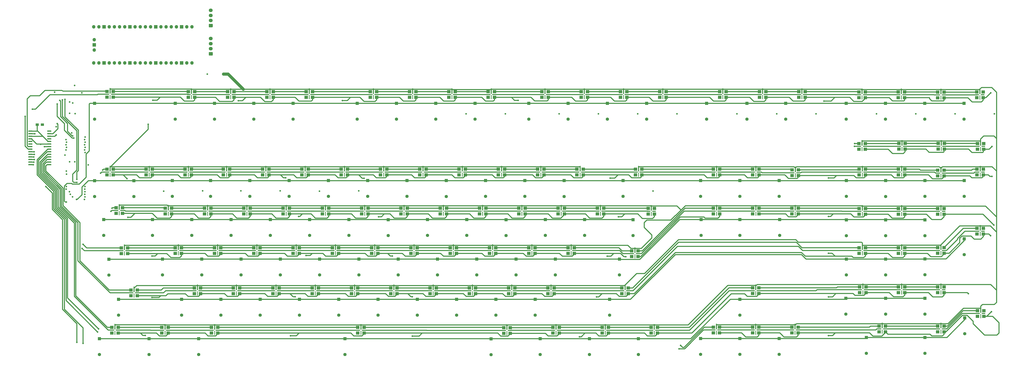
<source format=gbr>
%TF.GenerationSoftware,KiCad,Pcbnew,(5.1.9)-1*%
%TF.CreationDate,2021-03-21T14:48:51+10:00*%
%TF.ProjectId,RedPyKeeb,52656450-794b-4656-9562-2e6b69636164,rev?*%
%TF.SameCoordinates,Original*%
%TF.FileFunction,Copper,L1,Top*%
%TF.FilePolarity,Positive*%
%FSLAX46Y46*%
G04 Gerber Fmt 4.6, Leading zero omitted, Abs format (unit mm)*
G04 Created by KiCad (PCBNEW (5.1.9)-1) date 2021-03-21 14:48:51*
%MOMM*%
%LPD*%
G01*
G04 APERTURE LIST*
%TA.AperFunction,SMDPad,CuDef*%
%ADD10R,1.500000X1.250000*%
%TD*%
%TA.AperFunction,SMDPad,CuDef*%
%ADD11R,1.800000X1.500000*%
%TD*%
%TA.AperFunction,SMDPad,CuDef*%
%ADD12R,1.800000X0.500000*%
%TD*%
%TA.AperFunction,SMDPad,CuDef*%
%ADD13R,0.300000X2.000000*%
%TD*%
%TA.AperFunction,SMDPad,CuDef*%
%ADD14R,0.600000X2.780000*%
%TD*%
%TA.AperFunction,ComponentPad*%
%ADD15O,1.700000X1.700000*%
%TD*%
%TA.AperFunction,ComponentPad*%
%ADD16R,1.700000X1.700000*%
%TD*%
%TA.AperFunction,ComponentPad*%
%ADD17C,1.600000*%
%TD*%
%TA.AperFunction,ComponentPad*%
%ADD18R,1.600000X1.600000*%
%TD*%
%TA.AperFunction,ComponentPad*%
%ADD19O,1.950000X1.700000*%
%TD*%
%TA.AperFunction,ViaPad*%
%ADD20C,0.800000*%
%TD*%
%TA.AperFunction,Conductor*%
%ADD21C,0.500000*%
%TD*%
%TA.AperFunction,Conductor*%
%ADD22C,0.508000*%
%TD*%
%TA.AperFunction,Conductor*%
%ADD23C,1.524000*%
%TD*%
G04 APERTURE END LIST*
%TO.P,U3,28*%
%TO.N,LED_SCL_ROW3*%
%TA.AperFunction,SMDPad,CuDef*%
G36*
G01*
X54807700Y-117693300D02*
X54807700Y-117993300D01*
G75*
G02*
X54657700Y-118143300I-150000J0D01*
G01*
X52907700Y-118143300D01*
G75*
G02*
X52757700Y-117993300I0J150000D01*
G01*
X52757700Y-117693300D01*
G75*
G02*
X52907700Y-117543300I150000J0D01*
G01*
X54657700Y-117543300D01*
G75*
G02*
X54807700Y-117693300I0J-150000D01*
G01*
G37*
%TD.AperFunction*%
%TO.P,U3,27*%
%TO.N,LED_SDA_ROW3*%
%TA.AperFunction,SMDPad,CuDef*%
G36*
G01*
X54807700Y-116423300D02*
X54807700Y-116723300D01*
G75*
G02*
X54657700Y-116873300I-150000J0D01*
G01*
X52907700Y-116873300D01*
G75*
G02*
X52757700Y-116723300I0J150000D01*
G01*
X52757700Y-116423300D01*
G75*
G02*
X52907700Y-116273300I150000J0D01*
G01*
X54657700Y-116273300D01*
G75*
G02*
X54807700Y-116423300I0J-150000D01*
G01*
G37*
%TD.AperFunction*%
%TO.P,U3,26*%
%TO.N,LED_SCL_ROW2*%
%TA.AperFunction,SMDPad,CuDef*%
G36*
G01*
X54807700Y-115153300D02*
X54807700Y-115453300D01*
G75*
G02*
X54657700Y-115603300I-150000J0D01*
G01*
X52907700Y-115603300D01*
G75*
G02*
X52757700Y-115453300I0J150000D01*
G01*
X52757700Y-115153300D01*
G75*
G02*
X52907700Y-115003300I150000J0D01*
G01*
X54657700Y-115003300D01*
G75*
G02*
X54807700Y-115153300I0J-150000D01*
G01*
G37*
%TD.AperFunction*%
%TO.P,U3,25*%
%TO.N,LED_SDA_ROW2*%
%TA.AperFunction,SMDPad,CuDef*%
G36*
G01*
X54807700Y-113883300D02*
X54807700Y-114183300D01*
G75*
G02*
X54657700Y-114333300I-150000J0D01*
G01*
X52907700Y-114333300D01*
G75*
G02*
X52757700Y-114183300I0J150000D01*
G01*
X52757700Y-113883300D01*
G75*
G02*
X52907700Y-113733300I150000J0D01*
G01*
X54657700Y-113733300D01*
G75*
G02*
X54807700Y-113883300I0J-150000D01*
G01*
G37*
%TD.AperFunction*%
%TO.P,U3,24*%
%TO.N,LED_SCL_ROW1*%
%TA.AperFunction,SMDPad,CuDef*%
G36*
G01*
X54807700Y-112613300D02*
X54807700Y-112913300D01*
G75*
G02*
X54657700Y-113063300I-150000J0D01*
G01*
X52907700Y-113063300D01*
G75*
G02*
X52757700Y-112913300I0J150000D01*
G01*
X52757700Y-112613300D01*
G75*
G02*
X52907700Y-112463300I150000J0D01*
G01*
X54657700Y-112463300D01*
G75*
G02*
X54807700Y-112613300I0J-150000D01*
G01*
G37*
%TD.AperFunction*%
%TO.P,U3,23*%
%TO.N,LED_SDA_ROW1*%
%TA.AperFunction,SMDPad,CuDef*%
G36*
G01*
X54807700Y-111343300D02*
X54807700Y-111643300D01*
G75*
G02*
X54657700Y-111793300I-150000J0D01*
G01*
X52907700Y-111793300D01*
G75*
G02*
X52757700Y-111643300I0J150000D01*
G01*
X52757700Y-111343300D01*
G75*
G02*
X52907700Y-111193300I150000J0D01*
G01*
X54657700Y-111193300D01*
G75*
G02*
X54807700Y-111343300I0J-150000D01*
G01*
G37*
%TD.AperFunction*%
%TO.P,U3,22*%
%TO.N,LED_SCL_ROW0*%
%TA.AperFunction,SMDPad,CuDef*%
G36*
G01*
X54807700Y-110073300D02*
X54807700Y-110373300D01*
G75*
G02*
X54657700Y-110523300I-150000J0D01*
G01*
X52907700Y-110523300D01*
G75*
G02*
X52757700Y-110373300I0J150000D01*
G01*
X52757700Y-110073300D01*
G75*
G02*
X52907700Y-109923300I150000J0D01*
G01*
X54657700Y-109923300D01*
G75*
G02*
X54807700Y-110073300I0J-150000D01*
G01*
G37*
%TD.AperFunction*%
%TO.P,U3,21*%
%TO.N,LED_SDA_ROW0*%
%TA.AperFunction,SMDPad,CuDef*%
G36*
G01*
X54807700Y-108803300D02*
X54807700Y-109103300D01*
G75*
G02*
X54657700Y-109253300I-150000J0D01*
G01*
X52907700Y-109253300D01*
G75*
G02*
X52757700Y-109103300I0J150000D01*
G01*
X52757700Y-108803300D01*
G75*
G02*
X52907700Y-108653300I150000J0D01*
G01*
X54657700Y-108653300D01*
G75*
G02*
X54807700Y-108803300I0J-150000D01*
G01*
G37*
%TD.AperFunction*%
%TO.P,U3,20*%
%TO.N,Net-(U3-Pad20)*%
%TA.AperFunction,SMDPad,CuDef*%
G36*
G01*
X54807700Y-107533300D02*
X54807700Y-107833300D01*
G75*
G02*
X54657700Y-107983300I-150000J0D01*
G01*
X52907700Y-107983300D01*
G75*
G02*
X52757700Y-107833300I0J150000D01*
G01*
X52757700Y-107533300D01*
G75*
G02*
X52907700Y-107383300I150000J0D01*
G01*
X54657700Y-107383300D01*
G75*
G02*
X54807700Y-107533300I0J-150000D01*
G01*
G37*
%TD.AperFunction*%
%TO.P,U3,19*%
%TO.N,Net-(U3-Pad19)*%
%TA.AperFunction,SMDPad,CuDef*%
G36*
G01*
X54807700Y-106263300D02*
X54807700Y-106563300D01*
G75*
G02*
X54657700Y-106713300I-150000J0D01*
G01*
X52907700Y-106713300D01*
G75*
G02*
X52757700Y-106563300I0J150000D01*
G01*
X52757700Y-106263300D01*
G75*
G02*
X52907700Y-106113300I150000J0D01*
G01*
X54657700Y-106113300D01*
G75*
G02*
X54807700Y-106263300I0J-150000D01*
G01*
G37*
%TD.AperFunction*%
%TO.P,U3,18*%
%TO.N,MAIN_VBUS*%
%TA.AperFunction,SMDPad,CuDef*%
G36*
G01*
X54807700Y-104993300D02*
X54807700Y-105293300D01*
G75*
G02*
X54657700Y-105443300I-150000J0D01*
G01*
X52907700Y-105443300D01*
G75*
G02*
X52757700Y-105293300I0J150000D01*
G01*
X52757700Y-104993300D01*
G75*
G02*
X52907700Y-104843300I150000J0D01*
G01*
X54657700Y-104843300D01*
G75*
G02*
X54807700Y-104993300I0J-150000D01*
G01*
G37*
%TD.AperFunction*%
%TO.P,U3,17*%
%TO.N,GNDPWR*%
%TA.AperFunction,SMDPad,CuDef*%
G36*
G01*
X54807700Y-103723300D02*
X54807700Y-104023300D01*
G75*
G02*
X54657700Y-104173300I-150000J0D01*
G01*
X52907700Y-104173300D01*
G75*
G02*
X52757700Y-104023300I0J150000D01*
G01*
X52757700Y-103723300D01*
G75*
G02*
X52907700Y-103573300I150000J0D01*
G01*
X54657700Y-103573300D01*
G75*
G02*
X54807700Y-103723300I0J-150000D01*
G01*
G37*
%TD.AperFunction*%
%TO.P,U3,16*%
%TO.N,PICO_33_REF*%
%TA.AperFunction,SMDPad,CuDef*%
G36*
G01*
X54807700Y-102453300D02*
X54807700Y-102753300D01*
G75*
G02*
X54657700Y-102903300I-150000J0D01*
G01*
X52907700Y-102903300D01*
G75*
G02*
X52757700Y-102753300I0J150000D01*
G01*
X52757700Y-102453300D01*
G75*
G02*
X52907700Y-102303300I150000J0D01*
G01*
X54657700Y-102303300D01*
G75*
G02*
X54807700Y-102453300I0J-150000D01*
G01*
G37*
%TD.AperFunction*%
%TO.P,U3,15*%
%TO.N,GNDPWR*%
%TA.AperFunction,SMDPad,CuDef*%
G36*
G01*
X54807700Y-101183300D02*
X54807700Y-101483300D01*
G75*
G02*
X54657700Y-101633300I-150000J0D01*
G01*
X52907700Y-101633300D01*
G75*
G02*
X52757700Y-101483300I0J150000D01*
G01*
X52757700Y-101183300D01*
G75*
G02*
X52907700Y-101033300I150000J0D01*
G01*
X54657700Y-101033300D01*
G75*
G02*
X54807700Y-101183300I0J-150000D01*
G01*
G37*
%TD.AperFunction*%
%TO.P,U3,14*%
%TO.N,Net-(U3-Pad14)*%
%TA.AperFunction,SMDPad,CuDef*%
G36*
G01*
X64107700Y-101183300D02*
X64107700Y-101483300D01*
G75*
G02*
X63957700Y-101633300I-150000J0D01*
G01*
X62207700Y-101633300D01*
G75*
G02*
X62057700Y-101483300I0J150000D01*
G01*
X62057700Y-101183300D01*
G75*
G02*
X62207700Y-101033300I150000J0D01*
G01*
X63957700Y-101033300D01*
G75*
G02*
X64107700Y-101183300I0J-150000D01*
G01*
G37*
%TD.AperFunction*%
%TO.P,U3,13*%
%TO.N,I2C_SDA0*%
%TA.AperFunction,SMDPad,CuDef*%
G36*
G01*
X64107700Y-102453300D02*
X64107700Y-102753300D01*
G75*
G02*
X63957700Y-102903300I-150000J0D01*
G01*
X62207700Y-102903300D01*
G75*
G02*
X62057700Y-102753300I0J150000D01*
G01*
X62057700Y-102453300D01*
G75*
G02*
X62207700Y-102303300I150000J0D01*
G01*
X63957700Y-102303300D01*
G75*
G02*
X64107700Y-102453300I0J-150000D01*
G01*
G37*
%TD.AperFunction*%
%TO.P,U3,12*%
%TO.N,I2C_SCL0*%
%TA.AperFunction,SMDPad,CuDef*%
G36*
G01*
X64107700Y-103723300D02*
X64107700Y-104023300D01*
G75*
G02*
X63957700Y-104173300I-150000J0D01*
G01*
X62207700Y-104173300D01*
G75*
G02*
X62057700Y-104023300I0J150000D01*
G01*
X62057700Y-103723300D01*
G75*
G02*
X62207700Y-103573300I150000J0D01*
G01*
X63957700Y-103573300D01*
G75*
G02*
X64107700Y-103723300I0J-150000D01*
G01*
G37*
%TD.AperFunction*%
%TO.P,U3,11*%
%TO.N,Net-(U3-Pad11)*%
%TA.AperFunction,SMDPad,CuDef*%
G36*
G01*
X64107700Y-104993300D02*
X64107700Y-105293300D01*
G75*
G02*
X63957700Y-105443300I-150000J0D01*
G01*
X62207700Y-105443300D01*
G75*
G02*
X62057700Y-105293300I0J150000D01*
G01*
X62057700Y-104993300D01*
G75*
G02*
X62207700Y-104843300I150000J0D01*
G01*
X63957700Y-104843300D01*
G75*
G02*
X64107700Y-104993300I0J-150000D01*
G01*
G37*
%TD.AperFunction*%
%TO.P,U3,10*%
%TO.N,GNDPWR*%
%TA.AperFunction,SMDPad,CuDef*%
G36*
G01*
X64107700Y-106263300D02*
X64107700Y-106563300D01*
G75*
G02*
X63957700Y-106713300I-150000J0D01*
G01*
X62207700Y-106713300D01*
G75*
G02*
X62057700Y-106563300I0J150000D01*
G01*
X62057700Y-106263300D01*
G75*
G02*
X62207700Y-106113300I150000J0D01*
G01*
X63957700Y-106113300D01*
G75*
G02*
X64107700Y-106263300I0J-150000D01*
G01*
G37*
%TD.AperFunction*%
%TO.P,U3,9*%
%TO.N,MAIN_VBUS*%
%TA.AperFunction,SMDPad,CuDef*%
G36*
G01*
X64107700Y-107533300D02*
X64107700Y-107833300D01*
G75*
G02*
X63957700Y-107983300I-150000J0D01*
G01*
X62207700Y-107983300D01*
G75*
G02*
X62057700Y-107833300I0J150000D01*
G01*
X62057700Y-107533300D01*
G75*
G02*
X62207700Y-107383300I150000J0D01*
G01*
X63957700Y-107383300D01*
G75*
G02*
X64107700Y-107533300I0J-150000D01*
G01*
G37*
%TD.AperFunction*%
%TO.P,U3,8*%
%TO.N,LED_SCL_ROW7*%
%TA.AperFunction,SMDPad,CuDef*%
G36*
G01*
X64107700Y-108803300D02*
X64107700Y-109103300D01*
G75*
G02*
X63957700Y-109253300I-150000J0D01*
G01*
X62207700Y-109253300D01*
G75*
G02*
X62057700Y-109103300I0J150000D01*
G01*
X62057700Y-108803300D01*
G75*
G02*
X62207700Y-108653300I150000J0D01*
G01*
X63957700Y-108653300D01*
G75*
G02*
X64107700Y-108803300I0J-150000D01*
G01*
G37*
%TD.AperFunction*%
%TO.P,U3,7*%
%TO.N,LED_SDA_ROW7*%
%TA.AperFunction,SMDPad,CuDef*%
G36*
G01*
X64107700Y-110073300D02*
X64107700Y-110373300D01*
G75*
G02*
X63957700Y-110523300I-150000J0D01*
G01*
X62207700Y-110523300D01*
G75*
G02*
X62057700Y-110373300I0J150000D01*
G01*
X62057700Y-110073300D01*
G75*
G02*
X62207700Y-109923300I150000J0D01*
G01*
X63957700Y-109923300D01*
G75*
G02*
X64107700Y-110073300I0J-150000D01*
G01*
G37*
%TD.AperFunction*%
%TO.P,U3,6*%
%TO.N,LED_SCL_ROW6*%
%TA.AperFunction,SMDPad,CuDef*%
G36*
G01*
X64107700Y-111343300D02*
X64107700Y-111643300D01*
G75*
G02*
X63957700Y-111793300I-150000J0D01*
G01*
X62207700Y-111793300D01*
G75*
G02*
X62057700Y-111643300I0J150000D01*
G01*
X62057700Y-111343300D01*
G75*
G02*
X62207700Y-111193300I150000J0D01*
G01*
X63957700Y-111193300D01*
G75*
G02*
X64107700Y-111343300I0J-150000D01*
G01*
G37*
%TD.AperFunction*%
%TO.P,U3,5*%
%TO.N,LED_SDA_ROW6*%
%TA.AperFunction,SMDPad,CuDef*%
G36*
G01*
X64107700Y-112613300D02*
X64107700Y-112913300D01*
G75*
G02*
X63957700Y-113063300I-150000J0D01*
G01*
X62207700Y-113063300D01*
G75*
G02*
X62057700Y-112913300I0J150000D01*
G01*
X62057700Y-112613300D01*
G75*
G02*
X62207700Y-112463300I150000J0D01*
G01*
X63957700Y-112463300D01*
G75*
G02*
X64107700Y-112613300I0J-150000D01*
G01*
G37*
%TD.AperFunction*%
%TO.P,U3,4*%
%TO.N,LED_SCL_ROW5*%
%TA.AperFunction,SMDPad,CuDef*%
G36*
G01*
X64107700Y-113883300D02*
X64107700Y-114183300D01*
G75*
G02*
X63957700Y-114333300I-150000J0D01*
G01*
X62207700Y-114333300D01*
G75*
G02*
X62057700Y-114183300I0J150000D01*
G01*
X62057700Y-113883300D01*
G75*
G02*
X62207700Y-113733300I150000J0D01*
G01*
X63957700Y-113733300D01*
G75*
G02*
X64107700Y-113883300I0J-150000D01*
G01*
G37*
%TD.AperFunction*%
%TO.P,U3,3*%
%TO.N,LED_SDA_ROW5*%
%TA.AperFunction,SMDPad,CuDef*%
G36*
G01*
X64107700Y-115153300D02*
X64107700Y-115453300D01*
G75*
G02*
X63957700Y-115603300I-150000J0D01*
G01*
X62207700Y-115603300D01*
G75*
G02*
X62057700Y-115453300I0J150000D01*
G01*
X62057700Y-115153300D01*
G75*
G02*
X62207700Y-115003300I150000J0D01*
G01*
X63957700Y-115003300D01*
G75*
G02*
X64107700Y-115153300I0J-150000D01*
G01*
G37*
%TD.AperFunction*%
%TO.P,U3,2*%
%TO.N,LED_SCL_ROW4*%
%TA.AperFunction,SMDPad,CuDef*%
G36*
G01*
X64107700Y-116423300D02*
X64107700Y-116723300D01*
G75*
G02*
X63957700Y-116873300I-150000J0D01*
G01*
X62207700Y-116873300D01*
G75*
G02*
X62057700Y-116723300I0J150000D01*
G01*
X62057700Y-116423300D01*
G75*
G02*
X62207700Y-116273300I150000J0D01*
G01*
X63957700Y-116273300D01*
G75*
G02*
X64107700Y-116423300I0J-150000D01*
G01*
G37*
%TD.AperFunction*%
%TO.P,U3,1*%
%TO.N,LED_SDA_ROW4*%
%TA.AperFunction,SMDPad,CuDef*%
G36*
G01*
X64107700Y-117693300D02*
X64107700Y-117993300D01*
G75*
G02*
X63957700Y-118143300I-150000J0D01*
G01*
X62207700Y-118143300D01*
G75*
G02*
X62057700Y-117993300I0J150000D01*
G01*
X62057700Y-117693300D01*
G75*
G02*
X62207700Y-117543300I150000J0D01*
G01*
X63957700Y-117543300D01*
G75*
G02*
X64107700Y-117693300I0J-150000D01*
G01*
G37*
%TD.AperFunction*%
%TD*%
D10*
%TO.P,C3,2*%
%TO.N,GNDPWR*%
X57182700Y-98094800D03*
%TO.P,C3,1*%
%TO.N,MAIN_VBUS*%
X59682700Y-98094800D03*
%TD*%
D11*
%TO.P,LD0\u002C4,1*%
%TO.N,MAIN_VBUS*%
X106337700Y-182362300D03*
D12*
%TO.P,LD0\u002C4,2*%
%TO.N,Net-(LD0\u002C4-Pad2)*%
X106137700Y-180962300D03*
D11*
%TO.P,LD0\u002C4,3*%
%TO.N,Net-(LD0\u002C4-Pad3)*%
X106337700Y-179562300D03*
D12*
%TO.P,LD0\u002C4,5*%
%TO.N,LED_SCL_ROW4*%
X103437700Y-180962300D03*
D11*
%TO.P,LD0\u002C4,4*%
%TO.N,LED_SDA_ROW4*%
X103237700Y-179562300D03*
%TO.P,LD0\u002C4,7*%
%TO.N,N/C*%
X103237700Y-182362300D03*
D13*
%TO.P,LD0\u002C4,8*%
X104787700Y-182292300D03*
D14*
%TO.P,LD0\u002C4,6*%
%TO.N,GNDPWR*%
X104787700Y-179272300D03*
%TD*%
D11*
%TO.P,LD0\u002C0,1*%
%TO.N,MAIN_VBUS*%
X94526700Y-84572300D03*
D12*
%TO.P,LD0\u002C0,2*%
%TO.N,Net-(LD0\u002C0-Pad2)*%
X94326700Y-83172300D03*
D11*
%TO.P,LD0\u002C0,3*%
%TO.N,Net-(LD0\u002C0-Pad3)*%
X94526700Y-81772300D03*
D12*
%TO.P,LD0\u002C0,5*%
%TO.N,LED_SCL_ROW0*%
X91626700Y-83172300D03*
D11*
%TO.P,LD0\u002C0,4*%
%TO.N,LED_SDA_ROW0*%
X91426700Y-81772300D03*
%TO.P,LD0\u002C0,7*%
%TO.N,N/C*%
X91426700Y-84572300D03*
D13*
%TO.P,LD0\u002C0,8*%
X92976700Y-84502300D03*
D14*
%TO.P,LD0\u002C0,6*%
%TO.N,GNDPWR*%
X92976700Y-81482300D03*
%TD*%
D11*
%TO.P,LD0\u002C3,1*%
%TO.N,MAIN_VBUS*%
X101575200Y-161597800D03*
D12*
%TO.P,LD0\u002C3,2*%
%TO.N,Net-(LD0\u002C3-Pad2)*%
X101375200Y-160197800D03*
D11*
%TO.P,LD0\u002C3,3*%
%TO.N,Net-(LD0\u002C3-Pad3)*%
X101575200Y-158797800D03*
D12*
%TO.P,LD0\u002C3,5*%
%TO.N,LED_SCL_ROW3*%
X98675200Y-160197800D03*
D11*
%TO.P,LD0\u002C3,4*%
%TO.N,LED_SDA_ROW3*%
X98475200Y-158797800D03*
%TO.P,LD0\u002C3,7*%
%TO.N,N/C*%
X98475200Y-161597800D03*
D13*
%TO.P,LD0\u002C3,8*%
X100025200Y-161527800D03*
D14*
%TO.P,LD0\u002C3,6*%
%TO.N,GNDPWR*%
X100025200Y-158507800D03*
%TD*%
D11*
%TO.P,LD0\u002C5,1*%
%TO.N,MAIN_VBUS*%
X96939700Y-200713800D03*
D12*
%TO.P,LD0\u002C5,2*%
%TO.N,Net-(LD0\u002C5-Pad2)*%
X96739700Y-199313800D03*
D11*
%TO.P,LD0\u002C5,3*%
%TO.N,Net-(LD0\u002C5-Pad3)*%
X96939700Y-197913800D03*
D12*
%TO.P,LD0\u002C5,5*%
%TO.N,LED_SCL_ROW5*%
X94039700Y-199313800D03*
D11*
%TO.P,LD0\u002C5,4*%
%TO.N,LED_SDA_ROW5*%
X93839700Y-197913800D03*
%TO.P,LD0\u002C5,7*%
%TO.N,N/C*%
X93839700Y-200713800D03*
D13*
%TO.P,LD0\u002C5,8*%
X95389700Y-200643800D03*
D14*
%TO.P,LD0\u002C5,6*%
%TO.N,GNDPWR*%
X95389700Y-197623800D03*
%TD*%
D11*
%TO.P,LD0\u002C1,1*%
%TO.N,MAIN_VBUS*%
X94526700Y-122862800D03*
D12*
%TO.P,LD0\u002C1,2*%
%TO.N,Net-(LD0\u002C1-Pad2)*%
X94326700Y-121462800D03*
D11*
%TO.P,LD0\u002C1,3*%
%TO.N,Net-(LD0\u002C1-Pad3)*%
X94526700Y-120062800D03*
D12*
%TO.P,LD0\u002C1,5*%
%TO.N,LED_SCL_ROW1*%
X91626700Y-121462800D03*
D11*
%TO.P,LD0\u002C1,4*%
%TO.N,LED_SDA_ROW1*%
X91426700Y-120062800D03*
%TO.P,LD0\u002C1,7*%
%TO.N,N/C*%
X91426700Y-122862800D03*
D13*
%TO.P,LD0\u002C1,8*%
X92976700Y-122792800D03*
D14*
%TO.P,LD0\u002C1,6*%
%TO.N,GNDPWR*%
X92976700Y-119772800D03*
%TD*%
D11*
%TO.P,LD0\u002C2,1*%
%TO.N,MAIN_VBUS*%
X99035200Y-141785800D03*
D12*
%TO.P,LD0\u002C2,2*%
%TO.N,Net-(LD0\u002C2-Pad2)*%
X98835200Y-140385800D03*
D11*
%TO.P,LD0\u002C2,3*%
%TO.N,Net-(LD0\u002C2-Pad3)*%
X99035200Y-138985800D03*
D12*
%TO.P,LD0\u002C2,5*%
%TO.N,LED_SCL_ROW2*%
X96135200Y-140385800D03*
D11*
%TO.P,LD0\u002C2,4*%
%TO.N,LED_SDA_ROW2*%
X95935200Y-138985800D03*
%TO.P,LD0\u002C2,7*%
%TO.N,N/C*%
X95935200Y-141785800D03*
D13*
%TO.P,LD0\u002C2,8*%
X97485200Y-141715800D03*
D14*
%TO.P,LD0\u002C2,6*%
%TO.N,GNDPWR*%
X97485200Y-138695800D03*
%TD*%
D11*
%TO.P,LD1\u002C2,1*%
%TO.N,MAIN_VBUS*%
X123165200Y-142090600D03*
D12*
%TO.P,LD1\u002C2,2*%
%TO.N,Net-(LD1\u002C2-Pad2)*%
X122965200Y-140690600D03*
D11*
%TO.P,LD1\u002C2,3*%
%TO.N,Net-(LD1\u002C2-Pad3)*%
X123165200Y-139290600D03*
D12*
%TO.P,LD1\u002C2,5*%
%TO.N,Net-(LD0\u002C2-Pad2)*%
X120265200Y-140690600D03*
D11*
%TO.P,LD1\u002C2,4*%
%TO.N,Net-(LD0\u002C2-Pad3)*%
X120065200Y-139290600D03*
%TO.P,LD1\u002C2,7*%
%TO.N,N/C*%
X120065200Y-142090600D03*
D13*
%TO.P,LD1\u002C2,8*%
X121615200Y-142020600D03*
D14*
%TO.P,LD1\u002C2,6*%
%TO.N,GNDPWR*%
X121615200Y-139000600D03*
%TD*%
D11*
%TO.P,LD1\u002C5,1*%
%TO.N,MAIN_VBUS*%
X121514200Y-200764600D03*
D12*
%TO.P,LD1\u002C5,2*%
%TO.N,Net-(LD1\u002C5-Pad2)*%
X121314200Y-199364600D03*
D11*
%TO.P,LD1\u002C5,3*%
%TO.N,Net-(LD1\u002C5-Pad3)*%
X121514200Y-197964600D03*
D12*
%TO.P,LD1\u002C5,5*%
%TO.N,Net-(LD0\u002C5-Pad2)*%
X118614200Y-199364600D03*
D11*
%TO.P,LD1\u002C5,4*%
%TO.N,Net-(LD0\u002C5-Pad3)*%
X118414200Y-197964600D03*
%TO.P,LD1\u002C5,7*%
%TO.N,N/C*%
X118414200Y-200764600D03*
D13*
%TO.P,LD1\u002C5,8*%
X119964200Y-200694600D03*
D14*
%TO.P,LD1\u002C5,6*%
%TO.N,GNDPWR*%
X119964200Y-197674600D03*
%TD*%
D11*
%TO.P,LD1\u002C3,1*%
%TO.N,MAIN_VBUS*%
X128054700Y-161521600D03*
D12*
%TO.P,LD1\u002C3,2*%
%TO.N,Net-(LD1\u002C3-Pad2)*%
X127854700Y-160121600D03*
D11*
%TO.P,LD1\u002C3,3*%
%TO.N,Net-(LD1\u002C3-Pad3)*%
X128054700Y-158721600D03*
D12*
%TO.P,LD1\u002C3,5*%
%TO.N,Net-(LD0\u002C3-Pad2)*%
X125154700Y-160121600D03*
D11*
%TO.P,LD1\u002C3,4*%
%TO.N,Net-(LD0\u002C3-Pad3)*%
X124954700Y-158721600D03*
%TO.P,LD1\u002C3,7*%
%TO.N,N/C*%
X124954700Y-161521600D03*
D13*
%TO.P,LD1\u002C3,8*%
X126504700Y-161451600D03*
D14*
%TO.P,LD1\u002C3,6*%
%TO.N,GNDPWR*%
X126504700Y-158431600D03*
%TD*%
D11*
%TO.P,LD1\u002C1,1*%
%TO.N,MAIN_VBUS*%
X113741800Y-122862800D03*
D12*
%TO.P,LD1\u002C1,2*%
%TO.N,Net-(LD1\u002C1-Pad2)*%
X113541800Y-121462800D03*
D11*
%TO.P,LD1\u002C1,3*%
%TO.N,Net-(LD1\u002C1-Pad3)*%
X113741800Y-120062800D03*
D12*
%TO.P,LD1\u002C1,5*%
%TO.N,Net-(LD0\u002C1-Pad2)*%
X110841800Y-121462800D03*
D11*
%TO.P,LD1\u002C1,4*%
%TO.N,Net-(LD0\u002C1-Pad3)*%
X110641800Y-120062800D03*
%TO.P,LD1\u002C1,7*%
%TO.N,N/C*%
X110641800Y-122862800D03*
D13*
%TO.P,LD1\u002C1,8*%
X112191800Y-122792800D03*
D14*
%TO.P,LD1\u002C1,6*%
%TO.N,GNDPWR*%
X112191800Y-119772800D03*
%TD*%
D11*
%TO.P,LD1\u002C4,1*%
%TO.N,MAIN_VBUS*%
X137452700Y-181333600D03*
D12*
%TO.P,LD1\u002C4,2*%
%TO.N,Net-(LD1\u002C4-Pad2)*%
X137252700Y-179933600D03*
D11*
%TO.P,LD1\u002C4,3*%
%TO.N,Net-(LD1\u002C4-Pad3)*%
X137452700Y-178533600D03*
D12*
%TO.P,LD1\u002C4,5*%
%TO.N,Net-(LD0\u002C4-Pad2)*%
X134552700Y-179933600D03*
D11*
%TO.P,LD1\u002C4,4*%
%TO.N,Net-(LD0\u002C4-Pad3)*%
X134352700Y-178533600D03*
%TO.P,LD1\u002C4,7*%
%TO.N,N/C*%
X134352700Y-181333600D03*
D13*
%TO.P,LD1\u002C4,8*%
X135902700Y-181263600D03*
D14*
%TO.P,LD1\u002C4,6*%
%TO.N,GNDPWR*%
X135902700Y-178243600D03*
%TD*%
D11*
%TO.P,LD1\u002C0,1*%
%TO.N,MAIN_VBUS*%
X134531700Y-84686600D03*
D12*
%TO.P,LD1\u002C0,2*%
%TO.N,Net-(LD1\u002C0-Pad2)*%
X134331700Y-83286600D03*
D11*
%TO.P,LD1\u002C0,3*%
%TO.N,Net-(LD1\u002C0-Pad3)*%
X134531700Y-81886600D03*
D12*
%TO.P,LD1\u002C0,5*%
%TO.N,Net-(LD0\u002C0-Pad2)*%
X131631700Y-83286600D03*
D11*
%TO.P,LD1\u002C0,4*%
%TO.N,Net-(LD0\u002C0-Pad3)*%
X131431700Y-81886600D03*
%TO.P,LD1\u002C0,7*%
%TO.N,N/C*%
X131431700Y-84686600D03*
D13*
%TO.P,LD1\u002C0,8*%
X132981700Y-84616600D03*
D14*
%TO.P,LD1\u002C0,6*%
%TO.N,GNDPWR*%
X132981700Y-81596600D03*
%TD*%
D11*
%TO.P,LD2\u002C2,1*%
%TO.N,MAIN_VBUS*%
X142469200Y-142090600D03*
D12*
%TO.P,LD2\u002C2,2*%
%TO.N,Net-(LD2\u002C2-Pad2)*%
X142269200Y-140690600D03*
D11*
%TO.P,LD2\u002C2,3*%
%TO.N,Net-(LD2\u002C2-Pad3)*%
X142469200Y-139290600D03*
D12*
%TO.P,LD2\u002C2,5*%
%TO.N,Net-(LD1\u002C2-Pad2)*%
X139569200Y-140690600D03*
D11*
%TO.P,LD2\u002C2,4*%
%TO.N,Net-(LD1\u002C2-Pad3)*%
X139369200Y-139290600D03*
%TO.P,LD2\u002C2,7*%
%TO.N,N/C*%
X139369200Y-142090600D03*
D13*
%TO.P,LD2\u002C2,8*%
X140919200Y-142020600D03*
D14*
%TO.P,LD2\u002C2,6*%
%TO.N,GNDPWR*%
X140919200Y-139000600D03*
%TD*%
D11*
%TO.P,LD2\u002C1,1*%
%TO.N,MAIN_VBUS*%
X132944200Y-122850100D03*
D12*
%TO.P,LD2\u002C1,2*%
%TO.N,Net-(LD2\u002C1-Pad2)*%
X132744200Y-121450100D03*
D11*
%TO.P,LD2\u002C1,3*%
%TO.N,Net-(LD2\u002C1-Pad3)*%
X132944200Y-120050100D03*
D12*
%TO.P,LD2\u002C1,5*%
%TO.N,Net-(LD1\u002C1-Pad2)*%
X130044200Y-121450100D03*
D11*
%TO.P,LD2\u002C1,4*%
%TO.N,Net-(LD1\u002C1-Pad3)*%
X129844200Y-120050100D03*
%TO.P,LD2\u002C1,7*%
%TO.N,N/C*%
X129844200Y-122850100D03*
D13*
%TO.P,LD2\u002C1,8*%
X131394200Y-122780100D03*
D14*
%TO.P,LD2\u002C1,6*%
%TO.N,GNDPWR*%
X131394200Y-119760100D03*
%TD*%
D11*
%TO.P,LD2\u002C0,1*%
%TO.N,MAIN_VBUS*%
X153835700Y-84686600D03*
D12*
%TO.P,LD2\u002C0,2*%
%TO.N,Net-(LD2\u002C0-Pad2)*%
X153635700Y-83286600D03*
D11*
%TO.P,LD2\u002C0,3*%
%TO.N,Net-(LD2\u002C0-Pad3)*%
X153835700Y-81886600D03*
D12*
%TO.P,LD2\u002C0,5*%
%TO.N,Net-(LD1\u002C0-Pad2)*%
X150935700Y-83286600D03*
D11*
%TO.P,LD2\u002C0,4*%
%TO.N,Net-(LD1\u002C0-Pad3)*%
X150735700Y-81886600D03*
%TO.P,LD2\u002C0,7*%
%TO.N,N/C*%
X150735700Y-84686600D03*
D13*
%TO.P,LD2\u002C0,8*%
X152285700Y-84616600D03*
D14*
%TO.P,LD2\u002C0,6*%
%TO.N,GNDPWR*%
X152285700Y-81596600D03*
%TD*%
D11*
%TO.P,LD2\u002C4,1*%
%TO.N,MAIN_VBUS*%
X156616700Y-181333600D03*
D12*
%TO.P,LD2\u002C4,2*%
%TO.N,Net-(LD2\u002C4-Pad2)*%
X156416700Y-179933600D03*
D11*
%TO.P,LD2\u002C4,3*%
%TO.N,Net-(LD2\u002C4-Pad3)*%
X156616700Y-178533600D03*
D12*
%TO.P,LD2\u002C4,5*%
%TO.N,Net-(LD1\u002C4-Pad2)*%
X153716700Y-179933600D03*
D11*
%TO.P,LD2\u002C4,4*%
%TO.N,Net-(LD1\u002C4-Pad3)*%
X153516700Y-178533600D03*
%TO.P,LD2\u002C4,7*%
%TO.N,N/C*%
X153516700Y-181333600D03*
D13*
%TO.P,LD2\u002C4,8*%
X155066700Y-181263600D03*
D14*
%TO.P,LD2\u002C4,6*%
%TO.N,GNDPWR*%
X155066700Y-178243600D03*
%TD*%
D11*
%TO.P,LD2\u002C5,1*%
%TO.N,MAIN_VBUS*%
X145898200Y-200764600D03*
D12*
%TO.P,LD2\u002C5,2*%
%TO.N,Net-(LD2\u002C5-Pad2)*%
X145698200Y-199364600D03*
D11*
%TO.P,LD2\u002C5,3*%
%TO.N,Net-(LD2\u002C5-Pad3)*%
X145898200Y-197964600D03*
D12*
%TO.P,LD2\u002C5,5*%
%TO.N,Net-(LD1\u002C5-Pad2)*%
X142998200Y-199364600D03*
D11*
%TO.P,LD2\u002C5,4*%
%TO.N,Net-(LD1\u002C5-Pad3)*%
X142798200Y-197964600D03*
%TO.P,LD2\u002C5,7*%
%TO.N,N/C*%
X142798200Y-200764600D03*
D13*
%TO.P,LD2\u002C5,8*%
X144348200Y-200694600D03*
D14*
%TO.P,LD2\u002C5,6*%
%TO.N,GNDPWR*%
X144348200Y-197674600D03*
%TD*%
D11*
%TO.P,LD2\u002C3,1*%
%TO.N,MAIN_VBUS*%
X147358700Y-161521600D03*
D12*
%TO.P,LD2\u002C3,2*%
%TO.N,Net-(LD2\u002C3-Pad2)*%
X147158700Y-160121600D03*
D11*
%TO.P,LD2\u002C3,3*%
%TO.N,Net-(LD2\u002C3-Pad3)*%
X147358700Y-158721600D03*
D12*
%TO.P,LD2\u002C3,5*%
%TO.N,Net-(LD1\u002C3-Pad2)*%
X144458700Y-160121600D03*
D11*
%TO.P,LD2\u002C3,4*%
%TO.N,Net-(LD1\u002C3-Pad3)*%
X144258700Y-158721600D03*
%TO.P,LD2\u002C3,7*%
%TO.N,N/C*%
X144258700Y-161521600D03*
D13*
%TO.P,LD2\u002C3,8*%
X145808700Y-161451600D03*
D14*
%TO.P,LD2\u002C3,6*%
%TO.N,GNDPWR*%
X145808700Y-158431600D03*
%TD*%
D11*
%TO.P,LD3\u002C3,1*%
%TO.N,MAIN_VBUS*%
X166662700Y-161521600D03*
D12*
%TO.P,LD3\u002C3,2*%
%TO.N,Net-(LD3\u002C3-Pad2)*%
X166462700Y-160121600D03*
D11*
%TO.P,LD3\u002C3,3*%
%TO.N,Net-(LD3\u002C3-Pad3)*%
X166662700Y-158721600D03*
D12*
%TO.P,LD3\u002C3,5*%
%TO.N,Net-(LD2\u002C3-Pad2)*%
X163762700Y-160121600D03*
D11*
%TO.P,LD3\u002C3,4*%
%TO.N,Net-(LD2\u002C3-Pad3)*%
X163562700Y-158721600D03*
%TO.P,LD3\u002C3,7*%
%TO.N,N/C*%
X163562700Y-161521600D03*
D13*
%TO.P,LD3\u002C3,8*%
X165112700Y-161451600D03*
D14*
%TO.P,LD3\u002C3,6*%
%TO.N,GNDPWR*%
X165112700Y-158431600D03*
%TD*%
D11*
%TO.P,LD3\u002C5,1*%
%TO.N,MAIN_VBUS*%
X217780200Y-200764600D03*
D12*
%TO.P,LD3\u002C5,2*%
%TO.N,Net-(LD3\u002C5-Pad2)*%
X217580200Y-199364600D03*
D11*
%TO.P,LD3\u002C5,3*%
%TO.N,Net-(LD3\u002C5-Pad3)*%
X217780200Y-197964600D03*
D12*
%TO.P,LD3\u002C5,5*%
%TO.N,Net-(LD2\u002C5-Pad2)*%
X214880200Y-199364600D03*
D11*
%TO.P,LD3\u002C5,4*%
%TO.N,Net-(LD2\u002C5-Pad3)*%
X214680200Y-197964600D03*
%TO.P,LD3\u002C5,7*%
%TO.N,N/C*%
X214680200Y-200764600D03*
D13*
%TO.P,LD3\u002C5,8*%
X216230200Y-200694600D03*
D14*
%TO.P,LD3\u002C5,6*%
%TO.N,GNDPWR*%
X216230200Y-197674600D03*
%TD*%
D11*
%TO.P,LD3\u002C4,1*%
%TO.N,MAIN_VBUS*%
X176060700Y-181333600D03*
D12*
%TO.P,LD3\u002C4,2*%
%TO.N,Net-(LD3\u002C4-Pad2)*%
X175860700Y-179933600D03*
D11*
%TO.P,LD3\u002C4,3*%
%TO.N,Net-(LD3\u002C4-Pad3)*%
X176060700Y-178533600D03*
D12*
%TO.P,LD3\u002C4,5*%
%TO.N,Net-(LD2\u002C4-Pad2)*%
X173160700Y-179933600D03*
D11*
%TO.P,LD3\u002C4,4*%
%TO.N,Net-(LD2\u002C4-Pad3)*%
X172960700Y-178533600D03*
%TO.P,LD3\u002C4,7*%
%TO.N,N/C*%
X172960700Y-181333600D03*
D13*
%TO.P,LD3\u002C4,8*%
X174510700Y-181263600D03*
D14*
%TO.P,LD3\u002C4,6*%
%TO.N,GNDPWR*%
X174510700Y-178243600D03*
%TD*%
D11*
%TO.P,LD3\u002C2,1*%
%TO.N,MAIN_VBUS*%
X161773200Y-142090600D03*
D12*
%TO.P,LD3\u002C2,2*%
%TO.N,Net-(LD3\u002C2-Pad2)*%
X161573200Y-140690600D03*
D11*
%TO.P,LD3\u002C2,3*%
%TO.N,Net-(LD3\u002C2-Pad3)*%
X161773200Y-139290600D03*
D12*
%TO.P,LD3\u002C2,5*%
%TO.N,Net-(LD2\u002C2-Pad2)*%
X158873200Y-140690600D03*
D11*
%TO.P,LD3\u002C2,4*%
%TO.N,Net-(LD2\u002C2-Pad3)*%
X158673200Y-139290600D03*
%TO.P,LD3\u002C2,7*%
%TO.N,N/C*%
X158673200Y-142090600D03*
D13*
%TO.P,LD3\u002C2,8*%
X160223200Y-142020600D03*
D14*
%TO.P,LD3\u002C2,6*%
%TO.N,GNDPWR*%
X160223200Y-139000600D03*
%TD*%
D11*
%TO.P,LD3\u002C1,1*%
%TO.N,MAIN_VBUS*%
X151740200Y-122850100D03*
D12*
%TO.P,LD3\u002C1,2*%
%TO.N,Net-(LD3\u002C1-Pad2)*%
X151540200Y-121450100D03*
D11*
%TO.P,LD3\u002C1,3*%
%TO.N,Net-(LD3\u002C1-Pad3)*%
X151740200Y-120050100D03*
D12*
%TO.P,LD3\u002C1,5*%
%TO.N,Net-(LD2\u002C1-Pad2)*%
X148840200Y-121450100D03*
D11*
%TO.P,LD3\u002C1,4*%
%TO.N,Net-(LD2\u002C1-Pad3)*%
X148640200Y-120050100D03*
%TO.P,LD3\u002C1,7*%
%TO.N,N/C*%
X148640200Y-122850100D03*
D13*
%TO.P,LD3\u002C1,8*%
X150190200Y-122780100D03*
D14*
%TO.P,LD3\u002C1,6*%
%TO.N,GNDPWR*%
X150190200Y-119760100D03*
%TD*%
D11*
%TO.P,LD3\u002C0,1*%
%TO.N,MAIN_VBUS*%
X173139700Y-84686600D03*
D12*
%TO.P,LD3\u002C0,2*%
%TO.N,Net-(LD3\u002C0-Pad2)*%
X172939700Y-83286600D03*
D11*
%TO.P,LD3\u002C0,3*%
%TO.N,Net-(LD3\u002C0-Pad3)*%
X173139700Y-81886600D03*
D12*
%TO.P,LD3\u002C0,5*%
%TO.N,Net-(LD2\u002C0-Pad2)*%
X170239700Y-83286600D03*
D11*
%TO.P,LD3\u002C0,4*%
%TO.N,Net-(LD2\u002C0-Pad3)*%
X170039700Y-81886600D03*
%TO.P,LD3\u002C0,7*%
%TO.N,N/C*%
X170039700Y-84686600D03*
D13*
%TO.P,LD3\u002C0,8*%
X171589700Y-84616600D03*
D14*
%TO.P,LD3\u002C0,6*%
%TO.N,GNDPWR*%
X171589700Y-81596600D03*
%TD*%
D11*
%TO.P,LD4\u002C1,1*%
%TO.N,MAIN_VBUS*%
X171044200Y-122850100D03*
D12*
%TO.P,LD4\u002C1,2*%
%TO.N,Net-(LD4\u002C1-Pad2)*%
X170844200Y-121450100D03*
D11*
%TO.P,LD4\u002C1,3*%
%TO.N,Net-(LD4\u002C1-Pad3)*%
X171044200Y-120050100D03*
D12*
%TO.P,LD4\u002C1,5*%
%TO.N,Net-(LD3\u002C1-Pad2)*%
X168144200Y-121450100D03*
D11*
%TO.P,LD4\u002C1,4*%
%TO.N,Net-(LD3\u002C1-Pad3)*%
X167944200Y-120050100D03*
%TO.P,LD4\u002C1,7*%
%TO.N,N/C*%
X167944200Y-122850100D03*
D13*
%TO.P,LD4\u002C1,8*%
X169494200Y-122780100D03*
D14*
%TO.P,LD4\u002C1,6*%
%TO.N,GNDPWR*%
X169494200Y-119760100D03*
%TD*%
D11*
%TO.P,LD4\u002C2,1*%
%TO.N,MAIN_VBUS*%
X181077200Y-142090600D03*
D12*
%TO.P,LD4\u002C2,2*%
%TO.N,Net-(LD4\u002C2-Pad2)*%
X180877200Y-140690600D03*
D11*
%TO.P,LD4\u002C2,3*%
%TO.N,Net-(LD4\u002C2-Pad3)*%
X181077200Y-139290600D03*
D12*
%TO.P,LD4\u002C2,5*%
%TO.N,Net-(LD3\u002C2-Pad2)*%
X178177200Y-140690600D03*
D11*
%TO.P,LD4\u002C2,4*%
%TO.N,Net-(LD3\u002C2-Pad3)*%
X177977200Y-139290600D03*
%TO.P,LD4\u002C2,7*%
%TO.N,N/C*%
X177977200Y-142090600D03*
D13*
%TO.P,LD4\u002C2,8*%
X179527200Y-142020600D03*
D14*
%TO.P,LD4\u002C2,6*%
%TO.N,GNDPWR*%
X179527200Y-139000600D03*
%TD*%
D11*
%TO.P,LD4\u002C0,1*%
%TO.N,MAIN_VBUS*%
X192443700Y-84686600D03*
D12*
%TO.P,LD4\u002C0,2*%
%TO.N,Net-(LD4\u002C0-Pad2)*%
X192243700Y-83286600D03*
D11*
%TO.P,LD4\u002C0,3*%
%TO.N,Net-(LD4\u002C0-Pad3)*%
X192443700Y-81886600D03*
D12*
%TO.P,LD4\u002C0,5*%
%TO.N,Net-(LD3\u002C0-Pad2)*%
X189543700Y-83286600D03*
D11*
%TO.P,LD4\u002C0,4*%
%TO.N,Net-(LD3\u002C0-Pad3)*%
X189343700Y-81886600D03*
%TO.P,LD4\u002C0,7*%
%TO.N,N/C*%
X189343700Y-84686600D03*
D13*
%TO.P,LD4\u002C0,8*%
X190893700Y-84616600D03*
D14*
%TO.P,LD4\u002C0,6*%
%TO.N,GNDPWR*%
X190893700Y-81596600D03*
%TD*%
D11*
%TO.P,LD4\u002C4,1*%
%TO.N,MAIN_VBUS*%
X195364700Y-181333600D03*
D12*
%TO.P,LD4\u002C4,2*%
%TO.N,Net-(LD4\u002C4-Pad2)*%
X195164700Y-179933600D03*
D11*
%TO.P,LD4\u002C4,3*%
%TO.N,Net-(LD4\u002C4-Pad3)*%
X195364700Y-178533600D03*
D12*
%TO.P,LD4\u002C4,5*%
%TO.N,Net-(LD3\u002C4-Pad2)*%
X192464700Y-179933600D03*
D11*
%TO.P,LD4\u002C4,4*%
%TO.N,Net-(LD3\u002C4-Pad3)*%
X192264700Y-178533600D03*
%TO.P,LD4\u002C4,7*%
%TO.N,N/C*%
X192264700Y-181333600D03*
D13*
%TO.P,LD4\u002C4,8*%
X193814700Y-181263600D03*
D14*
%TO.P,LD4\u002C4,6*%
%TO.N,GNDPWR*%
X193814700Y-178243600D03*
%TD*%
D11*
%TO.P,LD4\u002C3,1*%
%TO.N,MAIN_VBUS*%
X185966700Y-161521600D03*
D12*
%TO.P,LD4\u002C3,2*%
%TO.N,Net-(LD4\u002C3-Pad2)*%
X185766700Y-160121600D03*
D11*
%TO.P,LD4\u002C3,3*%
%TO.N,Net-(LD4\u002C3-Pad3)*%
X185966700Y-158721600D03*
D12*
%TO.P,LD4\u002C3,5*%
%TO.N,Net-(LD3\u002C3-Pad2)*%
X183066700Y-160121600D03*
D11*
%TO.P,LD4\u002C3,4*%
%TO.N,Net-(LD3\u002C3-Pad3)*%
X182866700Y-158721600D03*
%TO.P,LD4\u002C3,7*%
%TO.N,N/C*%
X182866700Y-161521600D03*
D13*
%TO.P,LD4\u002C3,8*%
X184416700Y-161451600D03*
D14*
%TO.P,LD4\u002C3,6*%
%TO.N,GNDPWR*%
X184416700Y-158431600D03*
%TD*%
D11*
%TO.P,LD5\u002C3,1*%
%TO.N,MAIN_VBUS*%
X205270700Y-161521600D03*
D12*
%TO.P,LD5\u002C3,2*%
%TO.N,Net-(LD5\u002C3-Pad2)*%
X205070700Y-160121600D03*
D11*
%TO.P,LD5\u002C3,3*%
%TO.N,Net-(LD5\u002C3-Pad3)*%
X205270700Y-158721600D03*
D12*
%TO.P,LD5\u002C3,5*%
%TO.N,Net-(LD4\u002C3-Pad2)*%
X202370700Y-160121600D03*
D11*
%TO.P,LD5\u002C3,4*%
%TO.N,Net-(LD4\u002C3-Pad3)*%
X202170700Y-158721600D03*
%TO.P,LD5\u002C3,7*%
%TO.N,N/C*%
X202170700Y-161521600D03*
D13*
%TO.P,LD5\u002C3,8*%
X203720700Y-161451600D03*
D14*
%TO.P,LD5\u002C3,6*%
%TO.N,GNDPWR*%
X203720700Y-158431600D03*
%TD*%
D11*
%TO.P,LD5\u002C0,1*%
%TO.N,MAIN_VBUS*%
X223939700Y-84686600D03*
D12*
%TO.P,LD5\u002C0,2*%
%TO.N,Net-(LD5\u002C0-Pad2)*%
X223739700Y-83286600D03*
D11*
%TO.P,LD5\u002C0,3*%
%TO.N,Net-(LD5\u002C0-Pad3)*%
X223939700Y-81886600D03*
D12*
%TO.P,LD5\u002C0,5*%
%TO.N,Net-(LD4\u002C0-Pad2)*%
X221039700Y-83286600D03*
D11*
%TO.P,LD5\u002C0,4*%
%TO.N,Net-(LD4\u002C0-Pad3)*%
X220839700Y-81886600D03*
%TO.P,LD5\u002C0,7*%
%TO.N,N/C*%
X220839700Y-84686600D03*
D13*
%TO.P,LD5\u002C0,8*%
X222389700Y-84616600D03*
D14*
%TO.P,LD5\u002C0,6*%
%TO.N,GNDPWR*%
X222389700Y-81596600D03*
%TD*%
D11*
%TO.P,LD5\u002C4,1*%
%TO.N,MAIN_VBUS*%
X214668700Y-181333600D03*
D12*
%TO.P,LD5\u002C4,2*%
%TO.N,Net-(LD5\u002C4-Pad2)*%
X214468700Y-179933600D03*
D11*
%TO.P,LD5\u002C4,3*%
%TO.N,Net-(LD5\u002C4-Pad3)*%
X214668700Y-178533600D03*
D12*
%TO.P,LD5\u002C4,5*%
%TO.N,Net-(LD4\u002C4-Pad2)*%
X211768700Y-179933600D03*
D11*
%TO.P,LD5\u002C4,4*%
%TO.N,Net-(LD4\u002C4-Pad3)*%
X211568700Y-178533600D03*
%TO.P,LD5\u002C4,7*%
%TO.N,N/C*%
X211568700Y-181333600D03*
D13*
%TO.P,LD5\u002C4,8*%
X213118700Y-181263600D03*
D14*
%TO.P,LD5\u002C4,6*%
%TO.N,GNDPWR*%
X213118700Y-178243600D03*
%TD*%
D11*
%TO.P,LD5\u002C2,1*%
%TO.N,MAIN_VBUS*%
X200381200Y-142090600D03*
D12*
%TO.P,LD5\u002C2,2*%
%TO.N,Net-(LD5\u002C2-Pad2)*%
X200181200Y-140690600D03*
D11*
%TO.P,LD5\u002C2,3*%
%TO.N,Net-(LD5\u002C2-Pad3)*%
X200381200Y-139290600D03*
D12*
%TO.P,LD5\u002C2,5*%
%TO.N,Net-(LD4\u002C2-Pad2)*%
X197481200Y-140690600D03*
D11*
%TO.P,LD5\u002C2,4*%
%TO.N,Net-(LD4\u002C2-Pad3)*%
X197281200Y-139290600D03*
%TO.P,LD5\u002C2,7*%
%TO.N,N/C*%
X197281200Y-142090600D03*
D13*
%TO.P,LD5\u002C2,8*%
X198831200Y-142020600D03*
D14*
%TO.P,LD5\u002C2,6*%
%TO.N,GNDPWR*%
X198831200Y-139000600D03*
%TD*%
D11*
%TO.P,LD5\u002C1,1*%
%TO.N,MAIN_VBUS*%
X190348200Y-122850100D03*
D12*
%TO.P,LD5\u002C1,2*%
%TO.N,Net-(LD5\u002C1-Pad2)*%
X190148200Y-121450100D03*
D11*
%TO.P,LD5\u002C1,3*%
%TO.N,Net-(LD5\u002C1-Pad3)*%
X190348200Y-120050100D03*
D12*
%TO.P,LD5\u002C1,5*%
%TO.N,Net-(LD4\u002C1-Pad2)*%
X187448200Y-121450100D03*
D11*
%TO.P,LD5\u002C1,4*%
%TO.N,Net-(LD4\u002C1-Pad3)*%
X187248200Y-120050100D03*
%TO.P,LD5\u002C1,7*%
%TO.N,N/C*%
X187248200Y-122850100D03*
D13*
%TO.P,LD5\u002C1,8*%
X188798200Y-122780100D03*
D14*
%TO.P,LD5\u002C1,6*%
%TO.N,GNDPWR*%
X188798200Y-119760100D03*
%TD*%
D11*
%TO.P,LD6\u002C2,1*%
%TO.N,MAIN_VBUS*%
X219685200Y-142090600D03*
D12*
%TO.P,LD6\u002C2,2*%
%TO.N,Net-(LD6\u002C2-Pad2)*%
X219485200Y-140690600D03*
D11*
%TO.P,LD6\u002C2,3*%
%TO.N,Net-(LD6\u002C2-Pad3)*%
X219685200Y-139290600D03*
D12*
%TO.P,LD6\u002C2,5*%
%TO.N,Net-(LD5\u002C2-Pad2)*%
X216785200Y-140690600D03*
D11*
%TO.P,LD6\u002C2,4*%
%TO.N,Net-(LD5\u002C2-Pad3)*%
X216585200Y-139290600D03*
%TO.P,LD6\u002C2,7*%
%TO.N,N/C*%
X216585200Y-142090600D03*
D13*
%TO.P,LD6\u002C2,8*%
X218135200Y-142020600D03*
D14*
%TO.P,LD6\u002C2,6*%
%TO.N,GNDPWR*%
X218135200Y-139000600D03*
%TD*%
D11*
%TO.P,LD6\u002C0,1*%
%TO.N,MAIN_VBUS*%
X243243700Y-84686600D03*
D12*
%TO.P,LD6\u002C0,2*%
%TO.N,Net-(LD6\u002C0-Pad2)*%
X243043700Y-83286600D03*
D11*
%TO.P,LD6\u002C0,3*%
%TO.N,Net-(LD6\u002C0-Pad3)*%
X243243700Y-81886600D03*
D12*
%TO.P,LD6\u002C0,5*%
%TO.N,Net-(LD5\u002C0-Pad2)*%
X240343700Y-83286600D03*
D11*
%TO.P,LD6\u002C0,4*%
%TO.N,Net-(LD5\u002C0-Pad3)*%
X240143700Y-81886600D03*
%TO.P,LD6\u002C0,7*%
%TO.N,N/C*%
X240143700Y-84686600D03*
D13*
%TO.P,LD6\u002C0,8*%
X241693700Y-84616600D03*
D14*
%TO.P,LD6\u002C0,6*%
%TO.N,GNDPWR*%
X241693700Y-81596600D03*
%TD*%
D11*
%TO.P,LD6\u002C4,1*%
%TO.N,MAIN_VBUS*%
X233972700Y-181333600D03*
D12*
%TO.P,LD6\u002C4,2*%
%TO.N,Net-(LD6\u002C4-Pad2)*%
X233772700Y-179933600D03*
D11*
%TO.P,LD6\u002C4,3*%
%TO.N,Net-(LD6\u002C4-Pad3)*%
X233972700Y-178533600D03*
D12*
%TO.P,LD6\u002C4,5*%
%TO.N,Net-(LD5\u002C4-Pad2)*%
X231072700Y-179933600D03*
D11*
%TO.P,LD6\u002C4,4*%
%TO.N,Net-(LD5\u002C4-Pad3)*%
X230872700Y-178533600D03*
%TO.P,LD6\u002C4,7*%
%TO.N,N/C*%
X230872700Y-181333600D03*
D13*
%TO.P,LD6\u002C4,8*%
X232422700Y-181263600D03*
D14*
%TO.P,LD6\u002C4,6*%
%TO.N,GNDPWR*%
X232422700Y-178243600D03*
%TD*%
D11*
%TO.P,LD6\u002C3,1*%
%TO.N,MAIN_VBUS*%
X224574700Y-161521600D03*
D12*
%TO.P,LD6\u002C3,2*%
%TO.N,Net-(LD6\u002C3-Pad2)*%
X224374700Y-160121600D03*
D11*
%TO.P,LD6\u002C3,3*%
%TO.N,Net-(LD6\u002C3-Pad3)*%
X224574700Y-158721600D03*
D12*
%TO.P,LD6\u002C3,5*%
%TO.N,Net-(LD5\u002C3-Pad2)*%
X221674700Y-160121600D03*
D11*
%TO.P,LD6\u002C3,4*%
%TO.N,Net-(LD5\u002C3-Pad3)*%
X221474700Y-158721600D03*
%TO.P,LD6\u002C3,7*%
%TO.N,N/C*%
X221474700Y-161521600D03*
D13*
%TO.P,LD6\u002C3,8*%
X223024700Y-161451600D03*
D14*
%TO.P,LD6\u002C3,6*%
%TO.N,GNDPWR*%
X223024700Y-158431600D03*
%TD*%
D11*
%TO.P,LD6\u002C1,1*%
%TO.N,MAIN_VBUS*%
X209652200Y-122850100D03*
D12*
%TO.P,LD6\u002C1,2*%
%TO.N,Net-(LD6\u002C1-Pad2)*%
X209452200Y-121450100D03*
D11*
%TO.P,LD6\u002C1,3*%
%TO.N,Net-(LD6\u002C1-Pad3)*%
X209652200Y-120050100D03*
D12*
%TO.P,LD6\u002C1,5*%
%TO.N,Net-(LD5\u002C1-Pad2)*%
X206752200Y-121450100D03*
D11*
%TO.P,LD6\u002C1,4*%
%TO.N,Net-(LD5\u002C1-Pad3)*%
X206552200Y-120050100D03*
%TO.P,LD6\u002C1,7*%
%TO.N,N/C*%
X206552200Y-122850100D03*
D13*
%TO.P,LD6\u002C1,8*%
X208102200Y-122780100D03*
D14*
%TO.P,LD6\u002C1,6*%
%TO.N,GNDPWR*%
X208102200Y-119760100D03*
%TD*%
D11*
%TO.P,LD7\u002C0,1*%
%TO.N,MAIN_VBUS*%
X262547700Y-84686600D03*
D12*
%TO.P,LD7\u002C0,2*%
%TO.N,Net-(LD7\u002C0-Pad2)*%
X262347700Y-83286600D03*
D11*
%TO.P,LD7\u002C0,3*%
%TO.N,Net-(LD7\u002C0-Pad3)*%
X262547700Y-81886600D03*
D12*
%TO.P,LD7\u002C0,5*%
%TO.N,Net-(LD6\u002C0-Pad2)*%
X259647700Y-83286600D03*
D11*
%TO.P,LD7\u002C0,4*%
%TO.N,Net-(LD6\u002C0-Pad3)*%
X259447700Y-81886600D03*
%TO.P,LD7\u002C0,7*%
%TO.N,N/C*%
X259447700Y-84686600D03*
D13*
%TO.P,LD7\u002C0,8*%
X260997700Y-84616600D03*
D14*
%TO.P,LD7\u002C0,6*%
%TO.N,GNDPWR*%
X260997700Y-81596600D03*
%TD*%
D11*
%TO.P,LD7\u002C4,1*%
%TO.N,MAIN_VBUS*%
X253276700Y-181333600D03*
D12*
%TO.P,LD7\u002C4,2*%
%TO.N,Net-(LD7\u002C4-Pad2)*%
X253076700Y-179933600D03*
D11*
%TO.P,LD7\u002C4,3*%
%TO.N,Net-(LD7\u002C4-Pad3)*%
X253276700Y-178533600D03*
D12*
%TO.P,LD7\u002C4,5*%
%TO.N,Net-(LD6\u002C4-Pad2)*%
X250376700Y-179933600D03*
D11*
%TO.P,LD7\u002C4,4*%
%TO.N,Net-(LD6\u002C4-Pad3)*%
X250176700Y-178533600D03*
%TO.P,LD7\u002C4,7*%
%TO.N,N/C*%
X250176700Y-181333600D03*
D13*
%TO.P,LD7\u002C4,8*%
X251726700Y-181263600D03*
D14*
%TO.P,LD7\u002C4,6*%
%TO.N,GNDPWR*%
X251726700Y-178243600D03*
%TD*%
D11*
%TO.P,LD7\u002C3,1*%
%TO.N,MAIN_VBUS*%
X243878700Y-161521600D03*
D12*
%TO.P,LD7\u002C3,2*%
%TO.N,Net-(LD7\u002C3-Pad2)*%
X243678700Y-160121600D03*
D11*
%TO.P,LD7\u002C3,3*%
%TO.N,Net-(LD7\u002C3-Pad3)*%
X243878700Y-158721600D03*
D12*
%TO.P,LD7\u002C3,5*%
%TO.N,Net-(LD6\u002C3-Pad2)*%
X240978700Y-160121600D03*
D11*
%TO.P,LD7\u002C3,4*%
%TO.N,Net-(LD6\u002C3-Pad3)*%
X240778700Y-158721600D03*
%TO.P,LD7\u002C3,7*%
%TO.N,N/C*%
X240778700Y-161521600D03*
D13*
%TO.P,LD7\u002C3,8*%
X242328700Y-161451600D03*
D14*
%TO.P,LD7\u002C3,6*%
%TO.N,GNDPWR*%
X242328700Y-158431600D03*
%TD*%
D11*
%TO.P,LD7\u002C1,1*%
%TO.N,MAIN_VBUS*%
X228956200Y-122850100D03*
D12*
%TO.P,LD7\u002C1,2*%
%TO.N,Net-(LD7\u002C1-Pad2)*%
X228756200Y-121450100D03*
D11*
%TO.P,LD7\u002C1,3*%
%TO.N,Net-(LD7\u002C1-Pad3)*%
X228956200Y-120050100D03*
D12*
%TO.P,LD7\u002C1,5*%
%TO.N,Net-(LD6\u002C1-Pad2)*%
X226056200Y-121450100D03*
D11*
%TO.P,LD7\u002C1,4*%
%TO.N,Net-(LD6\u002C1-Pad3)*%
X225856200Y-120050100D03*
%TO.P,LD7\u002C1,7*%
%TO.N,N/C*%
X225856200Y-122850100D03*
D13*
%TO.P,LD7\u002C1,8*%
X227406200Y-122780100D03*
D14*
%TO.P,LD7\u002C1,6*%
%TO.N,GNDPWR*%
X227406200Y-119760100D03*
%TD*%
D11*
%TO.P,LD7\u002C2,1*%
%TO.N,MAIN_VBUS*%
X238989200Y-142090600D03*
D12*
%TO.P,LD7\u002C2,2*%
%TO.N,Net-(LD7\u002C2-Pad2)*%
X238789200Y-140690600D03*
D11*
%TO.P,LD7\u002C2,3*%
%TO.N,Net-(LD7\u002C2-Pad3)*%
X238989200Y-139290600D03*
D12*
%TO.P,LD7\u002C2,5*%
%TO.N,Net-(LD6\u002C2-Pad2)*%
X236089200Y-140690600D03*
D11*
%TO.P,LD7\u002C2,4*%
%TO.N,Net-(LD6\u002C2-Pad3)*%
X235889200Y-139290600D03*
%TO.P,LD7\u002C2,7*%
%TO.N,N/C*%
X235889200Y-142090600D03*
D13*
%TO.P,LD7\u002C2,8*%
X237439200Y-142020600D03*
D14*
%TO.P,LD7\u002C2,6*%
%TO.N,GNDPWR*%
X237439200Y-139000600D03*
%TD*%
D11*
%TO.P,LD8\u002C3,1*%
%TO.N,MAIN_VBUS*%
X263182700Y-161521600D03*
D12*
%TO.P,LD8\u002C3,2*%
%TO.N,Net-(LD8\u002C3-Pad2)*%
X262982700Y-160121600D03*
D11*
%TO.P,LD8\u002C3,3*%
%TO.N,Net-(LD8\u002C3-Pad3)*%
X263182700Y-158721600D03*
D12*
%TO.P,LD8\u002C3,5*%
%TO.N,Net-(LD7\u002C3-Pad2)*%
X260282700Y-160121600D03*
D11*
%TO.P,LD8\u002C3,4*%
%TO.N,Net-(LD7\u002C3-Pad3)*%
X260082700Y-158721600D03*
%TO.P,LD8\u002C3,7*%
%TO.N,N/C*%
X260082700Y-161521600D03*
D13*
%TO.P,LD8\u002C3,8*%
X261632700Y-161451600D03*
D14*
%TO.P,LD8\u002C3,6*%
%TO.N,GNDPWR*%
X261632700Y-158431600D03*
%TD*%
D11*
%TO.P,LD8\u002C4,1*%
%TO.N,MAIN_VBUS*%
X272580700Y-181333600D03*
D12*
%TO.P,LD8\u002C4,2*%
%TO.N,Net-(LD8\u002C4-Pad2)*%
X272380700Y-179933600D03*
D11*
%TO.P,LD8\u002C4,3*%
%TO.N,Net-(LD8\u002C4-Pad3)*%
X272580700Y-178533600D03*
D12*
%TO.P,LD8\u002C4,5*%
%TO.N,Net-(LD7\u002C4-Pad2)*%
X269680700Y-179933600D03*
D11*
%TO.P,LD8\u002C4,4*%
%TO.N,Net-(LD7\u002C4-Pad3)*%
X269480700Y-178533600D03*
%TO.P,LD8\u002C4,7*%
%TO.N,N/C*%
X269480700Y-181333600D03*
D13*
%TO.P,LD8\u002C4,8*%
X271030700Y-181263600D03*
D14*
%TO.P,LD8\u002C4,6*%
%TO.N,GNDPWR*%
X271030700Y-178243600D03*
%TD*%
D11*
%TO.P,LD8\u002C0,1*%
%TO.N,MAIN_VBUS*%
X281851700Y-84686600D03*
D12*
%TO.P,LD8\u002C0,2*%
%TO.N,Net-(LD8\u002C0-Pad2)*%
X281651700Y-83286600D03*
D11*
%TO.P,LD8\u002C0,3*%
%TO.N,Net-(LD8\u002C0-Pad3)*%
X281851700Y-81886600D03*
D12*
%TO.P,LD8\u002C0,5*%
%TO.N,Net-(LD7\u002C0-Pad2)*%
X278951700Y-83286600D03*
D11*
%TO.P,LD8\u002C0,4*%
%TO.N,Net-(LD7\u002C0-Pad3)*%
X278751700Y-81886600D03*
%TO.P,LD8\u002C0,7*%
%TO.N,N/C*%
X278751700Y-84686600D03*
D13*
%TO.P,LD8\u002C0,8*%
X280301700Y-84616600D03*
D14*
%TO.P,LD8\u002C0,6*%
%TO.N,GNDPWR*%
X280301700Y-81596600D03*
%TD*%
D11*
%TO.P,LD8\u002C2,1*%
%TO.N,MAIN_VBUS*%
X258293200Y-142090600D03*
D12*
%TO.P,LD8\u002C2,2*%
%TO.N,Net-(LD8\u002C2-Pad2)*%
X258093200Y-140690600D03*
D11*
%TO.P,LD8\u002C2,3*%
%TO.N,Net-(LD8\u002C2-Pad3)*%
X258293200Y-139290600D03*
D12*
%TO.P,LD8\u002C2,5*%
%TO.N,Net-(LD7\u002C2-Pad2)*%
X255393200Y-140690600D03*
D11*
%TO.P,LD8\u002C2,4*%
%TO.N,Net-(LD7\u002C2-Pad3)*%
X255193200Y-139290600D03*
%TO.P,LD8\u002C2,7*%
%TO.N,N/C*%
X255193200Y-142090600D03*
D13*
%TO.P,LD8\u002C2,8*%
X256743200Y-142020600D03*
D14*
%TO.P,LD8\u002C2,6*%
%TO.N,GNDPWR*%
X256743200Y-139000600D03*
%TD*%
D11*
%TO.P,LD8\u002C1,1*%
%TO.N,MAIN_VBUS*%
X248260200Y-122850100D03*
D12*
%TO.P,LD8\u002C1,2*%
%TO.N,Net-(LD8\u002C1-Pad2)*%
X248060200Y-121450100D03*
D11*
%TO.P,LD8\u002C1,3*%
%TO.N,Net-(LD8\u002C1-Pad3)*%
X248260200Y-120050100D03*
D12*
%TO.P,LD8\u002C1,5*%
%TO.N,Net-(LD7\u002C1-Pad2)*%
X245360200Y-121450100D03*
D11*
%TO.P,LD8\u002C1,4*%
%TO.N,Net-(LD7\u002C1-Pad3)*%
X245160200Y-120050100D03*
%TO.P,LD8\u002C1,7*%
%TO.N,N/C*%
X245160200Y-122850100D03*
D13*
%TO.P,LD8\u002C1,8*%
X246710200Y-122780100D03*
D14*
%TO.P,LD8\u002C1,6*%
%TO.N,GNDPWR*%
X246710200Y-119760100D03*
%TD*%
D11*
%TO.P,LD8\u002C5,1*%
%TO.N,MAIN_VBUS*%
X289535200Y-200873399D03*
D12*
%TO.P,LD8\u002C5,2*%
%TO.N,Net-(LD8\u002C5-Pad2)*%
X289335200Y-199473399D03*
D11*
%TO.P,LD8\u002C5,3*%
%TO.N,Net-(LD8\u002C5-Pad3)*%
X289535200Y-198073399D03*
D12*
%TO.P,LD8\u002C5,5*%
%TO.N,Net-(LD3\u002C5-Pad2)*%
X286635200Y-199473399D03*
D11*
%TO.P,LD8\u002C5,4*%
%TO.N,Net-(LD3\u002C5-Pad3)*%
X286435200Y-198073399D03*
%TO.P,LD8\u002C5,7*%
%TO.N,N/C*%
X286435200Y-200873399D03*
D13*
%TO.P,LD8\u002C5,8*%
X287985200Y-200803399D03*
D14*
%TO.P,LD8\u002C5,6*%
%TO.N,GNDPWR*%
X287985200Y-197783399D03*
%TD*%
D11*
%TO.P,LD9\u002C0,1*%
%TO.N,MAIN_VBUS*%
X308267700Y-84686600D03*
D12*
%TO.P,LD9\u002C0,2*%
%TO.N,Net-(LD10\u002C0-Pad5)*%
X308067700Y-83286600D03*
D11*
%TO.P,LD9\u002C0,3*%
%TO.N,Net-(LD10\u002C0-Pad4)*%
X308267700Y-81886600D03*
D12*
%TO.P,LD9\u002C0,5*%
%TO.N,Net-(LD8\u002C0-Pad2)*%
X305367700Y-83286600D03*
D11*
%TO.P,LD9\u002C0,4*%
%TO.N,Net-(LD8\u002C0-Pad3)*%
X305167700Y-81886600D03*
%TO.P,LD9\u002C0,7*%
%TO.N,N/C*%
X305167700Y-84686600D03*
D13*
%TO.P,LD9\u002C0,8*%
X306717700Y-84616600D03*
D14*
%TO.P,LD9\u002C0,6*%
%TO.N,GNDPWR*%
X306717700Y-81596600D03*
%TD*%
D11*
%TO.P,LD9\u002C1,1*%
%TO.N,MAIN_VBUS*%
X267564200Y-122850100D03*
D12*
%TO.P,LD9\u002C1,2*%
%TO.N,Net-(LD10\u002C1-Pad5)*%
X267364200Y-121450100D03*
D11*
%TO.P,LD9\u002C1,3*%
%TO.N,Net-(LD10\u002C1-Pad4)*%
X267564200Y-120050100D03*
D12*
%TO.P,LD9\u002C1,5*%
%TO.N,Net-(LD8\u002C1-Pad2)*%
X264664200Y-121450100D03*
D11*
%TO.P,LD9\u002C1,4*%
%TO.N,Net-(LD8\u002C1-Pad3)*%
X264464200Y-120050100D03*
%TO.P,LD9\u002C1,7*%
%TO.N,N/C*%
X264464200Y-122850100D03*
D13*
%TO.P,LD9\u002C1,8*%
X266014200Y-122780100D03*
D14*
%TO.P,LD9\u002C1,6*%
%TO.N,GNDPWR*%
X266014200Y-119760100D03*
%TD*%
D11*
%TO.P,LD9\u002C4,1*%
%TO.N,MAIN_VBUS*%
X291884700Y-181333600D03*
D12*
%TO.P,LD9\u002C4,2*%
%TO.N,Net-(LD10\u002C4-Pad5)*%
X291684700Y-179933600D03*
D11*
%TO.P,LD9\u002C4,3*%
%TO.N,Net-(LD10\u002C4-Pad4)*%
X291884700Y-178533600D03*
D12*
%TO.P,LD9\u002C4,5*%
%TO.N,Net-(LD8\u002C4-Pad2)*%
X288984700Y-179933600D03*
D11*
%TO.P,LD9\u002C4,4*%
%TO.N,Net-(LD8\u002C4-Pad3)*%
X288784700Y-178533600D03*
%TO.P,LD9\u002C4,7*%
%TO.N,N/C*%
X288784700Y-181333600D03*
D13*
%TO.P,LD9\u002C4,8*%
X290334700Y-181263600D03*
D14*
%TO.P,LD9\u002C4,6*%
%TO.N,GNDPWR*%
X290334700Y-178243600D03*
%TD*%
D11*
%TO.P,LD9\u002C3,1*%
%TO.N,MAIN_VBUS*%
X282486700Y-161521600D03*
D12*
%TO.P,LD9\u002C3,2*%
%TO.N,Net-(LD10\u002C3-Pad5)*%
X282286700Y-160121600D03*
D11*
%TO.P,LD9\u002C3,3*%
%TO.N,Net-(LD10\u002C3-Pad4)*%
X282486700Y-158721600D03*
D12*
%TO.P,LD9\u002C3,5*%
%TO.N,Net-(LD8\u002C3-Pad2)*%
X279586700Y-160121600D03*
D11*
%TO.P,LD9\u002C3,4*%
%TO.N,Net-(LD8\u002C3-Pad3)*%
X279386700Y-158721600D03*
%TO.P,LD9\u002C3,7*%
%TO.N,N/C*%
X279386700Y-161521600D03*
D13*
%TO.P,LD9\u002C3,8*%
X280936700Y-161451600D03*
D14*
%TO.P,LD9\u002C3,6*%
%TO.N,GNDPWR*%
X280936700Y-158431600D03*
%TD*%
D11*
%TO.P,LD9\u002C5,1*%
%TO.N,MAIN_VBUS*%
X313665200Y-200764600D03*
D12*
%TO.P,LD9\u002C5,2*%
%TO.N,Net-(LD10\u002C5-Pad5)*%
X313465200Y-199364600D03*
D11*
%TO.P,LD9\u002C5,3*%
%TO.N,Net-(LD10\u002C5-Pad4)*%
X313665200Y-197964600D03*
D12*
%TO.P,LD9\u002C5,5*%
%TO.N,Net-(LD8\u002C5-Pad2)*%
X310765200Y-199364600D03*
D11*
%TO.P,LD9\u002C5,4*%
%TO.N,Net-(LD8\u002C5-Pad3)*%
X310565200Y-197964600D03*
%TO.P,LD9\u002C5,7*%
%TO.N,N/C*%
X310565200Y-200764600D03*
D13*
%TO.P,LD9\u002C5,8*%
X312115200Y-200694600D03*
D14*
%TO.P,LD9\u002C5,6*%
%TO.N,GNDPWR*%
X312115200Y-197674600D03*
%TD*%
D11*
%TO.P,LD9\u002C2,1*%
%TO.N,MAIN_VBUS*%
X277597200Y-142090600D03*
D12*
%TO.P,LD9\u002C2,2*%
%TO.N,Net-(LD10\u002C2-Pad5)*%
X277397200Y-140690600D03*
D11*
%TO.P,LD9\u002C2,3*%
%TO.N,Net-(LD10\u002C2-Pad4)*%
X277597200Y-139290600D03*
D12*
%TO.P,LD9\u002C2,5*%
%TO.N,Net-(LD8\u002C2-Pad2)*%
X274697200Y-140690600D03*
D11*
%TO.P,LD9\u002C2,4*%
%TO.N,Net-(LD8\u002C2-Pad3)*%
X274497200Y-139290600D03*
%TO.P,LD9\u002C2,7*%
%TO.N,N/C*%
X274497200Y-142090600D03*
D13*
%TO.P,LD9\u002C2,8*%
X276047200Y-142020600D03*
D14*
%TO.P,LD9\u002C2,6*%
%TO.N,GNDPWR*%
X276047200Y-139000600D03*
%TD*%
D11*
%TO.P,LD10\u002C0,1*%
%TO.N,MAIN_VBUS*%
X327571700Y-84686600D03*
D12*
%TO.P,LD10\u002C0,2*%
%TO.N,Net-(LD10\u002C0-Pad2)*%
X327371700Y-83286600D03*
D11*
%TO.P,LD10\u002C0,3*%
%TO.N,Net-(LD10\u002C0-Pad3)*%
X327571700Y-81886600D03*
D12*
%TO.P,LD10\u002C0,5*%
%TO.N,Net-(LD10\u002C0-Pad5)*%
X324671700Y-83286600D03*
D11*
%TO.P,LD10\u002C0,4*%
%TO.N,Net-(LD10\u002C0-Pad4)*%
X324471700Y-81886600D03*
%TO.P,LD10\u002C0,7*%
%TO.N,N/C*%
X324471700Y-84686600D03*
D13*
%TO.P,LD10\u002C0,8*%
X326021700Y-84616600D03*
D14*
%TO.P,LD10\u002C0,6*%
%TO.N,GNDPWR*%
X326021700Y-81596600D03*
%TD*%
D11*
%TO.P,LD10\u002C5,1*%
%TO.N,MAIN_VBUS*%
X337858700Y-200764600D03*
D12*
%TO.P,LD10\u002C5,2*%
%TO.N,Net-(LD10\u002C5-Pad2)*%
X337658700Y-199364600D03*
D11*
%TO.P,LD10\u002C5,3*%
%TO.N,Net-(LD10\u002C5-Pad3)*%
X337858700Y-197964600D03*
D12*
%TO.P,LD10\u002C5,5*%
%TO.N,Net-(LD10\u002C5-Pad5)*%
X334958700Y-199364600D03*
D11*
%TO.P,LD10\u002C5,4*%
%TO.N,Net-(LD10\u002C5-Pad4)*%
X334758700Y-197964600D03*
%TO.P,LD10\u002C5,7*%
%TO.N,N/C*%
X334758700Y-200764600D03*
D13*
%TO.P,LD10\u002C5,8*%
X336308700Y-200694600D03*
D14*
%TO.P,LD10\u002C5,6*%
%TO.N,GNDPWR*%
X336308700Y-197674600D03*
%TD*%
D11*
%TO.P,LD10\u002C1,1*%
%TO.N,MAIN_VBUS*%
X286868200Y-122850100D03*
D12*
%TO.P,LD10\u002C1,2*%
%TO.N,Net-(LD10\u002C1-Pad2)*%
X286668200Y-121450100D03*
D11*
%TO.P,LD10\u002C1,3*%
%TO.N,Net-(LD10\u002C1-Pad3)*%
X286868200Y-120050100D03*
D12*
%TO.P,LD10\u002C1,5*%
%TO.N,Net-(LD10\u002C1-Pad5)*%
X283968200Y-121450100D03*
D11*
%TO.P,LD10\u002C1,4*%
%TO.N,Net-(LD10\u002C1-Pad4)*%
X283768200Y-120050100D03*
%TO.P,LD10\u002C1,7*%
%TO.N,N/C*%
X283768200Y-122850100D03*
D13*
%TO.P,LD10\u002C1,8*%
X285318200Y-122780100D03*
D14*
%TO.P,LD10\u002C1,6*%
%TO.N,GNDPWR*%
X285318200Y-119760100D03*
%TD*%
D11*
%TO.P,LD10\u002C2,1*%
%TO.N,MAIN_VBUS*%
X296901200Y-142090600D03*
D12*
%TO.P,LD10\u002C2,2*%
%TO.N,Net-(LD10\u002C2-Pad2)*%
X296701200Y-140690600D03*
D11*
%TO.P,LD10\u002C2,3*%
%TO.N,Net-(LD10\u002C2-Pad3)*%
X296901200Y-139290600D03*
D12*
%TO.P,LD10\u002C2,5*%
%TO.N,Net-(LD10\u002C2-Pad5)*%
X294001200Y-140690600D03*
D11*
%TO.P,LD10\u002C2,4*%
%TO.N,Net-(LD10\u002C2-Pad4)*%
X293801200Y-139290600D03*
%TO.P,LD10\u002C2,7*%
%TO.N,N/C*%
X293801200Y-142090600D03*
D13*
%TO.P,LD10\u002C2,8*%
X295351200Y-142020600D03*
D14*
%TO.P,LD10\u002C2,6*%
%TO.N,GNDPWR*%
X295351200Y-139000600D03*
%TD*%
D11*
%TO.P,LD10\u002C4,1*%
%TO.N,MAIN_VBUS*%
X311188700Y-181333600D03*
D12*
%TO.P,LD10\u002C4,2*%
%TO.N,Net-(LD10\u002C4-Pad2)*%
X310988700Y-179933600D03*
D11*
%TO.P,LD10\u002C4,3*%
%TO.N,Net-(LD10\u002C4-Pad3)*%
X311188700Y-178533600D03*
D12*
%TO.P,LD10\u002C4,5*%
%TO.N,Net-(LD10\u002C4-Pad5)*%
X308288700Y-179933600D03*
D11*
%TO.P,LD10\u002C4,4*%
%TO.N,Net-(LD10\u002C4-Pad4)*%
X308088700Y-178533600D03*
%TO.P,LD10\u002C4,7*%
%TO.N,N/C*%
X308088700Y-181333600D03*
D13*
%TO.P,LD10\u002C4,8*%
X309638700Y-181263600D03*
D14*
%TO.P,LD10\u002C4,6*%
%TO.N,GNDPWR*%
X309638700Y-178243600D03*
%TD*%
D11*
%TO.P,LD10\u002C3,1*%
%TO.N,MAIN_VBUS*%
X301790700Y-161521600D03*
D12*
%TO.P,LD10\u002C3,2*%
%TO.N,Net-(LD10\u002C3-Pad2)*%
X301590700Y-160121600D03*
D11*
%TO.P,LD10\u002C3,3*%
%TO.N,Net-(LD10\u002C3-Pad3)*%
X301790700Y-158721600D03*
D12*
%TO.P,LD10\u002C3,5*%
%TO.N,Net-(LD10\u002C3-Pad5)*%
X298890700Y-160121600D03*
D11*
%TO.P,LD10\u002C3,4*%
%TO.N,Net-(LD10\u002C3-Pad4)*%
X298690700Y-158721600D03*
%TO.P,LD10\u002C3,7*%
%TO.N,N/C*%
X298690700Y-161521600D03*
D13*
%TO.P,LD10\u002C3,8*%
X300240700Y-161451600D03*
D14*
%TO.P,LD10\u002C3,6*%
%TO.N,GNDPWR*%
X300240700Y-158431600D03*
%TD*%
D11*
%TO.P,LD11\u002C1,1*%
%TO.N,MAIN_VBUS*%
X306172200Y-122850100D03*
D12*
%TO.P,LD11\u002C1,2*%
%TO.N,Net-(LD11\u002C1-Pad2)*%
X305972200Y-121450100D03*
D11*
%TO.P,LD11\u002C1,3*%
%TO.N,Net-(LD11\u002C1-Pad3)*%
X306172200Y-120050100D03*
D12*
%TO.P,LD11\u002C1,5*%
%TO.N,Net-(LD10\u002C1-Pad2)*%
X303272200Y-121450100D03*
D11*
%TO.P,LD11\u002C1,4*%
%TO.N,Net-(LD10\u002C1-Pad3)*%
X303072200Y-120050100D03*
%TO.P,LD11\u002C1,7*%
%TO.N,N/C*%
X303072200Y-122850100D03*
D13*
%TO.P,LD11\u002C1,8*%
X304622200Y-122780100D03*
D14*
%TO.P,LD11\u002C1,6*%
%TO.N,GNDPWR*%
X304622200Y-119760100D03*
%TD*%
D11*
%TO.P,LD11\u002C3,1*%
%TO.N,MAIN_VBUS*%
X321094700Y-161521600D03*
D12*
%TO.P,LD11\u002C3,2*%
%TO.N,Net-(LD11\u002C3-Pad2)*%
X320894700Y-160121600D03*
D11*
%TO.P,LD11\u002C3,3*%
%TO.N,Net-(LD11\u002C3-Pad3)*%
X321094700Y-158721600D03*
D12*
%TO.P,LD11\u002C3,5*%
%TO.N,Net-(LD10\u002C3-Pad2)*%
X318194700Y-160121600D03*
D11*
%TO.P,LD11\u002C3,4*%
%TO.N,Net-(LD10\u002C3-Pad3)*%
X317994700Y-158721600D03*
%TO.P,LD11\u002C3,7*%
%TO.N,N/C*%
X317994700Y-161521600D03*
D13*
%TO.P,LD11\u002C3,8*%
X319544700Y-161451600D03*
D14*
%TO.P,LD11\u002C3,6*%
%TO.N,GNDPWR*%
X319544700Y-158431600D03*
%TD*%
D11*
%TO.P,LD11\u002C0,1*%
%TO.N,MAIN_VBUS*%
X346875700Y-84686600D03*
D12*
%TO.P,LD11\u002C0,2*%
%TO.N,Net-(LD11\u002C0-Pad2)*%
X346675700Y-83286600D03*
D11*
%TO.P,LD11\u002C0,3*%
%TO.N,Net-(LD11\u002C0-Pad3)*%
X346875700Y-81886600D03*
D12*
%TO.P,LD11\u002C0,5*%
%TO.N,Net-(LD10\u002C0-Pad2)*%
X343975700Y-83286600D03*
D11*
%TO.P,LD11\u002C0,4*%
%TO.N,Net-(LD10\u002C0-Pad3)*%
X343775700Y-81886600D03*
%TO.P,LD11\u002C0,7*%
%TO.N,N/C*%
X343775700Y-84686600D03*
D13*
%TO.P,LD11\u002C0,8*%
X345325700Y-84616600D03*
D14*
%TO.P,LD11\u002C0,6*%
%TO.N,GNDPWR*%
X345325700Y-81596600D03*
%TD*%
D11*
%TO.P,LD11\u002C5,1*%
%TO.N,MAIN_VBUS*%
X361925200Y-200764600D03*
D12*
%TO.P,LD11\u002C5,2*%
%TO.N,Net-(LD11\u002C5-Pad2)*%
X361725200Y-199364600D03*
D11*
%TO.P,LD11\u002C5,3*%
%TO.N,Net-(LD11\u002C5-Pad3)*%
X361925200Y-197964600D03*
D12*
%TO.P,LD11\u002C5,5*%
%TO.N,Net-(LD10\u002C5-Pad2)*%
X359025200Y-199364600D03*
D11*
%TO.P,LD11\u002C5,4*%
%TO.N,Net-(LD10\u002C5-Pad3)*%
X358825200Y-197964600D03*
%TO.P,LD11\u002C5,7*%
%TO.N,N/C*%
X358825200Y-200764600D03*
D13*
%TO.P,LD11\u002C5,8*%
X360375200Y-200694600D03*
D14*
%TO.P,LD11\u002C5,6*%
%TO.N,GNDPWR*%
X360375200Y-197674600D03*
%TD*%
D11*
%TO.P,LD11\u002C2,1*%
%TO.N,MAIN_VBUS*%
X316205200Y-142090600D03*
D12*
%TO.P,LD11\u002C2,2*%
%TO.N,Net-(LD11\u002C2-Pad2)*%
X316005200Y-140690600D03*
D11*
%TO.P,LD11\u002C2,3*%
%TO.N,Net-(LD11\u002C2-Pad3)*%
X316205200Y-139290600D03*
D12*
%TO.P,LD11\u002C2,5*%
%TO.N,Net-(LD10\u002C2-Pad2)*%
X313305200Y-140690600D03*
D11*
%TO.P,LD11\u002C2,4*%
%TO.N,Net-(LD10\u002C2-Pad3)*%
X313105200Y-139290600D03*
%TO.P,LD11\u002C2,7*%
%TO.N,N/C*%
X313105200Y-142090600D03*
D13*
%TO.P,LD11\u002C2,8*%
X314655200Y-142020600D03*
D14*
%TO.P,LD11\u002C2,6*%
%TO.N,GNDPWR*%
X314655200Y-139000600D03*
%TD*%
D11*
%TO.P,LD11\u002C4,1*%
%TO.N,MAIN_VBUS*%
X347574200Y-181333600D03*
D12*
%TO.P,LD11\u002C4,2*%
%TO.N,Net-(LD11\u002C4-Pad2)*%
X347374200Y-179933600D03*
D11*
%TO.P,LD11\u002C4,3*%
%TO.N,Net-(LD11\u002C4-Pad3)*%
X347574200Y-178533600D03*
D12*
%TO.P,LD11\u002C4,5*%
%TO.N,Net-(LD10\u002C4-Pad2)*%
X344674200Y-179933600D03*
D11*
%TO.P,LD11\u002C4,4*%
%TO.N,Net-(LD10\u002C4-Pad3)*%
X344474200Y-178533600D03*
%TO.P,LD11\u002C4,7*%
%TO.N,N/C*%
X344474200Y-181333600D03*
D13*
%TO.P,LD11\u002C4,8*%
X346024200Y-181263600D03*
D14*
%TO.P,LD11\u002C4,6*%
%TO.N,GNDPWR*%
X346024200Y-178243600D03*
%TD*%
D11*
%TO.P,LD12\u002C2,1*%
%TO.N,MAIN_VBUS*%
X335509200Y-142090600D03*
D12*
%TO.P,LD12\u002C2,2*%
%TO.N,Net-(LD12\u002C2-Pad2)*%
X335309200Y-140690600D03*
D11*
%TO.P,LD12\u002C2,3*%
%TO.N,Net-(LD12\u002C2-Pad3)*%
X335509200Y-139290600D03*
D12*
%TO.P,LD12\u002C2,5*%
%TO.N,Net-(LD11\u002C2-Pad2)*%
X332609200Y-140690600D03*
D11*
%TO.P,LD12\u002C2,4*%
%TO.N,Net-(LD11\u002C2-Pad3)*%
X332409200Y-139290600D03*
%TO.P,LD12\u002C2,7*%
%TO.N,N/C*%
X332409200Y-142090600D03*
D13*
%TO.P,LD12\u002C2,8*%
X333959200Y-142020600D03*
D14*
%TO.P,LD12\u002C2,6*%
%TO.N,GNDPWR*%
X333959200Y-139000600D03*
%TD*%
D11*
%TO.P,LD12\u002C3,1*%
%TO.N,MAIN_VBUS*%
X352400200Y-163058300D03*
D12*
%TO.P,LD12\u002C3,2*%
%TO.N,Net-(LD12\u002C3-Pad2)*%
X352200200Y-161658300D03*
D11*
%TO.P,LD12\u002C3,3*%
%TO.N,Net-(LD12\u002C3-Pad3)*%
X352400200Y-160258300D03*
D12*
%TO.P,LD12\u002C3,5*%
%TO.N,Net-(LD11\u002C3-Pad2)*%
X349500200Y-161658300D03*
D11*
%TO.P,LD12\u002C3,4*%
%TO.N,Net-(LD11\u002C3-Pad3)*%
X349300200Y-160258300D03*
%TO.P,LD12\u002C3,7*%
%TO.N,N/C*%
X349300200Y-163058300D03*
D13*
%TO.P,LD12\u002C3,8*%
X350850200Y-162988300D03*
D14*
%TO.P,LD12\u002C3,6*%
%TO.N,GNDPWR*%
X350850200Y-159968300D03*
%TD*%
D11*
%TO.P,LD12\u002C1,1*%
%TO.N,MAIN_VBUS*%
X325476200Y-122850100D03*
D12*
%TO.P,LD12\u002C1,2*%
%TO.N,Net-(LD12\u002C1-Pad2)*%
X325276200Y-121450100D03*
D11*
%TO.P,LD12\u002C1,3*%
%TO.N,Net-(LD12\u002C1-Pad3)*%
X325476200Y-120050100D03*
D12*
%TO.P,LD12\u002C1,5*%
%TO.N,Net-(LD11\u002C1-Pad2)*%
X322576200Y-121450100D03*
D11*
%TO.P,LD12\u002C1,4*%
%TO.N,Net-(LD11\u002C1-Pad3)*%
X322376200Y-120050100D03*
%TO.P,LD12\u002C1,7*%
%TO.N,N/C*%
X322376200Y-122850100D03*
D13*
%TO.P,LD12\u002C1,8*%
X323926200Y-122780100D03*
D14*
%TO.P,LD12\u002C1,6*%
%TO.N,GNDPWR*%
X323926200Y-119760100D03*
%TD*%
D11*
%TO.P,LD12\u002C0,1*%
%TO.N,MAIN_VBUS*%
X366179700Y-84686600D03*
D12*
%TO.P,LD12\u002C0,2*%
%TO.N,Net-(LD12\u002C0-Pad2)*%
X365979700Y-83286600D03*
D11*
%TO.P,LD12\u002C0,3*%
%TO.N,Net-(LD12\u002C0-Pad3)*%
X366179700Y-81886600D03*
D12*
%TO.P,LD12\u002C0,5*%
%TO.N,Net-(LD11\u002C0-Pad2)*%
X363279700Y-83286600D03*
D11*
%TO.P,LD12\u002C0,4*%
%TO.N,Net-(LD11\u002C0-Pad3)*%
X363079700Y-81886600D03*
%TO.P,LD12\u002C0,7*%
%TO.N,N/C*%
X363079700Y-84686600D03*
D13*
%TO.P,LD12\u002C0,8*%
X364629700Y-84616600D03*
D14*
%TO.P,LD12\u002C0,6*%
%TO.N,GNDPWR*%
X364629700Y-81596600D03*
%TD*%
D11*
%TO.P,LD13\u002C2,1*%
%TO.N,MAIN_VBUS*%
X360464700Y-142154100D03*
D12*
%TO.P,LD13\u002C2,2*%
%TO.N,Net-(LD13\u002C2-Pad2)*%
X360264700Y-140754100D03*
D11*
%TO.P,LD13\u002C2,3*%
%TO.N,Net-(LD13\u002C2-Pad3)*%
X360464700Y-139354100D03*
D12*
%TO.P,LD13\u002C2,5*%
%TO.N,Net-(LD12\u002C2-Pad2)*%
X357564700Y-140754100D03*
D11*
%TO.P,LD13\u002C2,4*%
%TO.N,Net-(LD12\u002C2-Pad3)*%
X357364700Y-139354100D03*
%TO.P,LD13\u002C2,7*%
%TO.N,N/C*%
X357364700Y-142154100D03*
D13*
%TO.P,LD13\u002C2,8*%
X358914700Y-142084100D03*
D14*
%TO.P,LD13\u002C2,6*%
%TO.N,GNDPWR*%
X358914700Y-139064100D03*
%TD*%
D11*
%TO.P,LD13\u002C1,1*%
%TO.N,MAIN_VBUS*%
X354241700Y-122850100D03*
D12*
%TO.P,LD13\u002C1,2*%
%TO.N,Net-(LD13\u002C1-Pad2)*%
X354041700Y-121450100D03*
D11*
%TO.P,LD13\u002C1,3*%
%TO.N,Net-(LD13\u002C1-Pad3)*%
X354241700Y-120050100D03*
D12*
%TO.P,LD13\u002C1,5*%
%TO.N,Net-(LD12\u002C1-Pad2)*%
X351341700Y-121450100D03*
D11*
%TO.P,LD13\u002C1,4*%
%TO.N,Net-(LD12\u002C1-Pad3)*%
X351141700Y-120050100D03*
%TO.P,LD13\u002C1,7*%
%TO.N,N/C*%
X351141700Y-122850100D03*
D13*
%TO.P,LD13\u002C1,8*%
X352691700Y-122780100D03*
D14*
%TO.P,LD13\u002C1,6*%
%TO.N,GNDPWR*%
X352691700Y-119760100D03*
%TD*%
D11*
%TO.P,LD14\u002C6,1*%
%TO.N,MAIN_VBUS*%
X392468700Y-200637600D03*
D12*
%TO.P,LD14\u002C6,2*%
%TO.N,Net-(LD14\u002C6-Pad2)*%
X392268700Y-199237600D03*
D11*
%TO.P,LD14\u002C6,3*%
%TO.N,Net-(LD14\u002C6-Pad3)*%
X392468700Y-197837600D03*
D12*
%TO.P,LD14\u002C6,5*%
%TO.N,LED_SCL_ROW6*%
X389568700Y-199237600D03*
D11*
%TO.P,LD14\u002C6,4*%
%TO.N,LED_SDA_ROW6*%
X389368700Y-197837600D03*
%TO.P,LD14\u002C6,7*%
%TO.N,N/C*%
X389368700Y-200637600D03*
D13*
%TO.P,LD14\u002C6,8*%
X390918700Y-200567600D03*
D14*
%TO.P,LD14\u002C6,6*%
%TO.N,GNDPWR*%
X390918700Y-197547600D03*
%TD*%
D11*
%TO.P,LD14\u002C0,1*%
%TO.N,MAIN_VBUS*%
X395643700Y-84686600D03*
D12*
%TO.P,LD14\u002C0,2*%
%TO.N,Net-(LD14\u002C0-Pad2)*%
X395443700Y-83286600D03*
D11*
%TO.P,LD14\u002C0,3*%
%TO.N,Net-(LD14\u002C0-Pad3)*%
X395643700Y-81886600D03*
D12*
%TO.P,LD14\u002C0,5*%
%TO.N,Net-(LD12\u002C0-Pad2)*%
X392743700Y-83286600D03*
D11*
%TO.P,LD14\u002C0,4*%
%TO.N,Net-(LD12\u002C0-Pad3)*%
X392543700Y-81886600D03*
%TO.P,LD14\u002C0,7*%
%TO.N,N/C*%
X392543700Y-84686600D03*
D13*
%TO.P,LD14\u002C0,8*%
X394093700Y-84616600D03*
D14*
%TO.P,LD14\u002C0,6*%
%TO.N,GNDPWR*%
X394093700Y-81596600D03*
%TD*%
D11*
%TO.P,LD14\u002C3,1*%
%TO.N,MAIN_VBUS*%
X392532200Y-142090600D03*
D12*
%TO.P,LD14\u002C3,2*%
%TO.N,Net-(LD14\u002C3-Pad2)*%
X392332200Y-140690600D03*
D11*
%TO.P,LD14\u002C3,3*%
%TO.N,Net-(LD14\u002C3-Pad3)*%
X392532200Y-139290600D03*
D12*
%TO.P,LD14\u002C3,5*%
%TO.N,Net-(LD12\u002C3-Pad2)*%
X389632200Y-140690600D03*
D11*
%TO.P,LD14\u002C3,4*%
%TO.N,Net-(LD12\u002C3-Pad3)*%
X389432200Y-139290600D03*
%TO.P,LD14\u002C3,7*%
%TO.N,N/C*%
X389432200Y-142090600D03*
D13*
%TO.P,LD14\u002C3,8*%
X390982200Y-142020600D03*
D14*
%TO.P,LD14\u002C3,6*%
%TO.N,GNDPWR*%
X390982200Y-139000600D03*
%TD*%
D11*
%TO.P,LD14\u002C1,1*%
%TO.N,MAIN_VBUS*%
X392532200Y-122850100D03*
D12*
%TO.P,LD14\u002C1,2*%
%TO.N,Net-(LD14\u002C1-Pad2)*%
X392332200Y-121450100D03*
D11*
%TO.P,LD14\u002C1,3*%
%TO.N,Net-(LD14\u002C1-Pad3)*%
X392532200Y-120050100D03*
D12*
%TO.P,LD14\u002C1,5*%
%TO.N,Net-(LD13\u002C1-Pad2)*%
X389632200Y-121450100D03*
D11*
%TO.P,LD14\u002C1,4*%
%TO.N,Net-(LD13\u002C1-Pad3)*%
X389432200Y-120050100D03*
%TO.P,LD14\u002C1,7*%
%TO.N,N/C*%
X389432200Y-122850100D03*
D13*
%TO.P,LD14\u002C1,8*%
X390982200Y-122780100D03*
D14*
%TO.P,LD14\u002C1,6*%
%TO.N,GNDPWR*%
X390982200Y-119760100D03*
%TD*%
D11*
%TO.P,LD15\u002C1,1*%
%TO.N,MAIN_VBUS*%
X411836200Y-122850100D03*
D12*
%TO.P,LD15\u002C1,2*%
%TO.N,Net-(LD15\u002C1-Pad2)*%
X411636200Y-121450100D03*
D11*
%TO.P,LD15\u002C1,3*%
%TO.N,Net-(LD15\u002C1-Pad3)*%
X411836200Y-120050100D03*
D12*
%TO.P,LD15\u002C1,5*%
%TO.N,Net-(LD14\u002C1-Pad2)*%
X408936200Y-121450100D03*
D11*
%TO.P,LD15\u002C1,4*%
%TO.N,Net-(LD14\u002C1-Pad3)*%
X408736200Y-120050100D03*
%TO.P,LD15\u002C1,7*%
%TO.N,N/C*%
X408736200Y-122850100D03*
D13*
%TO.P,LD15\u002C1,8*%
X410286200Y-122780100D03*
D14*
%TO.P,LD15\u002C1,6*%
%TO.N,GNDPWR*%
X410286200Y-119760100D03*
%TD*%
D11*
%TO.P,LD15\u002C3,1*%
%TO.N,MAIN_VBUS*%
X411836200Y-142090600D03*
D12*
%TO.P,LD15\u002C3,2*%
%TO.N,Net-(LD15\u002C3-Pad2)*%
X411636200Y-140690600D03*
D11*
%TO.P,LD15\u002C3,3*%
%TO.N,Net-(LD15\u002C3-Pad3)*%
X411836200Y-139290600D03*
D12*
%TO.P,LD15\u002C3,5*%
%TO.N,Net-(LD14\u002C3-Pad2)*%
X408936200Y-140690600D03*
D11*
%TO.P,LD15\u002C3,4*%
%TO.N,Net-(LD14\u002C3-Pad3)*%
X408736200Y-139290600D03*
%TO.P,LD15\u002C3,7*%
%TO.N,N/C*%
X408736200Y-142090600D03*
D13*
%TO.P,LD15\u002C3,8*%
X410286200Y-142020600D03*
D14*
%TO.P,LD15\u002C3,6*%
%TO.N,GNDPWR*%
X410286200Y-139000600D03*
%TD*%
D11*
%TO.P,LD15\u002C6,1*%
%TO.N,MAIN_VBUS*%
X411772700Y-200637600D03*
D12*
%TO.P,LD15\u002C6,2*%
%TO.N,Net-(LD15\u002C6-Pad2)*%
X411572700Y-199237600D03*
D11*
%TO.P,LD15\u002C6,3*%
%TO.N,Net-(LD15\u002C6-Pad3)*%
X411772700Y-197837600D03*
D12*
%TO.P,LD15\u002C6,5*%
%TO.N,Net-(LD14\u002C6-Pad2)*%
X408872700Y-199237600D03*
D11*
%TO.P,LD15\u002C6,4*%
%TO.N,Net-(LD14\u002C6-Pad3)*%
X408672700Y-197837600D03*
%TO.P,LD15\u002C6,7*%
%TO.N,N/C*%
X408672700Y-200637600D03*
D13*
%TO.P,LD15\u002C6,8*%
X410222700Y-200567600D03*
D14*
%TO.P,LD15\u002C6,6*%
%TO.N,GNDPWR*%
X410222700Y-197547600D03*
%TD*%
D11*
%TO.P,LD15\u002C5,1*%
%TO.N,MAIN_VBUS*%
X411772700Y-181282800D03*
D12*
%TO.P,LD15\u002C5,2*%
%TO.N,Net-(LD15\u002C5-Pad2)*%
X411572700Y-179882800D03*
D11*
%TO.P,LD15\u002C5,3*%
%TO.N,Net-(LD15\u002C5-Pad3)*%
X411772700Y-178482800D03*
D12*
%TO.P,LD15\u002C5,5*%
%TO.N,Net-(LD11\u002C5-Pad2)*%
X408872700Y-179882800D03*
D11*
%TO.P,LD15\u002C5,4*%
%TO.N,Net-(LD11\u002C5-Pad3)*%
X408672700Y-178482800D03*
%TO.P,LD15\u002C5,7*%
%TO.N,N/C*%
X408672700Y-181282800D03*
D13*
%TO.P,LD15\u002C5,8*%
X410222700Y-181212800D03*
D14*
%TO.P,LD15\u002C5,6*%
%TO.N,GNDPWR*%
X410222700Y-178192800D03*
%TD*%
D11*
%TO.P,LD15\u002C0,1*%
%TO.N,MAIN_VBUS*%
X415201700Y-84686600D03*
D12*
%TO.P,LD15\u002C0,2*%
%TO.N,Net-(LD15\u002C0-Pad2)*%
X415001700Y-83286600D03*
D11*
%TO.P,LD15\u002C0,3*%
%TO.N,Net-(LD15\u002C0-Pad3)*%
X415201700Y-81886600D03*
D12*
%TO.P,LD15\u002C0,5*%
%TO.N,Net-(LD14\u002C0-Pad2)*%
X412301700Y-83286600D03*
D11*
%TO.P,LD15\u002C0,4*%
%TO.N,Net-(LD14\u002C0-Pad3)*%
X412101700Y-81886600D03*
%TO.P,LD15\u002C0,7*%
%TO.N,N/C*%
X412101700Y-84686600D03*
D13*
%TO.P,LD15\u002C0,8*%
X413651700Y-84616600D03*
D14*
%TO.P,LD15\u002C0,6*%
%TO.N,GNDPWR*%
X413651700Y-81596600D03*
%TD*%
D11*
%TO.P,LD16\u002C4,1*%
%TO.N,MAIN_VBUS*%
X464160200Y-161521600D03*
D12*
%TO.P,LD16\u002C4,2*%
%TO.N,Net-(LD16\u002C4-Pad2)*%
X463960200Y-160121600D03*
D11*
%TO.P,LD16\u002C4,3*%
%TO.N,Net-(LD16\u002C4-Pad3)*%
X464160200Y-158721600D03*
D12*
%TO.P,LD16\u002C4,5*%
%TO.N,Net-(LD11\u002C4-Pad2)*%
X461260200Y-160121600D03*
D11*
%TO.P,LD16\u002C4,4*%
%TO.N,Net-(LD11\u002C4-Pad3)*%
X461060200Y-158721600D03*
%TO.P,LD16\u002C4,7*%
%TO.N,N/C*%
X461060200Y-161521600D03*
D13*
%TO.P,LD16\u002C4,8*%
X462610200Y-161451600D03*
D14*
%TO.P,LD16\u002C4,6*%
%TO.N,GNDPWR*%
X462610200Y-158431600D03*
%TD*%
D11*
%TO.P,LD16\u002C0,1*%
%TO.N,MAIN_VBUS*%
X434505700Y-84686600D03*
D12*
%TO.P,LD16\u002C0,2*%
%TO.N,Net-(LD16\u002C0-Pad2)*%
X434305700Y-83286600D03*
D11*
%TO.P,LD16\u002C0,3*%
%TO.N,Net-(LD16\u002C0-Pad3)*%
X434505700Y-81886600D03*
D12*
%TO.P,LD16\u002C0,5*%
%TO.N,Net-(LD15\u002C0-Pad2)*%
X431605700Y-83286600D03*
D11*
%TO.P,LD16\u002C0,4*%
%TO.N,Net-(LD15\u002C0-Pad3)*%
X431405700Y-81886600D03*
%TO.P,LD16\u002C0,7*%
%TO.N,N/C*%
X431405700Y-84686600D03*
D13*
%TO.P,LD16\u002C0,8*%
X432955700Y-84616600D03*
D14*
%TO.P,LD16\u002C0,6*%
%TO.N,GNDPWR*%
X432955700Y-81596600D03*
%TD*%
D11*
%TO.P,LD16\u002C6,1*%
%TO.N,MAIN_VBUS*%
X431076700Y-200637600D03*
D12*
%TO.P,LD16\u002C6,2*%
%TO.N,Net-(LD16\u002C6-Pad2)*%
X430876700Y-199237600D03*
D11*
%TO.P,LD16\u002C6,3*%
%TO.N,Net-(LD16\u002C6-Pad3)*%
X431076700Y-197837600D03*
D12*
%TO.P,LD16\u002C6,5*%
%TO.N,Net-(LD15\u002C6-Pad2)*%
X428176700Y-199237600D03*
D11*
%TO.P,LD16\u002C6,4*%
%TO.N,Net-(LD15\u002C6-Pad3)*%
X427976700Y-197837600D03*
%TO.P,LD16\u002C6,7*%
%TO.N,N/C*%
X427976700Y-200637600D03*
D13*
%TO.P,LD16\u002C6,8*%
X429526700Y-200567600D03*
D14*
%TO.P,LD16\u002C6,6*%
%TO.N,GNDPWR*%
X429526700Y-197547600D03*
%TD*%
D11*
%TO.P,LD16\u002C1,1*%
%TO.N,MAIN_VBUS*%
X431218400Y-123205399D03*
D12*
%TO.P,LD16\u002C1,2*%
%TO.N,Net-(LD16\u002C1-Pad2)*%
X431018400Y-121805399D03*
D11*
%TO.P,LD16\u002C1,3*%
%TO.N,Net-(LD16\u002C1-Pad3)*%
X431218400Y-120405399D03*
D12*
%TO.P,LD16\u002C1,5*%
%TO.N,Net-(LD15\u002C1-Pad2)*%
X428318400Y-121805399D03*
D11*
%TO.P,LD16\u002C1,4*%
%TO.N,Net-(LD15\u002C1-Pad3)*%
X428118400Y-120405399D03*
%TO.P,LD16\u002C1,7*%
%TO.N,N/C*%
X428118400Y-123205399D03*
D13*
%TO.P,LD16\u002C1,8*%
X429668400Y-123135399D03*
D14*
%TO.P,LD16\u002C1,6*%
%TO.N,GNDPWR*%
X429668400Y-120115399D03*
%TD*%
D11*
%TO.P,LD16\u002C3,1*%
%TO.N,MAIN_VBUS*%
X431140200Y-142090600D03*
D12*
%TO.P,LD16\u002C3,2*%
%TO.N,Net-(LD16\u002C3-Pad2)*%
X430940200Y-140690600D03*
D11*
%TO.P,LD16\u002C3,3*%
%TO.N,Net-(LD16\u002C3-Pad3)*%
X431140200Y-139290600D03*
D12*
%TO.P,LD16\u002C3,5*%
%TO.N,Net-(LD15\u002C3-Pad2)*%
X428240200Y-140690600D03*
D11*
%TO.P,LD16\u002C3,4*%
%TO.N,Net-(LD15\u002C3-Pad3)*%
X428040200Y-139290600D03*
%TO.P,LD16\u002C3,7*%
%TO.N,N/C*%
X428040200Y-142090600D03*
D13*
%TO.P,LD16\u002C3,8*%
X429590200Y-142020600D03*
D14*
%TO.P,LD16\u002C3,6*%
%TO.N,GNDPWR*%
X429590200Y-139000600D03*
%TD*%
D11*
%TO.P,LD16\u002C5,1*%
%TO.N,MAIN_VBUS*%
X464414200Y-180825600D03*
D12*
%TO.P,LD16\u002C5,2*%
%TO.N,Net-(LD16\u002C5-Pad2)*%
X464214200Y-179425600D03*
D11*
%TO.P,LD16\u002C5,3*%
%TO.N,Net-(LD16\u002C5-Pad3)*%
X464414200Y-178025600D03*
D12*
%TO.P,LD16\u002C5,5*%
%TO.N,Net-(LD15\u002C5-Pad2)*%
X461514200Y-179425600D03*
D11*
%TO.P,LD16\u002C5,4*%
%TO.N,Net-(LD15\u002C5-Pad3)*%
X461314200Y-178025600D03*
%TO.P,LD16\u002C5,7*%
%TO.N,N/C*%
X461314200Y-180825600D03*
D13*
%TO.P,LD16\u002C5,8*%
X462864200Y-180755600D03*
D14*
%TO.P,LD16\u002C5,6*%
%TO.N,GNDPWR*%
X462864200Y-177735600D03*
%TD*%
D11*
%TO.P,LD17\u002C7,1*%
%TO.N,MAIN_VBUS*%
X464033200Y-110213600D03*
D12*
%TO.P,LD17\u002C7,2*%
%TO.N,Net-(LD17\u002C7-Pad2)*%
X463833200Y-108813600D03*
D11*
%TO.P,LD17\u002C7,3*%
%TO.N,Net-(LD17\u002C7-Pad3)*%
X464033200Y-107413600D03*
D12*
%TO.P,LD17\u002C7,5*%
%TO.N,LED_SCL_ROW7*%
X461133200Y-108813600D03*
D11*
%TO.P,LD17\u002C7,4*%
%TO.N,LED_SDA_ROW7*%
X460933200Y-107413600D03*
%TO.P,LD17\u002C7,7*%
%TO.N,N/C*%
X460933200Y-110213600D03*
D13*
%TO.P,LD17\u002C7,8*%
X462483200Y-110143600D03*
D14*
%TO.P,LD17\u002C7,6*%
%TO.N,GNDPWR*%
X462483200Y-107123600D03*
%TD*%
D11*
%TO.P,LD17\u002C0,1*%
%TO.N,MAIN_VBUS*%
X464033200Y-84813600D03*
D12*
%TO.P,LD17\u002C0,2*%
%TO.N,Net-(LD17\u002C0-Pad2)*%
X463833200Y-83413600D03*
D11*
%TO.P,LD17\u002C0,3*%
%TO.N,Net-(LD17\u002C0-Pad3)*%
X464033200Y-82013600D03*
D12*
%TO.P,LD17\u002C0,5*%
%TO.N,Net-(LD16\u002C0-Pad2)*%
X461133200Y-83413600D03*
D11*
%TO.P,LD17\u002C0,4*%
%TO.N,Net-(LD16\u002C0-Pad3)*%
X460933200Y-82013600D03*
%TO.P,LD17\u002C0,7*%
%TO.N,N/C*%
X460933200Y-84813600D03*
D13*
%TO.P,LD17\u002C0,8*%
X462483200Y-84743600D03*
D14*
%TO.P,LD17\u002C0,6*%
%TO.N,GNDPWR*%
X462483200Y-81723600D03*
%TD*%
D11*
%TO.P,LD17\u002C1,1*%
%TO.N,MAIN_VBUS*%
X464160200Y-122850100D03*
D12*
%TO.P,LD17\u002C1,2*%
%TO.N,Net-(LD17\u002C1-Pad2)*%
X463960200Y-121450100D03*
D11*
%TO.P,LD17\u002C1,3*%
%TO.N,Net-(LD17\u002C1-Pad3)*%
X464160200Y-120050100D03*
D12*
%TO.P,LD17\u002C1,5*%
%TO.N,Net-(LD16\u002C1-Pad2)*%
X461260200Y-121450100D03*
D11*
%TO.P,LD17\u002C1,4*%
%TO.N,Net-(LD16\u002C1-Pad3)*%
X461060200Y-120050100D03*
%TO.P,LD17\u002C1,7*%
%TO.N,N/C*%
X461060200Y-122850100D03*
D13*
%TO.P,LD17\u002C1,8*%
X462610200Y-122780100D03*
D14*
%TO.P,LD17\u002C1,6*%
%TO.N,GNDPWR*%
X462610200Y-119760100D03*
%TD*%
D11*
%TO.P,LD17\u002C5,1*%
%TO.N,MAIN_VBUS*%
X483464200Y-180825600D03*
D12*
%TO.P,LD17\u002C5,2*%
%TO.N,Net-(LD17\u002C5-Pad2)*%
X483264200Y-179425600D03*
D11*
%TO.P,LD17\u002C5,3*%
%TO.N,Net-(LD17\u002C5-Pad3)*%
X483464200Y-178025600D03*
D12*
%TO.P,LD17\u002C5,5*%
%TO.N,Net-(LD16\u002C5-Pad2)*%
X480564200Y-179425600D03*
D11*
%TO.P,LD17\u002C5,4*%
%TO.N,Net-(LD16\u002C5-Pad3)*%
X480364200Y-178025600D03*
%TO.P,LD17\u002C5,7*%
%TO.N,N/C*%
X480364200Y-180825600D03*
D13*
%TO.P,LD17\u002C5,8*%
X481914200Y-180755600D03*
D14*
%TO.P,LD17\u002C5,6*%
%TO.N,GNDPWR*%
X481914200Y-177735600D03*
%TD*%
D11*
%TO.P,LD17\u002C6,1*%
%TO.N,MAIN_VBUS*%
X473939200Y-200129600D03*
D12*
%TO.P,LD17\u002C6,2*%
%TO.N,Net-(LD17\u002C6-Pad2)*%
X473739200Y-198729600D03*
D11*
%TO.P,LD17\u002C6,3*%
%TO.N,Net-(LD17\u002C6-Pad3)*%
X473939200Y-197329600D03*
D12*
%TO.P,LD17\u002C6,5*%
%TO.N,Net-(LD16\u002C6-Pad2)*%
X471039200Y-198729600D03*
D11*
%TO.P,LD17\u002C6,4*%
%TO.N,Net-(LD16\u002C6-Pad3)*%
X470839200Y-197329600D03*
%TO.P,LD17\u002C6,7*%
%TO.N,N/C*%
X470839200Y-200129600D03*
D13*
%TO.P,LD17\u002C6,8*%
X472389200Y-200059600D03*
D14*
%TO.P,LD17\u002C6,6*%
%TO.N,GNDPWR*%
X472389200Y-197039600D03*
%TD*%
D11*
%TO.P,LD17\u002C3,1*%
%TO.N,MAIN_VBUS*%
X464160200Y-142217600D03*
D12*
%TO.P,LD17\u002C3,2*%
%TO.N,Net-(LD17\u002C3-Pad2)*%
X463960200Y-140817600D03*
D11*
%TO.P,LD17\u002C3,3*%
%TO.N,Net-(LD17\u002C3-Pad3)*%
X464160200Y-139417600D03*
D12*
%TO.P,LD17\u002C3,5*%
%TO.N,Net-(LD16\u002C3-Pad2)*%
X461260200Y-140817600D03*
D11*
%TO.P,LD17\u002C3,4*%
%TO.N,Net-(LD16\u002C3-Pad3)*%
X461060200Y-139417600D03*
%TO.P,LD17\u002C3,7*%
%TO.N,N/C*%
X461060200Y-142217600D03*
D13*
%TO.P,LD17\u002C3,8*%
X462610200Y-142147600D03*
D14*
%TO.P,LD17\u002C3,6*%
%TO.N,GNDPWR*%
X462610200Y-139127600D03*
%TD*%
D11*
%TO.P,LD17\u002C4,1*%
%TO.N,MAIN_VBUS*%
X483464200Y-161521600D03*
D12*
%TO.P,LD17\u002C4,2*%
%TO.N,Net-(LD17\u002C4-Pad2)*%
X483264200Y-160121600D03*
D11*
%TO.P,LD17\u002C4,3*%
%TO.N,Net-(LD17\u002C4-Pad3)*%
X483464200Y-158721600D03*
D12*
%TO.P,LD17\u002C4,5*%
%TO.N,Net-(LD16\u002C4-Pad2)*%
X480564200Y-160121600D03*
D11*
%TO.P,LD17\u002C4,4*%
%TO.N,Net-(LD16\u002C4-Pad3)*%
X480364200Y-158721600D03*
%TO.P,LD17\u002C4,7*%
%TO.N,N/C*%
X480364200Y-161521600D03*
D13*
%TO.P,LD17\u002C4,8*%
X481914200Y-161451600D03*
D14*
%TO.P,LD17\u002C4,6*%
%TO.N,GNDPWR*%
X481914200Y-158431600D03*
%TD*%
D11*
%TO.P,LD18\u002C6,1*%
%TO.N,MAIN_VBUS*%
X502768200Y-200129600D03*
D12*
%TO.P,LD18\u002C6,2*%
%TO.N,Net-(LD18\u002C6-Pad2)*%
X502568200Y-198729600D03*
D11*
%TO.P,LD18\u002C6,3*%
%TO.N,Net-(LD18\u002C6-Pad3)*%
X502768200Y-197329600D03*
D12*
%TO.P,LD18\u002C6,5*%
%TO.N,Net-(LD17\u002C6-Pad2)*%
X499868200Y-198729600D03*
D11*
%TO.P,LD18\u002C6,4*%
%TO.N,Net-(LD17\u002C6-Pad3)*%
X499668200Y-197329600D03*
%TO.P,LD18\u002C6,7*%
%TO.N,N/C*%
X499668200Y-200129600D03*
D13*
%TO.P,LD18\u002C6,8*%
X501218200Y-200059600D03*
D14*
%TO.P,LD18\u002C6,6*%
%TO.N,GNDPWR*%
X501218200Y-197039600D03*
%TD*%
D11*
%TO.P,LD18\u002C1,1*%
%TO.N,MAIN_VBUS*%
X483464200Y-122850100D03*
D12*
%TO.P,LD18\u002C1,2*%
%TO.N,Net-(LD18\u002C1-Pad2)*%
X483264200Y-121450100D03*
D11*
%TO.P,LD18\u002C1,3*%
%TO.N,Net-(LD18\u002C1-Pad3)*%
X483464200Y-120050100D03*
D12*
%TO.P,LD18\u002C1,5*%
%TO.N,Net-(LD17\u002C1-Pad2)*%
X480564200Y-121450100D03*
D11*
%TO.P,LD18\u002C1,4*%
%TO.N,Net-(LD17\u002C1-Pad3)*%
X480364200Y-120050100D03*
%TO.P,LD18\u002C1,7*%
%TO.N,N/C*%
X480364200Y-122850100D03*
D13*
%TO.P,LD18\u002C1,8*%
X481914200Y-122780100D03*
D14*
%TO.P,LD18\u002C1,6*%
%TO.N,GNDPWR*%
X481914200Y-119760100D03*
%TD*%
D11*
%TO.P,LD18\u002C7,1*%
%TO.N,MAIN_VBUS*%
X483654700Y-110162800D03*
D12*
%TO.P,LD18\u002C7,2*%
%TO.N,Net-(LD18\u002C7-Pad2)*%
X483454700Y-108762800D03*
D11*
%TO.P,LD18\u002C7,3*%
%TO.N,Net-(LD18\u002C7-Pad3)*%
X483654700Y-107362800D03*
D12*
%TO.P,LD18\u002C7,5*%
%TO.N,Net-(LD17\u002C7-Pad2)*%
X480754700Y-108762800D03*
D11*
%TO.P,LD18\u002C7,4*%
%TO.N,Net-(LD17\u002C7-Pad3)*%
X480554700Y-107362800D03*
%TO.P,LD18\u002C7,7*%
%TO.N,N/C*%
X480554700Y-110162800D03*
D13*
%TO.P,LD18\u002C7,8*%
X482104700Y-110092800D03*
D14*
%TO.P,LD18\u002C7,6*%
%TO.N,GNDPWR*%
X482104700Y-107072800D03*
%TD*%
D11*
%TO.P,LD18\u002C5,1*%
%TO.N,MAIN_VBUS*%
X502768200Y-180825600D03*
D12*
%TO.P,LD18\u002C5,2*%
%TO.N,Net-(LD18\u002C5-Pad2)*%
X502568200Y-179425600D03*
D11*
%TO.P,LD18\u002C5,3*%
%TO.N,Net-(LD18\u002C5-Pad3)*%
X502768200Y-178025600D03*
D12*
%TO.P,LD18\u002C5,5*%
%TO.N,Net-(LD17\u002C5-Pad2)*%
X499868200Y-179425600D03*
D11*
%TO.P,LD18\u002C5,4*%
%TO.N,Net-(LD17\u002C5-Pad3)*%
X499668200Y-178025600D03*
%TO.P,LD18\u002C5,7*%
%TO.N,N/C*%
X499668200Y-180825600D03*
D13*
%TO.P,LD18\u002C5,8*%
X501218200Y-180755600D03*
D14*
%TO.P,LD18\u002C5,6*%
%TO.N,GNDPWR*%
X501218200Y-177735600D03*
%TD*%
D11*
%TO.P,LD18\u002C4,1*%
%TO.N,MAIN_VBUS*%
X502768200Y-161458100D03*
D12*
%TO.P,LD18\u002C4,2*%
%TO.N,Net-(LD18\u002C4-Pad2)*%
X502568200Y-160058100D03*
D11*
%TO.P,LD18\u002C4,3*%
%TO.N,Net-(LD18\u002C4-Pad3)*%
X502768200Y-158658100D03*
D12*
%TO.P,LD18\u002C4,5*%
%TO.N,Net-(LD17\u002C4-Pad2)*%
X499868200Y-160058100D03*
D11*
%TO.P,LD18\u002C4,4*%
%TO.N,Net-(LD17\u002C4-Pad3)*%
X499668200Y-158658100D03*
%TO.P,LD18\u002C4,7*%
%TO.N,N/C*%
X499668200Y-161458100D03*
D13*
%TO.P,LD18\u002C4,8*%
X501218200Y-161388100D03*
D14*
%TO.P,LD18\u002C4,6*%
%TO.N,GNDPWR*%
X501218200Y-158368100D03*
%TD*%
D11*
%TO.P,LD18\u002C3,1*%
%TO.N,MAIN_VBUS*%
X483464200Y-142217600D03*
D12*
%TO.P,LD18\u002C3,2*%
%TO.N,Net-(LD18\u002C3-Pad2)*%
X483264200Y-140817600D03*
D11*
%TO.P,LD18\u002C3,3*%
%TO.N,Net-(LD18\u002C3-Pad3)*%
X483464200Y-139417600D03*
D12*
%TO.P,LD18\u002C3,5*%
%TO.N,Net-(LD17\u002C3-Pad2)*%
X480564200Y-140817600D03*
D11*
%TO.P,LD18\u002C3,4*%
%TO.N,Net-(LD17\u002C3-Pad3)*%
X480364200Y-139417600D03*
%TO.P,LD18\u002C3,7*%
%TO.N,N/C*%
X480364200Y-142217600D03*
D13*
%TO.P,LD18\u002C3,8*%
X481914200Y-142147600D03*
D14*
%TO.P,LD18\u002C3,6*%
%TO.N,GNDPWR*%
X481914200Y-139127600D03*
%TD*%
D11*
%TO.P,LD18\u002C0,1*%
%TO.N,MAIN_VBUS*%
X483337200Y-84813600D03*
D12*
%TO.P,LD18\u002C0,2*%
%TO.N,Net-(LD18\u002C0-Pad2)*%
X483137200Y-83413600D03*
D11*
%TO.P,LD18\u002C0,3*%
%TO.N,Net-(LD18\u002C0-Pad3)*%
X483337200Y-82013600D03*
D12*
%TO.P,LD18\u002C0,5*%
%TO.N,Net-(LD17\u002C0-Pad2)*%
X480437200Y-83413600D03*
D11*
%TO.P,LD18\u002C0,4*%
%TO.N,Net-(LD17\u002C0-Pad3)*%
X480237200Y-82013600D03*
%TO.P,LD18\u002C0,7*%
%TO.N,N/C*%
X480237200Y-84813600D03*
D13*
%TO.P,LD18\u002C0,8*%
X481787200Y-84743600D03*
D14*
%TO.P,LD18\u002C0,6*%
%TO.N,GNDPWR*%
X481787200Y-81723600D03*
%TD*%
D11*
%TO.P,LD19\u002C7,1*%
%TO.N,MAIN_VBUS*%
X502958700Y-110162800D03*
D12*
%TO.P,LD19\u002C7,2*%
%TO.N,Net-(LD19\u002C7-Pad2)*%
X502758700Y-108762800D03*
D11*
%TO.P,LD19\u002C7,3*%
%TO.N,Net-(LD19\u002C7-Pad3)*%
X502958700Y-107362800D03*
D12*
%TO.P,LD19\u002C7,5*%
%TO.N,Net-(LD18\u002C7-Pad2)*%
X500058700Y-108762800D03*
D11*
%TO.P,LD19\u002C7,4*%
%TO.N,Net-(LD18\u002C7-Pad3)*%
X499858700Y-107362800D03*
%TO.P,LD19\u002C7,7*%
%TO.N,N/C*%
X499858700Y-110162800D03*
D13*
%TO.P,LD19\u002C7,8*%
X501408700Y-110092800D03*
D14*
%TO.P,LD19\u002C7,6*%
%TO.N,GNDPWR*%
X501408700Y-107072800D03*
%TD*%
D11*
%TO.P,LD19\u002C0,1*%
%TO.N,MAIN_VBUS*%
X502759400Y-84898899D03*
D12*
%TO.P,LD19\u002C0,2*%
%TO.N,Net-(LD19\u002C0-Pad2)*%
X502559400Y-83498899D03*
D11*
%TO.P,LD19\u002C0,3*%
%TO.N,Net-(LD19\u002C0-Pad3)*%
X502759400Y-82098899D03*
D12*
%TO.P,LD19\u002C0,5*%
%TO.N,Net-(LD18\u002C0-Pad2)*%
X499859400Y-83498899D03*
D11*
%TO.P,LD19\u002C0,4*%
%TO.N,Net-(LD18\u002C0-Pad3)*%
X499659400Y-82098899D03*
%TO.P,LD19\u002C0,7*%
%TO.N,N/C*%
X499659400Y-84898899D03*
D13*
%TO.P,LD19\u002C0,8*%
X501209400Y-84828899D03*
D14*
%TO.P,LD19\u002C0,6*%
%TO.N,GNDPWR*%
X501209400Y-81808899D03*
%TD*%
D11*
%TO.P,LD19\u002C1,1*%
%TO.N,MAIN_VBUS*%
X502768200Y-123358100D03*
D12*
%TO.P,LD19\u002C1,2*%
%TO.N,Net-(LD19\u002C1-Pad2)*%
X502568200Y-121958100D03*
D11*
%TO.P,LD19\u002C1,3*%
%TO.N,Net-(LD19\u002C1-Pad3)*%
X502768200Y-120558100D03*
D12*
%TO.P,LD19\u002C1,5*%
%TO.N,Net-(LD18\u002C1-Pad2)*%
X499868200Y-121958100D03*
D11*
%TO.P,LD19\u002C1,4*%
%TO.N,Net-(LD18\u002C1-Pad3)*%
X499668200Y-120558100D03*
%TO.P,LD19\u002C1,7*%
%TO.N,N/C*%
X499668200Y-123358100D03*
D13*
%TO.P,LD19\u002C1,8*%
X501218200Y-123288100D03*
D14*
%TO.P,LD19\u002C1,6*%
%TO.N,GNDPWR*%
X501218200Y-120268100D03*
%TD*%
D11*
%TO.P,LD19\u002C4,1*%
%TO.N,MAIN_VBUS*%
X522072200Y-151996600D03*
D12*
%TO.P,LD19\u002C4,2*%
%TO.N,Net-(LD19\u002C4-Pad2)*%
X521872200Y-150596600D03*
D11*
%TO.P,LD19\u002C4,3*%
%TO.N,Net-(LD19\u002C4-Pad3)*%
X522072200Y-149196600D03*
D12*
%TO.P,LD19\u002C4,5*%
%TO.N,Net-(LD18\u002C4-Pad2)*%
X519172200Y-150596600D03*
D11*
%TO.P,LD19\u002C4,4*%
%TO.N,Net-(LD18\u002C4-Pad3)*%
X518972200Y-149196600D03*
%TO.P,LD19\u002C4,7*%
%TO.N,N/C*%
X518972200Y-151996600D03*
D13*
%TO.P,LD19\u002C4,8*%
X520522200Y-151926600D03*
D14*
%TO.P,LD19\u002C4,6*%
%TO.N,GNDPWR*%
X520522200Y-148906600D03*
%TD*%
D11*
%TO.P,LD19\u002C3,1*%
%TO.N,MAIN_VBUS*%
X502768200Y-142217600D03*
D12*
%TO.P,LD19\u002C3,2*%
%TO.N,Net-(LD19\u002C3-Pad2)*%
X502568200Y-140817600D03*
D11*
%TO.P,LD19\u002C3,3*%
%TO.N,Net-(LD19\u002C3-Pad3)*%
X502768200Y-139417600D03*
D12*
%TO.P,LD19\u002C3,5*%
%TO.N,Net-(LD18\u002C3-Pad2)*%
X499868200Y-140817600D03*
D11*
%TO.P,LD19\u002C3,4*%
%TO.N,Net-(LD18\u002C3-Pad3)*%
X499668200Y-139417600D03*
%TO.P,LD19\u002C3,7*%
%TO.N,N/C*%
X499668200Y-142217600D03*
D13*
%TO.P,LD19\u002C3,8*%
X501218200Y-142147600D03*
D14*
%TO.P,LD19\u002C3,6*%
%TO.N,GNDPWR*%
X501218200Y-139127600D03*
%TD*%
D11*
%TO.P,LD19\u002C6,1*%
%TO.N,MAIN_VBUS*%
X522326200Y-192509600D03*
D12*
%TO.P,LD19\u002C6,2*%
%TO.N,Net-(LD19\u002C6-Pad2)*%
X522126200Y-191109600D03*
D11*
%TO.P,LD19\u002C6,3*%
%TO.N,Net-(LD19\u002C6-Pad3)*%
X522326200Y-189709600D03*
D12*
%TO.P,LD19\u002C6,5*%
%TO.N,Net-(LD18\u002C6-Pad2)*%
X519426200Y-191109600D03*
D11*
%TO.P,LD19\u002C6,4*%
%TO.N,Net-(LD18\u002C6-Pad3)*%
X519226200Y-189709600D03*
%TO.P,LD19\u002C6,7*%
%TO.N,N/C*%
X519226200Y-192509600D03*
D13*
%TO.P,LD19\u002C6,8*%
X520776200Y-192439600D03*
D14*
%TO.P,LD19\u002C6,6*%
%TO.N,GNDPWR*%
X520776200Y-189419600D03*
%TD*%
D11*
%TO.P,LD20\u002C1,1*%
%TO.N,MAIN_VBUS*%
X522072200Y-122850100D03*
D12*
%TO.P,LD20\u002C1,2*%
%TO.N,Net-(LD20\u002C1-Pad2)*%
X521872200Y-121450100D03*
D11*
%TO.P,LD20\u002C1,3*%
%TO.N,Net-(LD20\u002C1-Pad3)*%
X522072200Y-120050100D03*
D12*
%TO.P,LD20\u002C1,5*%
%TO.N,Net-(LD19\u002C1-Pad2)*%
X519172200Y-121450100D03*
D11*
%TO.P,LD20\u002C1,4*%
%TO.N,Net-(LD19\u002C1-Pad3)*%
X518972200Y-120050100D03*
%TO.P,LD20\u002C1,7*%
%TO.N,N/C*%
X518972200Y-122850100D03*
D13*
%TO.P,LD20\u002C1,8*%
X520522200Y-122780100D03*
D14*
%TO.P,LD20\u002C1,6*%
%TO.N,GNDPWR*%
X520522200Y-119760100D03*
%TD*%
D11*
%TO.P,LD20\u002C0,1*%
%TO.N,MAIN_VBUS*%
X521945200Y-84813600D03*
D12*
%TO.P,LD20\u002C0,2*%
%TO.N,Net-(LD20\u002C0-Pad2)*%
X521745200Y-83413600D03*
D11*
%TO.P,LD20\u002C0,3*%
%TO.N,Net-(LD20\u002C0-Pad3)*%
X521945200Y-82013600D03*
D12*
%TO.P,LD20\u002C0,5*%
%TO.N,Net-(LD19\u002C0-Pad2)*%
X519045200Y-83413600D03*
D11*
%TO.P,LD20\u002C0,4*%
%TO.N,Net-(LD19\u002C0-Pad3)*%
X518845200Y-82013600D03*
%TO.P,LD20\u002C0,7*%
%TO.N,N/C*%
X518845200Y-84813600D03*
D13*
%TO.P,LD20\u002C0,8*%
X520395200Y-84743600D03*
D14*
%TO.P,LD20\u002C0,6*%
%TO.N,GNDPWR*%
X520395200Y-81723600D03*
%TD*%
D11*
%TO.P,LD20\u002C7,1*%
%TO.N,MAIN_VBUS*%
X522262700Y-110213600D03*
D12*
%TO.P,LD20\u002C7,2*%
%TO.N,Net-(LD20\u002C7-Pad2)*%
X522062700Y-108813600D03*
D11*
%TO.P,LD20\u002C7,3*%
%TO.N,Net-(LD20\u002C7-Pad3)*%
X522262700Y-107413600D03*
D12*
%TO.P,LD20\u002C7,5*%
%TO.N,Net-(LD19\u002C7-Pad2)*%
X519362700Y-108813600D03*
D11*
%TO.P,LD20\u002C7,4*%
%TO.N,Net-(LD19\u002C7-Pad3)*%
X519162700Y-107413600D03*
%TO.P,LD20\u002C7,7*%
%TO.N,N/C*%
X519162700Y-110213600D03*
D13*
%TO.P,LD20\u002C7,8*%
X520712700Y-110143600D03*
D14*
%TO.P,LD20\u002C7,6*%
%TO.N,GNDPWR*%
X520712700Y-107123600D03*
%TD*%
D15*
%TO.P,U0,1*%
%TO.N,PICO_SDA0*%
X133208700Y-67719300D03*
%TO.P,U0,2*%
%TO.N,PICO_SCL0*%
X130668700Y-67719300D03*
D16*
%TO.P,U0,3*%
%TO.N,Net-(U0-Pad3)*%
X128128700Y-67719300D03*
D15*
%TO.P,U0,4*%
%TO.N,PICO_33_REF*%
X125588700Y-67719300D03*
%TO.P,U0,5*%
%TO.N,Net-(U0-Pad5)*%
X123048700Y-67719300D03*
%TO.P,U0,6*%
%TO.N,Net-(U0-Pad6)*%
X120508700Y-67719300D03*
%TO.P,U0,7*%
%TO.N,Net-(U0-Pad7)*%
X117968700Y-67719300D03*
D16*
%TO.P,U0,8*%
%TO.N,Net-(U0-Pad8)*%
X115428700Y-67719300D03*
D15*
%TO.P,U0,9*%
%TO.N,Net-(U0-Pad9)*%
X112888700Y-67719300D03*
%TO.P,U0,10*%
%TO.N,Net-(U0-Pad10)*%
X110348700Y-67719300D03*
%TO.P,U0,11*%
%TO.N,Net-(U0-Pad11)*%
X107808700Y-67719300D03*
%TO.P,U0,12*%
%TO.N,Net-(U0-Pad12)*%
X105268700Y-67719300D03*
D16*
%TO.P,U0,13*%
%TO.N,Net-(U0-Pad13)*%
X102728700Y-67719300D03*
D15*
%TO.P,U0,14*%
%TO.N,Net-(U0-Pad14)*%
X100188700Y-67719300D03*
%TO.P,U0,15*%
%TO.N,Net-(U0-Pad15)*%
X97648700Y-67719300D03*
%TO.P,U0,16*%
%TO.N,Net-(U0-Pad16)*%
X95108700Y-67719300D03*
%TO.P,U0,17*%
%TO.N,Net-(U0-Pad17)*%
X92568700Y-67719300D03*
D16*
%TO.P,U0,18*%
%TO.N,Net-(U0-Pad18)*%
X90028700Y-67719300D03*
D15*
%TO.P,U0,19*%
%TO.N,Net-(U0-Pad19)*%
X87488700Y-67719300D03*
%TO.P,U0,20*%
%TO.N,Net-(U0-Pad20)*%
X84948700Y-67719300D03*
%TO.P,U0,21*%
%TO.N,Net-(U0-Pad21)*%
X84948700Y-49939300D03*
%TO.P,U0,22*%
%TO.N,Net-(U0-Pad22)*%
X87488700Y-49939300D03*
D16*
%TO.P,U0,23*%
%TO.N,Net-(U0-Pad23)*%
X90028700Y-49939300D03*
D15*
%TO.P,U0,24*%
%TO.N,Net-(U0-Pad24)*%
X92568700Y-49939300D03*
%TO.P,U0,25*%
%TO.N,Net-(U0-Pad25)*%
X95108700Y-49939300D03*
%TO.P,U0,26*%
%TO.N,Net-(U0-Pad26)*%
X97648700Y-49939300D03*
%TO.P,U0,27*%
%TO.N,Net-(U0-Pad27)*%
X100188700Y-49939300D03*
D16*
%TO.P,U0,28*%
%TO.N,Net-(U0-Pad28)*%
X102728700Y-49939300D03*
D15*
%TO.P,U0,29*%
%TO.N,Net-(U0-Pad29)*%
X105268700Y-49939300D03*
%TO.P,U0,30*%
%TO.N,PICO_RUN*%
X107808700Y-49939300D03*
%TO.P,U0,31*%
%TO.N,Net-(U0-Pad31)*%
X110348700Y-49939300D03*
%TO.P,U0,32*%
%TO.N,Net-(U0-Pad32)*%
X112888700Y-49939300D03*
D16*
%TO.P,U0,33*%
%TO.N,Net-(U0-Pad33)*%
X115428700Y-49939300D03*
D15*
%TO.P,U0,34*%
%TO.N,Net-(U0-Pad34)*%
X117968700Y-49939300D03*
%TO.P,U0,35*%
%TO.N,Net-(U0-Pad35)*%
X120508700Y-49939300D03*
%TO.P,U0,36*%
%TO.N,Net-(U0-Pad36)*%
X123048700Y-49939300D03*
%TO.P,U0,37*%
%TO.N,Net-(U0-Pad37)*%
X125588700Y-49939300D03*
D16*
%TO.P,U0,38*%
%TO.N,Net-(U0-Pad38)*%
X128128700Y-49939300D03*
D15*
%TO.P,U0,39*%
%TO.N,MAIN_VBUS*%
X130668700Y-49939300D03*
%TO.P,U0,40*%
%TO.N,Net-(U0-Pad40)*%
X133208700Y-49939300D03*
%TO.P,U0,41*%
%TO.N,Net-(U0-Pad41)*%
X85178700Y-61369300D03*
D16*
%TO.P,U0,42*%
%TO.N,Net-(U0-Pad42)*%
X85178700Y-58829300D03*
D15*
%TO.P,U0,43*%
%TO.N,Net-(U0-Pad43)*%
X85178700Y-56289300D03*
%TD*%
D17*
%TO.P,D0\u002C3,2*%
%TO.N,Net-(D0\u002C3-Pad2)*%
X92405200Y-172225800D03*
D18*
%TO.P,D0\u002C3,1*%
%TO.N,KEY_ROW3*%
X92405200Y-164425800D03*
%TD*%
D17*
%TO.P,D0\u002C5,2*%
%TO.N,Net-(D0\u002C5-Pad2)*%
X87769700Y-211341800D03*
D18*
%TO.P,D0\u002C5,1*%
%TO.N,KEY_ROW5*%
X87769700Y-203541800D03*
%TD*%
D17*
%TO.P,D0\u002C4,2*%
%TO.N,Net-(D0\u002C4-Pad2)*%
X97167700Y-191974300D03*
D18*
%TO.P,D0\u002C4,1*%
%TO.N,KEY_ROW4*%
X97167700Y-184174300D03*
%TD*%
D17*
%TO.P,D0\u002C0,2*%
%TO.N,Net-(D0\u002C0-Pad2)*%
X85356700Y-95390800D03*
D18*
%TO.P,D0\u002C0,1*%
%TO.N,KEY_ROW0*%
X85356700Y-87590800D03*
%TD*%
D17*
%TO.P,D0\u002C2,2*%
%TO.N,Net-(D0\u002C2-Pad2)*%
X89865200Y-152667800D03*
D18*
%TO.P,D0\u002C2,1*%
%TO.N,KEY_ROW2*%
X89865200Y-144867800D03*
%TD*%
D17*
%TO.P,D0\u002C1,2*%
%TO.N,Net-(D0\u002C1-Pad2)*%
X85356700Y-133490800D03*
D18*
%TO.P,D0\u002C1,1*%
%TO.N,KEY_ROW1*%
X85356700Y-125690800D03*
%TD*%
D17*
%TO.P,D1\u002C3,2*%
%TO.N,Net-(D1\u002C3-Pad2)*%
X118694200Y-172098800D03*
D18*
%TO.P,D1\u002C3,1*%
%TO.N,KEY_ROW3*%
X118694200Y-164298800D03*
%TD*%
D17*
%TO.P,D1\u002C0,2*%
%TO.N,Net-(D1\u002C0-Pad2)*%
X124980700Y-95441600D03*
D18*
%TO.P,D1\u002C0,1*%
%TO.N,KEY_ROW0*%
X124980700Y-87641600D03*
%TD*%
D17*
%TO.P,D1\u002C4,2*%
%TO.N,Net-(D1\u002C4-Pad2)*%
X128092200Y-191910800D03*
D18*
%TO.P,D1\u002C4,1*%
%TO.N,KEY_ROW4*%
X128092200Y-184110800D03*
%TD*%
D17*
%TO.P,D1\u002C5,2*%
%TO.N,Net-(D1\u002C5-Pad2)*%
X112153700Y-211341800D03*
D18*
%TO.P,D1\u002C5,1*%
%TO.N,KEY_ROW5*%
X112153700Y-203541800D03*
%TD*%
D17*
%TO.P,D1\u002C1,2*%
%TO.N,Net-(D1\u002C1-Pad2)*%
X104660700Y-133490800D03*
D18*
%TO.P,D1\u002C1,1*%
%TO.N,KEY_ROW1*%
X104660700Y-125690800D03*
%TD*%
D17*
%TO.P,D1\u002C2,2*%
%TO.N,Net-(D1\u002C2-Pad2)*%
X113804700Y-152667800D03*
D18*
%TO.P,D1\u002C2,1*%
%TO.N,KEY_ROW2*%
X113804700Y-144867800D03*
%TD*%
D17*
%TO.P,D2\u002C4,2*%
%TO.N,Net-(D2\u002C4-Pad2)*%
X147396200Y-191910800D03*
D18*
%TO.P,D2\u002C4,1*%
%TO.N,KEY_ROW4*%
X147396200Y-184110800D03*
%TD*%
D17*
%TO.P,D2\u002C5,2*%
%TO.N,Net-(D2\u002C5-Pad2)*%
X136537700Y-211341800D03*
D18*
%TO.P,D2\u002C5,1*%
%TO.N,KEY_ROW5*%
X136537700Y-203541800D03*
%TD*%
D17*
%TO.P,D2\u002C0,2*%
%TO.N,Net-(D2\u002C0-Pad2)*%
X144284700Y-95390800D03*
D18*
%TO.P,D2\u002C0,1*%
%TO.N,KEY_ROW0*%
X144284700Y-87590800D03*
%TD*%
D17*
%TO.P,D2\u002C2,2*%
%TO.N,Net-(D2\u002C2-Pad2)*%
X133108700Y-152667800D03*
D18*
%TO.P,D2\u002C2,1*%
%TO.N,KEY_ROW2*%
X133108700Y-144867800D03*
%TD*%
D17*
%TO.P,D2\u002C1,2*%
%TO.N,Net-(D2\u002C1-Pad2)*%
X123583700Y-133427300D03*
D18*
%TO.P,D2\u002C1,1*%
%TO.N,KEY_ROW1*%
X123583700Y-125627300D03*
%TD*%
D17*
%TO.P,D2\u002C3,2*%
%TO.N,Net-(D2\u002C3-Pad2)*%
X137998200Y-172098800D03*
D18*
%TO.P,D2\u002C3,1*%
%TO.N,KEY_ROW3*%
X137998200Y-164298800D03*
%TD*%
D17*
%TO.P,D3\u002C0,2*%
%TO.N,Net-(D3\u002C0-Pad2)*%
X163588700Y-95390800D03*
D18*
%TO.P,D3\u002C0,1*%
%TO.N,KEY_ROW0*%
X163588700Y-87590800D03*
%TD*%
D17*
%TO.P,D3\u002C1,2*%
%TO.N,Net-(D3\u002C1-Pad2)*%
X142379700Y-133427300D03*
D18*
%TO.P,D3\u002C1,1*%
%TO.N,KEY_ROW1*%
X142379700Y-125627300D03*
%TD*%
D17*
%TO.P,D3\u002C4,2*%
%TO.N,Net-(D3\u002C4-Pad2)*%
X166700200Y-191910800D03*
D18*
%TO.P,D3\u002C4,1*%
%TO.N,KEY_ROW4*%
X166700200Y-184110800D03*
%TD*%
D17*
%TO.P,D3\u002C2,2*%
%TO.N,Net-(D3\u002C2-Pad2)*%
X152412700Y-152667800D03*
D18*
%TO.P,D3\u002C2,1*%
%TO.N,KEY_ROW2*%
X152412700Y-144867800D03*
%TD*%
D17*
%TO.P,D3\u002C5,2*%
%TO.N,Net-(D3\u002C5-Pad2)*%
X208419700Y-211341800D03*
D18*
%TO.P,D3\u002C5,1*%
%TO.N,KEY_ROW5*%
X208419700Y-203541800D03*
%TD*%
D17*
%TO.P,D3\u002C3,2*%
%TO.N,Net-(D3\u002C3-Pad2)*%
X157302200Y-172098800D03*
D18*
%TO.P,D3\u002C3,1*%
%TO.N,KEY_ROW3*%
X157302200Y-164298800D03*
%TD*%
D17*
%TO.P,D4\u002C4,2*%
%TO.N,Net-(D4\u002C4-Pad2)*%
X186004200Y-191910800D03*
D18*
%TO.P,D4\u002C4,1*%
%TO.N,KEY_ROW4*%
X186004200Y-184110800D03*
%TD*%
D17*
%TO.P,D4\u002C3,2*%
%TO.N,Net-(D4\u002C3-Pad2)*%
X176606200Y-172098800D03*
D18*
%TO.P,D4\u002C3,1*%
%TO.N,KEY_ROW3*%
X176606200Y-164298800D03*
%TD*%
D17*
%TO.P,D4\u002C1,2*%
%TO.N,Net-(D4\u002C1-Pad2)*%
X161683700Y-133427300D03*
D18*
%TO.P,D4\u002C1,1*%
%TO.N,KEY_ROW1*%
X161683700Y-125627300D03*
%TD*%
D17*
%TO.P,D4\u002C0,2*%
%TO.N,Net-(D4\u002C0-Pad2)*%
X182892700Y-95390800D03*
D18*
%TO.P,D4\u002C0,1*%
%TO.N,KEY_ROW0*%
X182892700Y-87590800D03*
%TD*%
%TO.P,D4\u002C2,1*%
%TO.N,KEY_ROW2*%
X171716700Y-144867800D03*
D17*
%TO.P,D4\u002C2,2*%
%TO.N,Net-(D4\u002C2-Pad2)*%
X171716700Y-152667800D03*
%TD*%
%TO.P,D5\u002C0,2*%
%TO.N,Net-(D5\u002C0-Pad2)*%
X214388700Y-95390800D03*
D18*
%TO.P,D5\u002C0,1*%
%TO.N,KEY_ROW0*%
X214388700Y-87590800D03*
%TD*%
%TO.P,D5\u002C2,1*%
%TO.N,KEY_ROW2*%
X191020700Y-144867800D03*
D17*
%TO.P,D5\u002C2,2*%
%TO.N,Net-(D5\u002C2-Pad2)*%
X191020700Y-152667800D03*
%TD*%
%TO.P,D5\u002C1,2*%
%TO.N,Net-(D5\u002C1-Pad2)*%
X180987700Y-133427300D03*
D18*
%TO.P,D5\u002C1,1*%
%TO.N,KEY_ROW1*%
X180987700Y-125627300D03*
%TD*%
D17*
%TO.P,D5\u002C3,2*%
%TO.N,Net-(D5\u002C3-Pad2)*%
X195910200Y-172149600D03*
D18*
%TO.P,D5\u002C3,1*%
%TO.N,KEY_ROW3*%
X195910200Y-164349600D03*
%TD*%
D17*
%TO.P,D5\u002C4,2*%
%TO.N,Net-(D5\u002C4-Pad2)*%
X205308200Y-191961600D03*
D18*
%TO.P,D5\u002C4,1*%
%TO.N,KEY_ROW4*%
X205308200Y-184161600D03*
%TD*%
D17*
%TO.P,D6\u002C0,2*%
%TO.N,Net-(D6\u002C0-Pad2)*%
X233692700Y-95390800D03*
D18*
%TO.P,D6\u002C0,1*%
%TO.N,KEY_ROW0*%
X233692700Y-87590800D03*
%TD*%
D17*
%TO.P,D6\u002C3,2*%
%TO.N,Net-(D6\u002C3-Pad2)*%
X215214200Y-172098800D03*
D18*
%TO.P,D6\u002C3,1*%
%TO.N,KEY_ROW3*%
X215214200Y-164298800D03*
%TD*%
D17*
%TO.P,D6\u002C4,2*%
%TO.N,Net-(D6\u002C4-Pad2)*%
X224612200Y-191910800D03*
D18*
%TO.P,D6\u002C4,1*%
%TO.N,KEY_ROW4*%
X224612200Y-184110800D03*
%TD*%
D17*
%TO.P,D6\u002C1,2*%
%TO.N,Net-(D6\u002C1-Pad2)*%
X200291700Y-133427300D03*
D18*
%TO.P,D6\u002C1,1*%
%TO.N,KEY_ROW1*%
X200291700Y-125627300D03*
%TD*%
%TO.P,D6\u002C2,1*%
%TO.N,KEY_ROW2*%
X210324700Y-144867800D03*
D17*
%TO.P,D6\u002C2,2*%
%TO.N,Net-(D6\u002C2-Pad2)*%
X210324700Y-152667800D03*
%TD*%
%TO.P,D7\u002C4,2*%
%TO.N,Net-(D7\u002C4-Pad2)*%
X243916200Y-191961600D03*
D18*
%TO.P,D7\u002C4,1*%
%TO.N,KEY_ROW4*%
X243916200Y-184161600D03*
%TD*%
%TO.P,D7\u002C2,1*%
%TO.N,KEY_ROW2*%
X229628700Y-144918600D03*
D17*
%TO.P,D7\u002C2,2*%
%TO.N,Net-(D7\u002C2-Pad2)*%
X229628700Y-152718600D03*
%TD*%
%TO.P,D7\u002C1,2*%
%TO.N,Net-(D7\u002C1-Pad2)*%
X219595700Y-133427300D03*
D18*
%TO.P,D7\u002C1,1*%
%TO.N,KEY_ROW1*%
X219595700Y-125627300D03*
%TD*%
D17*
%TO.P,D7\u002C0,2*%
%TO.N,Net-(D7\u002C0-Pad2)*%
X252996700Y-95390800D03*
D18*
%TO.P,D7\u002C0,1*%
%TO.N,KEY_ROW0*%
X252996700Y-87590800D03*
%TD*%
D17*
%TO.P,D7\u002C3,2*%
%TO.N,Net-(D7\u002C3-Pad2)*%
X234518200Y-172098800D03*
D18*
%TO.P,D7\u002C3,1*%
%TO.N,KEY_ROW3*%
X234518200Y-164298800D03*
%TD*%
D17*
%TO.P,D8\u002C0,2*%
%TO.N,Net-(D8\u002C0-Pad2)*%
X272300700Y-95441600D03*
D18*
%TO.P,D8\u002C0,1*%
%TO.N,KEY_ROW0*%
X272300700Y-87641600D03*
%TD*%
D17*
%TO.P,D8\u002C3,2*%
%TO.N,Net-(D8\u002C3-Pad2)*%
X253822200Y-172098800D03*
D18*
%TO.P,D8\u002C3,1*%
%TO.N,KEY_ROW3*%
X253822200Y-164298800D03*
%TD*%
D17*
%TO.P,D8\u002C1,2*%
%TO.N,Net-(D8\u002C1-Pad2)*%
X238899700Y-133427300D03*
D18*
%TO.P,D8\u002C1,1*%
%TO.N,KEY_ROW1*%
X238899700Y-125627300D03*
%TD*%
%TO.P,D8\u002C2,1*%
%TO.N,KEY_ROW2*%
X248932700Y-144867800D03*
D17*
%TO.P,D8\u002C2,2*%
%TO.N,Net-(D8\u002C2-Pad2)*%
X248932700Y-152667800D03*
%TD*%
%TO.P,D8\u002C5,2*%
%TO.N,Net-(D8\u002C5-Pad2)*%
X280174700Y-211405300D03*
D18*
%TO.P,D8\u002C5,1*%
%TO.N,KEY_ROW5*%
X280174700Y-203605300D03*
%TD*%
D17*
%TO.P,D8\u002C4,2*%
%TO.N,Net-(D8\u002C4-Pad2)*%
X263220200Y-191910800D03*
D18*
%TO.P,D8\u002C4,1*%
%TO.N,KEY_ROW4*%
X263220200Y-184110800D03*
%TD*%
%TO.P,D9\u002C2,1*%
%TO.N,KEY_ROW2*%
X268236700Y-144867800D03*
D17*
%TO.P,D9\u002C2,2*%
%TO.N,Net-(D9\u002C2-Pad2)*%
X268236700Y-152667800D03*
%TD*%
%TO.P,D9\u002C1,2*%
%TO.N,Net-(D9\u002C1-Pad2)*%
X258203700Y-133478100D03*
D18*
%TO.P,D9\u002C1,1*%
%TO.N,KEY_ROW1*%
X258203700Y-125678100D03*
%TD*%
D17*
%TO.P,D9\u002C3,2*%
%TO.N,Net-(D9\u002C3-Pad2)*%
X273126200Y-172098800D03*
D18*
%TO.P,D9\u002C3,1*%
%TO.N,KEY_ROW3*%
X273126200Y-164298800D03*
%TD*%
D17*
%TO.P,D9\u002C4,2*%
%TO.N,Net-(D9\u002C4-Pad2)*%
X282524200Y-191910800D03*
D18*
%TO.P,D9\u002C4,1*%
%TO.N,KEY_ROW4*%
X282524200Y-184110800D03*
%TD*%
D17*
%TO.P,D9\u002C5,2*%
%TO.N,Net-(D9\u002C5-Pad2)*%
X304304700Y-211341800D03*
D18*
%TO.P,D9\u002C5,1*%
%TO.N,KEY_ROW5*%
X304304700Y-203541800D03*
%TD*%
D17*
%TO.P,D9\u002C0,2*%
%TO.N,Net-(D9\u002C0-Pad2)*%
X298716700Y-95390800D03*
D18*
%TO.P,D9\u002C0,1*%
%TO.N,KEY_ROW0*%
X298716700Y-87590800D03*
%TD*%
D17*
%TO.P,D10\u002C4,2*%
%TO.N,Net-(D10\u002C4-Pad2)*%
X301828200Y-191961600D03*
D18*
%TO.P,D10\u002C4,1*%
%TO.N,KEY_ROW4*%
X301828200Y-184161600D03*
%TD*%
D17*
%TO.P,D10\u002C5,2*%
%TO.N,Net-(D10\u002C5-Pad2)*%
X328498200Y-211341800D03*
D18*
%TO.P,D10\u002C5,1*%
%TO.N,KEY_ROW5*%
X328498200Y-203541800D03*
%TD*%
D17*
%TO.P,D10\u002C1,2*%
%TO.N,Net-(D10\u002C1-Pad2)*%
X277507700Y-133427300D03*
D18*
%TO.P,D10\u002C1,1*%
%TO.N,KEY_ROW1*%
X277507700Y-125627300D03*
%TD*%
D17*
%TO.P,D10\u002C0,2*%
%TO.N,Net-(D10\u002C0-Pad2)*%
X318020700Y-95390800D03*
D18*
%TO.P,D10\u002C0,1*%
%TO.N,KEY_ROW0*%
X318020700Y-87590800D03*
%TD*%
%TO.P,D10\u002C2,1*%
%TO.N,KEY_ROW2*%
X287540700Y-144918600D03*
D17*
%TO.P,D10\u002C2,2*%
%TO.N,Net-(D10\u002C2-Pad2)*%
X287540700Y-152718600D03*
%TD*%
%TO.P,D10\u002C3,2*%
%TO.N,Net-(D10\u002C3-Pad2)*%
X292430200Y-172098800D03*
D18*
%TO.P,D10\u002C3,1*%
%TO.N,KEY_ROW3*%
X292430200Y-164298800D03*
%TD*%
D17*
%TO.P,D11\u002C0,2*%
%TO.N,Net-(D11\u002C0-Pad2)*%
X337324700Y-95390800D03*
D18*
%TO.P,D11\u002C0,1*%
%TO.N,KEY_ROW0*%
X337324700Y-87590800D03*
%TD*%
D17*
%TO.P,D11\u002C1,2*%
%TO.N,Net-(D11\u002C1-Pad2)*%
X296811700Y-133427300D03*
D18*
%TO.P,D11\u002C1,1*%
%TO.N,KEY_ROW1*%
X296811700Y-125627300D03*
%TD*%
D17*
%TO.P,D11\u002C3,2*%
%TO.N,Net-(D11\u002C3-Pad2)*%
X311734200Y-172098800D03*
D18*
%TO.P,D11\u002C3,1*%
%TO.N,KEY_ROW3*%
X311734200Y-164298800D03*
%TD*%
%TO.P,D11\u002C2,1*%
%TO.N,KEY_ROW2*%
X306844700Y-144867800D03*
D17*
%TO.P,D11\u002C2,2*%
%TO.N,Net-(D11\u002C2-Pad2)*%
X306844700Y-152667800D03*
%TD*%
%TO.P,D11\u002C4,2*%
%TO.N,Net-(D11\u002C4-Pad2)*%
X338404200Y-191910800D03*
D18*
%TO.P,D11\u002C4,1*%
%TO.N,KEY_ROW4*%
X338404200Y-184110800D03*
%TD*%
D17*
%TO.P,D11\u002C5,2*%
%TO.N,Net-(D11\u002C5-Pad2)*%
X352564700Y-211341800D03*
D18*
%TO.P,D11\u002C5,1*%
%TO.N,KEY_ROW5*%
X352564700Y-203541800D03*
%TD*%
D17*
%TO.P,D12\u002C3,2*%
%TO.N,Net-(D12\u002C3-Pad2)*%
X343230200Y-172162300D03*
D18*
%TO.P,D12\u002C3,1*%
%TO.N,KEY_ROW3*%
X343230200Y-164362300D03*
%TD*%
%TO.P,D12\u002C2,1*%
%TO.N,KEY_ROW2*%
X326148700Y-144867800D03*
D17*
%TO.P,D12\u002C2,2*%
%TO.N,Net-(D12\u002C2-Pad2)*%
X326148700Y-152667800D03*
%TD*%
%TO.P,D12\u002C1,2*%
%TO.N,Net-(D12\u002C1-Pad2)*%
X316115700Y-133478100D03*
D18*
%TO.P,D12\u002C1,1*%
%TO.N,KEY_ROW1*%
X316115700Y-125678100D03*
%TD*%
D17*
%TO.P,D12\u002C0,2*%
%TO.N,Net-(D12\u002C0-Pad2)*%
X356628700Y-95390800D03*
D18*
%TO.P,D12\u002C0,1*%
%TO.N,KEY_ROW0*%
X356628700Y-87590800D03*
%TD*%
D17*
%TO.P,D13\u002C2,2*%
%TO.N,Net-(D13\u002C2-Pad2)*%
X349961200Y-152731300D03*
D18*
%TO.P,D13\u002C2,1*%
%TO.N,KEY_ROW2*%
X349961200Y-144931300D03*
%TD*%
D17*
%TO.P,D13\u002C1,2*%
%TO.N,Net-(D13\u002C1-Pad2)*%
X345071700Y-133427300D03*
D18*
%TO.P,D13\u002C1,1*%
%TO.N,KEY_ROW1*%
X345071700Y-125627300D03*
%TD*%
D17*
%TO.P,D14\u002C1,2*%
%TO.N,Net-(D14\u002C1-Pad2)*%
X383171700Y-133427300D03*
D18*
%TO.P,D14\u002C1,1*%
%TO.N,KEY_ROW1*%
X383171700Y-125627300D03*
%TD*%
D17*
%TO.P,D14\u002C3,2*%
%TO.N,Net-(D14\u002C3-Pad2)*%
X383425700Y-152667800D03*
D18*
%TO.P,D14\u002C3,1*%
%TO.N,KEY_ROW3*%
X383425700Y-144867800D03*
%TD*%
D17*
%TO.P,D14\u002C0,2*%
%TO.N,Net-(D14\u002C0-Pad2)*%
X386092700Y-95390800D03*
D18*
%TO.P,D14\u002C0,1*%
%TO.N,KEY_ROW0*%
X386092700Y-87590800D03*
%TD*%
D17*
%TO.P,D14\u002C6,2*%
%TO.N,Net-(D14\u002C6-Pad2)*%
X383108200Y-211214800D03*
D18*
%TO.P,D14\u002C6,1*%
%TO.N,KEY_ROW6*%
X383108200Y-203414800D03*
%TD*%
D17*
%TO.P,D15\u002C0,2*%
%TO.N,Net-(D15\u002C0-Pad2)*%
X405904700Y-95390800D03*
D18*
%TO.P,D15\u002C0,1*%
%TO.N,KEY_ROW0*%
X405904700Y-87590800D03*
%TD*%
D17*
%TO.P,D15\u002C1,2*%
%TO.N,Net-(D15\u002C1-Pad2)*%
X402475700Y-133427300D03*
D18*
%TO.P,D15\u002C1,1*%
%TO.N,KEY_ROW1*%
X402475700Y-125627300D03*
%TD*%
D17*
%TO.P,D15\u002C3,2*%
%TO.N,Net-(D15\u002C3-Pad2)*%
X402475700Y-152667800D03*
D18*
%TO.P,D15\u002C3,1*%
%TO.N,KEY_ROW3*%
X402475700Y-144867800D03*
%TD*%
D17*
%TO.P,D15\u002C5,2*%
%TO.N,Net-(D15\u002C5-Pad2)*%
X402412200Y-191910800D03*
D18*
%TO.P,D15\u002C5,1*%
%TO.N,KEY_ROW5*%
X402412200Y-184110800D03*
%TD*%
D17*
%TO.P,D15\u002C6,2*%
%TO.N,Net-(D15\u002C6-Pad2)*%
X402412200Y-211214800D03*
D18*
%TO.P,D15\u002C6,1*%
%TO.N,KEY_ROW6*%
X402412200Y-203414800D03*
%TD*%
D17*
%TO.P,D16\u002C6,2*%
%TO.N,Net-(D16\u002C6-Pad2)*%
X421716200Y-211214800D03*
D18*
%TO.P,D16\u002C6,1*%
%TO.N,KEY_ROW6*%
X421716200Y-203414800D03*
%TD*%
D17*
%TO.P,D16\u002C0,2*%
%TO.N,Net-(D16\u002C0-Pad2)*%
X424954700Y-95390800D03*
D18*
%TO.P,D16\u002C0,1*%
%TO.N,KEY_ROW0*%
X424954700Y-87590800D03*
%TD*%
D17*
%TO.P,D16\u002C1,2*%
%TO.N,Net-(D16\u002C1-Pad2)*%
X421779700Y-133427300D03*
D18*
%TO.P,D16\u002C1,1*%
%TO.N,KEY_ROW1*%
X421779700Y-125627300D03*
%TD*%
D17*
%TO.P,D16\u002C5,2*%
%TO.N,Net-(D16\u002C5-Pad2)*%
X454545700Y-191402800D03*
D18*
%TO.P,D16\u002C5,1*%
%TO.N,KEY_ROW5*%
X454545700Y-183602800D03*
%TD*%
D17*
%TO.P,D16\u002C3,2*%
%TO.N,Net-(D16\u002C3-Pad2)*%
X422033700Y-152667800D03*
D18*
%TO.P,D16\u002C3,1*%
%TO.N,KEY_ROW3*%
X422033700Y-144867800D03*
%TD*%
D17*
%TO.P,D16\u002C4,2*%
%TO.N,Net-(D16\u002C4-Pad2)*%
X454799700Y-172098800D03*
D18*
%TO.P,D16\u002C4,1*%
%TO.N,KEY_ROW4*%
X454799700Y-164298800D03*
%TD*%
D17*
%TO.P,D17\u002C3,2*%
%TO.N,Net-(D17\u002C3-Pad2)*%
X454799700Y-152794800D03*
D18*
%TO.P,D17\u002C3,1*%
%TO.N,KEY_ROW3*%
X454799700Y-144994800D03*
%TD*%
D17*
%TO.P,D17\u002C1,2*%
%TO.N,Net-(D17\u002C1-Pad2)*%
X454799700Y-133427300D03*
D18*
%TO.P,D17\u002C1,1*%
%TO.N,KEY_ROW1*%
X454799700Y-125627300D03*
%TD*%
D17*
%TO.P,D17\u002C6,2*%
%TO.N,Net-(D17\u002C6-Pad2)*%
X464578700Y-210757600D03*
D18*
%TO.P,D17\u002C6,1*%
%TO.N,KEY_ROW6*%
X464578700Y-202957600D03*
%TD*%
D17*
%TO.P,D17\u002C4,2*%
%TO.N,Net-(D17\u002C4-Pad2)*%
X474103700Y-172098800D03*
D18*
%TO.P,D17\u002C4,1*%
%TO.N,KEY_ROW4*%
X474103700Y-164298800D03*
%TD*%
D17*
%TO.P,D17\u002C0,2*%
%TO.N,Net-(D17\u002C0-Pad2)*%
X454672700Y-95390800D03*
D18*
%TO.P,D17\u002C0,1*%
%TO.N,KEY_ROW0*%
X454672700Y-87590800D03*
%TD*%
D17*
%TO.P,D17\u002C5,2*%
%TO.N,Net-(D17\u002C5-Pad2)*%
X474103700Y-191402800D03*
D18*
%TO.P,D17\u002C5,1*%
%TO.N,KEY_ROW5*%
X474103700Y-183602800D03*
%TD*%
D17*
%TO.P,D18\u002C1,2*%
%TO.N,Net-(D18\u002C1-Pad2)*%
X474103700Y-133478100D03*
D18*
%TO.P,D18\u002C1,1*%
%TO.N,KEY_ROW1*%
X474103700Y-125678100D03*
%TD*%
D17*
%TO.P,D18\u002C6,2*%
%TO.N,Net-(D18\u002C6-Pad2)*%
X493407700Y-210706800D03*
D18*
%TO.P,D18\u002C6,1*%
%TO.N,KEY_ROW6*%
X493407700Y-202906800D03*
%TD*%
D17*
%TO.P,D18\u002C3,2*%
%TO.N,Net-(D18\u002C3-Pad2)*%
X474103700Y-152794800D03*
D18*
%TO.P,D18\u002C3,1*%
%TO.N,KEY_ROW3*%
X474103700Y-144994800D03*
%TD*%
D17*
%TO.P,D18\u002C0,2*%
%TO.N,Net-(D18\u002C0-Pad2)*%
X473976700Y-95390800D03*
D18*
%TO.P,D18\u002C0,1*%
%TO.N,KEY_ROW0*%
X473976700Y-87590800D03*
%TD*%
D17*
%TO.P,D18\u002C5,2*%
%TO.N,Net-(D18\u002C5-Pad2)*%
X493407700Y-191402800D03*
D18*
%TO.P,D18\u002C5,1*%
%TO.N,KEY_ROW5*%
X493407700Y-183602800D03*
%TD*%
D17*
%TO.P,D18\u002C4,2*%
%TO.N,Net-(D18\u002C4-Pad2)*%
X493407700Y-172035300D03*
D18*
%TO.P,D18\u002C4,1*%
%TO.N,KEY_ROW4*%
X493407700Y-164235300D03*
%TD*%
D17*
%TO.P,D19\u002C4,2*%
%TO.N,Net-(D19\u002C4-Pad2)*%
X512711700Y-162116600D03*
D18*
%TO.P,D19\u002C4,1*%
%TO.N,KEY_ROW4*%
X512711700Y-154316600D03*
%TD*%
D17*
%TO.P,D19\u002C0,2*%
%TO.N,Net-(D19\u002C0-Pad2)*%
X493280700Y-95390800D03*
D18*
%TO.P,D19\u002C0,1*%
%TO.N,KEY_ROW0*%
X493280700Y-87590800D03*
%TD*%
D17*
%TO.P,D19\u002C3,2*%
%TO.N,Net-(D19\u002C3-Pad2)*%
X493407700Y-152794800D03*
D18*
%TO.P,D19\u002C3,1*%
%TO.N,KEY_ROW3*%
X493407700Y-144994800D03*
%TD*%
D17*
%TO.P,D19\u002C1,2*%
%TO.N,Net-(D19\u002C1-Pad2)*%
X493407700Y-133427300D03*
D18*
%TO.P,D19\u002C1,1*%
%TO.N,KEY_ROW1*%
X493407700Y-125627300D03*
%TD*%
D17*
%TO.P,D19\u002C6,2*%
%TO.N,Net-(D19\u002C6-Pad2)*%
X512965700Y-201054800D03*
D18*
%TO.P,D19\u002C6,1*%
%TO.N,KEY_ROW6*%
X512965700Y-193254800D03*
%TD*%
D17*
%TO.P,D20\u002C1,2*%
%TO.N,Net-(D20\u002C1-Pad2)*%
X512711700Y-133427300D03*
D18*
%TO.P,D20\u002C1,1*%
%TO.N,KEY_ROW1*%
X512711700Y-125627300D03*
%TD*%
D17*
%TO.P,D20\u002C0,2*%
%TO.N,Net-(D20\u002C0-Pad2)*%
X512584700Y-95441600D03*
D18*
%TO.P,D20\u002C0,1*%
%TO.N,KEY_ROW0*%
X512584700Y-87641600D03*
%TD*%
D19*
%TO.P,J0,4*%
%TO.N,GNDPWR*%
X142443200Y-55733300D03*
%TO.P,J0,3*%
%TO.N,USB_DN*%
X142443200Y-58233300D03*
%TO.P,J0,2*%
%TO.N,USB_DP*%
X142443200Y-60733300D03*
%TO.P,J0,1*%
%TO.N,MAIN_VBUS*%
%TA.AperFunction,ComponentPad*%
G36*
G01*
X143168200Y-64083300D02*
X141718200Y-64083300D01*
G75*
G02*
X141468200Y-63833300I0J250000D01*
G01*
X141468200Y-62633300D01*
G75*
G02*
X141718200Y-62383300I250000J0D01*
G01*
X143168200Y-62383300D01*
G75*
G02*
X143418200Y-62633300I0J-250000D01*
G01*
X143418200Y-63833300D01*
G75*
G02*
X143168200Y-64083300I-250000J0D01*
G01*
G37*
%TD.AperFunction*%
%TD*%
%TO.P,J1,4*%
%TO.N,Net-(J1-Pad4)*%
X142443200Y-41826800D03*
%TO.P,J1,3*%
%TO.N,Net-(J1-Pad3)*%
X142443200Y-44326800D03*
%TO.P,J1,2*%
%TO.N,PICO_SCL0*%
X142443200Y-46826800D03*
%TO.P,J1,1*%
%TO.N,PICO_SDA0*%
%TA.AperFunction,ComponentPad*%
G36*
G01*
X143168200Y-50176800D02*
X141718200Y-50176800D01*
G75*
G02*
X141468200Y-49926800I0J250000D01*
G01*
X141468200Y-48726800D01*
G75*
G02*
X141718200Y-48476800I250000J0D01*
G01*
X143168200Y-48476800D01*
G75*
G02*
X143418200Y-48726800I0J-250000D01*
G01*
X143418200Y-49926800D01*
G75*
G02*
X143168200Y-50176800I-250000J0D01*
G01*
G37*
%TD.AperFunction*%
%TD*%
D20*
%TO.N,KEY_ROW6*%
X71513700Y-128638300D03*
%TO.N,I2C_SDA0*%
X74625200Y-87426800D03*
X67005200Y-97586800D03*
X71513700Y-121018300D03*
%TO.N,I2C_SCL0*%
X73101200Y-86918800D03*
X66497200Y-99110800D03*
X71577200Y-122478800D03*
X66497200Y-103174800D03*
%TO.N,GNDPWR*%
X56845200Y-98094800D03*
X75576200Y-78855800D03*
X75811700Y-92697300D03*
X73111200Y-116372800D03*
X148729200Y-73202800D03*
X111709200Y-97967800D03*
%TO.N,KEY_COL6*%
X80403700Y-134988300D03*
X215187200Y-130760800D03*
%TO.N,KEY_COL5*%
X80657700Y-133718300D03*
X195883200Y-130848100D03*
%TO.N,KEY_COL4*%
X80530700Y-132448300D03*
X176579200Y-130760800D03*
%TO.N,KEY_COL3*%
X80657700Y-131178300D03*
X157275200Y-130760800D03*
%TO.N,KEY_COL2*%
X80530700Y-129908300D03*
X138479200Y-130760800D03*
%TO.N,KEY_COL1*%
X119276800Y-130860800D03*
X80657700Y-128638300D03*
%TO.N,KEY_COL7*%
X80721200Y-104190800D03*
X267892200Y-92811600D03*
%TO.N,KEY_COL8*%
X80467200Y-105460800D03*
X287196200Y-92811600D03*
%TO.N,KEY_COL9*%
X80721200Y-106730800D03*
X313612200Y-92811600D03*
%TO.N,KEY_COL10*%
X80467200Y-108000800D03*
X332916200Y-92811600D03*
%TO.N,KEY_COL11*%
X80721200Y-109270800D03*
X352220200Y-92811600D03*
%TO.N,KEY_COL12*%
X80467200Y-110540800D03*
X371524200Y-92811600D03*
%TO.N,KEY_COL13*%
X80721200Y-111810800D03*
X359776700Y-130797300D03*
%TO.N,KEY_COL19*%
X71577200Y-106730800D03*
X508176200Y-92811600D03*
%TO.N,KEY_COL18*%
X71323200Y-108000800D03*
X488872200Y-92811600D03*
%TO.N,KEY_COL17*%
X71577200Y-109270800D03*
X469568200Y-92811600D03*
%TO.N,KEY_COL16*%
X71323200Y-110540800D03*
X439850200Y-92811600D03*
%TO.N,KEY_COL15*%
X420546200Y-92811600D03*
X82245200Y-117906800D03*
%TO.N,KEY_COL14*%
X70815200Y-113080800D03*
X400988200Y-92811600D03*
%TO.N,LED_SCL_ROW1*%
X55765700Y-112763300D03*
X88341200Y-121970800D03*
%TO.N,LED_SDA_ROW1*%
X55638700Y-111493300D03*
X89357200Y-120446800D03*
%TO.N,LED_SCL_ROW3*%
X55257700Y-117843300D03*
X79197200Y-159054800D03*
%TO.N,LED_SDA_ROW3*%
X55511700Y-116573300D03*
X79705200Y-157022800D03*
%TO.N,LED_SCL_ROW2*%
X55765700Y-115303300D03*
X93421200Y-140766800D03*
%TO.N,LED_SDA_ROW2*%
X55511700Y-114033300D03*
X93929200Y-139242800D03*
%TO.N,LED_SCL_ROW0*%
X51257200Y-94030800D03*
X54813200Y-90474800D03*
%TO.N,LED_SDA_ROW6*%
X373329200Y-206806800D03*
X87325200Y-198678800D03*
%TO.N,LED_SCL_ROW6*%
X372513209Y-208530809D03*
X86817200Y-200202800D03*
%TO.N,MAIN_VBUS*%
X59893200Y-98094800D03*
X75641200Y-116382800D03*
X352400200Y-163058300D03*
X346405200Y-163118800D03*
X65735200Y-82092800D03*
X79070200Y-82473800D03*
X73101200Y-92506800D03*
X74117200Y-102158800D03*
X58877200Y-107746800D03*
X140729200Y-73202800D03*
X113969800Y-86131400D03*
X155969181Y-86346819D03*
X207111600Y-86258400D03*
X293484300Y-86144100D03*
X443763400Y-86487000D03*
X101295200Y-124714000D03*
X179225699Y-124304301D03*
X217779600Y-124561600D03*
X338709000Y-124434600D03*
X445973200Y-124358400D03*
X525703800Y-82423000D03*
X526288000Y-108915200D03*
X526288000Y-123596400D03*
X525627600Y-152806400D03*
X526034000Y-190246000D03*
X101733831Y-143782569D03*
X185623200Y-143357600D03*
X224864649Y-143486151D03*
X342722200Y-143535400D03*
X445973200Y-143357600D03*
X527253200Y-147574000D03*
X113538000Y-162814000D03*
X189258699Y-162531301D03*
X231648000Y-162814000D03*
X337210400Y-162915600D03*
X445973200Y-161442400D03*
X113538000Y-183235600D03*
X183899699Y-182883699D03*
X241503200Y-182880000D03*
X331978000Y-182981600D03*
X445973200Y-182930800D03*
X445973200Y-201980800D03*
X323646800Y-202590400D03*
X241503200Y-202234800D03*
X181660800Y-202133200D03*
X110210600Y-201955400D03*
X514705600Y-181356000D03*
%TO.N,IO_INT0*%
X76657200Y-125018800D03*
X70815200Y-85648800D03*
%TO.N,IO_INT1*%
X76657200Y-126542800D03*
X69545200Y-85902800D03*
%TO.N,IO_INT2*%
X74625200Y-103682800D03*
X68275200Y-86156800D03*
%TO.N,IO_INT3*%
X75133200Y-104698800D03*
X67005200Y-87934800D03*
%TO.N,KEY_ROW5*%
X71386700Y-129908300D03*
%TO.N,KEY_ROW4*%
X73037700Y-131178300D03*
%TO.N,KEY_ROW3*%
X73418700Y-132448300D03*
%TO.N,KEY_ROW2*%
X74561700Y-133718300D03*
%TO.N,KEY_ROW1*%
X76466700Y-134988300D03*
%TO.N,KEY_ROW0*%
X71513700Y-136258300D03*
%TO.N,LED_SCL_ROW7*%
X458724000Y-108813600D03*
X76657200Y-205282800D03*
X60718700Y-108953300D03*
X61417200Y-128574800D03*
%TO.N,LED_SDA_ROW7*%
X458848000Y-107413600D03*
X79705200Y-205790800D03*
%TO.N,PICO_33_REF*%
X56019700Y-102603300D03*
%TO.N,KEY_COL20*%
X71323200Y-105460800D03*
X527480200Y-92811600D03*
%TD*%
D21*
%TO.N,KEY_ROW6*%
X464121500Y-203414800D02*
X464578700Y-202957600D01*
X383108200Y-203414800D02*
X464121500Y-203414800D01*
X493356900Y-202957600D02*
X493407700Y-202906800D01*
X464578700Y-202957600D02*
X493356900Y-202957600D01*
X493407700Y-202906800D02*
X504229200Y-202906800D01*
X512965700Y-194170300D02*
X512965700Y-193254800D01*
X504229200Y-202906800D02*
X512965700Y-194170300D01*
D22*
%TO.N,I2C_SDA0*%
X63082700Y-102603300D02*
X64909700Y-102603300D01*
X67351201Y-97932801D02*
X67005200Y-97586800D01*
X67351201Y-100161799D02*
X67351201Y-97932801D01*
X64909700Y-102603300D02*
X67351201Y-100161799D01*
%TO.N,I2C_SCL0*%
X63082700Y-103873300D02*
X65798700Y-103873300D01*
X65798700Y-103873300D02*
X66497200Y-103174800D01*
D21*
%TO.N,GNDPWR*%
X280111701Y-80811599D02*
X280301700Y-81001598D01*
X261187699Y-80811599D02*
X280111701Y-80811599D01*
X260997700Y-81001598D02*
X261187699Y-80811599D01*
X260997700Y-81996600D02*
X260997700Y-81001598D01*
X280301700Y-81996600D02*
X280301700Y-81001598D01*
D22*
X132580601Y-80568299D02*
X132981700Y-80969398D01*
X93263499Y-80568299D02*
X132580601Y-80568299D01*
X92976700Y-80855098D02*
X93263499Y-80568299D01*
X92976700Y-81482300D02*
X92976700Y-80855098D01*
X151998901Y-80682599D02*
X152285700Y-80969398D01*
X133268499Y-80682599D02*
X151998901Y-80682599D01*
X132981700Y-80969398D02*
X133268499Y-80682599D01*
X132981700Y-81596600D02*
X132981700Y-80969398D01*
X171302901Y-80682599D02*
X171589700Y-80969398D01*
X152285700Y-80969398D02*
X152572499Y-80682599D01*
X152285700Y-81596600D02*
X152285700Y-80969398D01*
X190606901Y-80682599D02*
X190893700Y-80969398D01*
X171876499Y-80682599D02*
X190606901Y-80682599D01*
X171589700Y-80969398D02*
X171876499Y-80682599D01*
X171589700Y-81596600D02*
X171589700Y-80969398D01*
X222102901Y-80682599D02*
X222389700Y-80969398D01*
X190893700Y-80969398D02*
X191180499Y-80682599D01*
X191180499Y-80682599D02*
X222102901Y-80682599D01*
X190893700Y-81596600D02*
X190893700Y-80969398D01*
X241406901Y-80682599D02*
X241693700Y-80969398D01*
X222676499Y-80682599D02*
X241406901Y-80682599D01*
X222389700Y-80969398D02*
X222676499Y-80682599D01*
X222389700Y-81596600D02*
X222389700Y-80969398D01*
X260997700Y-80969398D02*
X260997700Y-81596600D01*
X241980499Y-80682599D02*
X260710901Y-80682599D01*
X260710901Y-80682599D02*
X260997700Y-80969398D01*
X241693700Y-80969398D02*
X241980499Y-80682599D01*
X241693700Y-81596600D02*
X241693700Y-80969398D01*
X306430901Y-80682599D02*
X306717700Y-80969398D01*
X280588499Y-80682599D02*
X306430901Y-80682599D01*
X280301700Y-80969398D02*
X280588499Y-80682599D01*
X280301700Y-81596600D02*
X280301700Y-80969398D01*
X325734901Y-80682599D02*
X326021700Y-80969398D01*
X306717700Y-80969398D02*
X307004499Y-80682599D01*
X307004499Y-80682599D02*
X325734901Y-80682599D01*
X306717700Y-81596600D02*
X306717700Y-80969398D01*
X345038901Y-80682599D02*
X345325700Y-80969398D01*
X326308499Y-80682599D02*
X345038901Y-80682599D01*
X326021700Y-80969398D02*
X326308499Y-80682599D01*
X326021700Y-81596600D02*
X326021700Y-80969398D01*
X364342901Y-80682599D02*
X364629700Y-80969398D01*
X345612499Y-80682599D02*
X364342901Y-80682599D01*
X345325700Y-80969398D02*
X345612499Y-80682599D01*
X345325700Y-81596600D02*
X345325700Y-80969398D01*
X393806901Y-80682599D02*
X394093700Y-80969398D01*
X364916499Y-80682599D02*
X393806901Y-80682599D01*
X364629700Y-80969398D02*
X364916499Y-80682599D01*
X364629700Y-81596600D02*
X364629700Y-80969398D01*
X413364901Y-80682599D02*
X413651700Y-80969398D01*
X394093700Y-80969398D02*
X394380499Y-80682599D01*
X394380499Y-80682599D02*
X413364901Y-80682599D01*
X394093700Y-81596600D02*
X394093700Y-80969398D01*
X432668901Y-80682599D02*
X432955700Y-80969398D01*
X413938499Y-80682599D02*
X432668901Y-80682599D01*
X413651700Y-80969398D02*
X413938499Y-80682599D01*
X413651700Y-81596600D02*
X413651700Y-80969398D01*
X462069401Y-80682599D02*
X462483200Y-81096398D01*
X433242499Y-80682599D02*
X462069401Y-80682599D01*
X432955700Y-80969398D02*
X433242499Y-80682599D01*
X432955700Y-81596600D02*
X432955700Y-80969398D01*
X481500401Y-80809599D02*
X481787200Y-81096398D01*
X462769999Y-80809599D02*
X481500401Y-80809599D01*
X462483200Y-81096398D02*
X462769999Y-80809599D01*
X462483200Y-81723600D02*
X462483200Y-81096398D01*
X500837302Y-80809599D02*
X501209400Y-81181697D01*
X482073999Y-80809599D02*
X500837302Y-80809599D01*
X481787200Y-81096398D02*
X482073999Y-80809599D01*
X481787200Y-81723600D02*
X481787200Y-81096398D01*
X520395200Y-81096398D02*
X520395200Y-81723600D01*
X501581498Y-80809599D02*
X520108401Y-80809599D01*
X501209400Y-81181697D02*
X501581498Y-80809599D01*
X520108401Y-80809599D02*
X520395200Y-81096398D01*
X501209400Y-81808899D02*
X501209400Y-81181697D01*
X520712700Y-106496398D02*
X520712700Y-107123600D01*
X520375101Y-106158799D02*
X520712700Y-106496398D01*
X501695499Y-106158799D02*
X520375101Y-106158799D01*
X501408700Y-106445598D02*
X501695499Y-106158799D01*
X501408700Y-106445598D02*
X501408700Y-107072800D01*
X501121901Y-106158799D02*
X501408700Y-106445598D01*
X482391499Y-106158799D02*
X501121901Y-106158799D01*
X482104700Y-106445598D02*
X482391499Y-106158799D01*
X482104700Y-106445598D02*
X482104700Y-107072800D01*
X481817901Y-106158799D02*
X482104700Y-106445598D01*
X462820799Y-106158799D02*
X481817901Y-106158799D01*
X462483200Y-106496398D02*
X462820799Y-106158799D01*
X462483200Y-107123600D02*
X462483200Y-106496398D01*
X111905001Y-118858799D02*
X112191800Y-119145598D01*
X93263499Y-118858799D02*
X111905001Y-118858799D01*
X92976700Y-119145598D02*
X93263499Y-118858799D01*
X92976700Y-119772800D02*
X92976700Y-119145598D01*
X131107401Y-118846099D02*
X131394200Y-119132898D01*
X112491299Y-118846099D02*
X131107401Y-118846099D01*
X112191800Y-119145598D02*
X112491299Y-118846099D01*
X112191800Y-119772800D02*
X112191800Y-119145598D01*
X149903401Y-118846099D02*
X150190200Y-119132898D01*
X131680999Y-118846099D02*
X149903401Y-118846099D01*
X131394200Y-119132898D02*
X131680999Y-118846099D01*
X131394200Y-119760100D02*
X131394200Y-119132898D01*
X169207401Y-118846099D02*
X169494200Y-119132898D01*
X150476999Y-118846099D02*
X169207401Y-118846099D01*
X150190200Y-119132898D02*
X150476999Y-118846099D01*
X150190200Y-119760100D02*
X150190200Y-119132898D01*
X188511401Y-118846099D02*
X188798200Y-119132898D01*
X169780999Y-118846099D02*
X188511401Y-118846099D01*
X169494200Y-119132898D02*
X169780999Y-118846099D01*
X169494200Y-119760100D02*
X169494200Y-119132898D01*
X207815401Y-118846099D02*
X208102200Y-119132898D01*
X189084999Y-118846099D02*
X207815401Y-118846099D01*
X188798200Y-119132898D02*
X189084999Y-118846099D01*
X188798200Y-119760100D02*
X188798200Y-119132898D01*
X227119401Y-118846099D02*
X227406200Y-119132898D01*
X208388999Y-118846099D02*
X227119401Y-118846099D01*
X208102200Y-119132898D02*
X208388999Y-118846099D01*
X208102200Y-119760100D02*
X208102200Y-119132898D01*
X246423401Y-118846099D02*
X246710200Y-119132898D01*
X227692999Y-118846099D02*
X246423401Y-118846099D01*
X227406200Y-119132898D02*
X227692999Y-118846099D01*
X227406200Y-119760100D02*
X227406200Y-119132898D01*
X265727401Y-118846099D02*
X266014200Y-119132898D01*
X246996999Y-118846099D02*
X265727401Y-118846099D01*
X246710200Y-119132898D02*
X246996999Y-118846099D01*
X246710200Y-119760100D02*
X246710200Y-119132898D01*
X285031401Y-118846099D02*
X285318200Y-119132898D01*
X266300999Y-118846099D02*
X285031401Y-118846099D01*
X266014200Y-119132898D02*
X266300999Y-118846099D01*
X266014200Y-119760100D02*
X266014200Y-119132898D01*
X304335401Y-118846099D02*
X304622200Y-119132898D01*
X285604999Y-118846099D02*
X304335401Y-118846099D01*
X285318200Y-119132898D02*
X285604999Y-118846099D01*
X285318200Y-119760100D02*
X285318200Y-119132898D01*
X323639401Y-118846099D02*
X323926200Y-119132898D01*
X323926200Y-119132898D02*
X323926200Y-119760100D01*
X304622200Y-119132898D02*
X304908999Y-118846099D01*
X304908999Y-118846099D02*
X323639401Y-118846099D01*
X304622200Y-119760100D02*
X304622200Y-119132898D01*
X390695401Y-118846099D02*
X390982200Y-119132898D01*
X352978499Y-118846099D02*
X390695401Y-118846099D01*
X352691700Y-119132898D02*
X352978499Y-118846099D01*
X352691700Y-119760100D02*
X352691700Y-119132898D01*
X409999401Y-118846099D02*
X410286200Y-119132898D01*
X391268999Y-118846099D02*
X409999401Y-118846099D01*
X390982200Y-119132898D02*
X391268999Y-118846099D01*
X390982200Y-119760100D02*
X390982200Y-119132898D01*
X429026302Y-118846099D02*
X429668400Y-119488197D01*
X410572999Y-118846099D02*
X429026302Y-118846099D01*
X410286200Y-119132898D02*
X410572999Y-118846099D01*
X410286200Y-119760100D02*
X410286200Y-119132898D01*
X462323401Y-118846099D02*
X462610200Y-119132898D01*
X430310498Y-118846099D02*
X462323401Y-118846099D01*
X429668400Y-119488197D02*
X430310498Y-118846099D01*
X429668400Y-120115399D02*
X429668400Y-119488197D01*
X481627401Y-118846099D02*
X481914200Y-119132898D01*
X462896999Y-118846099D02*
X481627401Y-118846099D01*
X462610200Y-119132898D02*
X462896999Y-118846099D01*
X462610200Y-119760100D02*
X462610200Y-119132898D01*
X500423401Y-118846099D02*
X501218200Y-119640898D01*
X482200999Y-118846099D02*
X500423401Y-118846099D01*
X481914200Y-119132898D02*
X482200999Y-118846099D01*
X481914200Y-119760100D02*
X481914200Y-119132898D01*
X520235401Y-118846099D02*
X520522200Y-119132898D01*
X502012999Y-118846099D02*
X520235401Y-118846099D01*
X501218200Y-119640898D02*
X502012999Y-118846099D01*
X501218200Y-120268100D02*
X501218200Y-119640898D01*
X121023601Y-137781799D02*
X121615200Y-138373398D01*
X97771999Y-137781799D02*
X121023601Y-137781799D01*
X97485200Y-138068598D02*
X97771999Y-137781799D01*
X97485200Y-138695800D02*
X97485200Y-138068598D01*
X140632401Y-138086599D02*
X140919200Y-138373398D01*
X121901999Y-138086599D02*
X140632401Y-138086599D01*
X121615200Y-138373398D02*
X121901999Y-138086599D01*
X121615200Y-139000600D02*
X121615200Y-138373398D01*
X159936401Y-138086599D02*
X160223200Y-138373398D01*
X141205999Y-138086599D02*
X159936401Y-138086599D01*
X140919200Y-138373398D02*
X141205999Y-138086599D01*
X140919200Y-139000600D02*
X140919200Y-138373398D01*
X179240401Y-138086599D02*
X179527200Y-138373398D01*
X160509999Y-138086599D02*
X179240401Y-138086599D01*
X160223200Y-138373398D02*
X160509999Y-138086599D01*
X160223200Y-139000600D02*
X160223200Y-138373398D01*
X351136999Y-159054299D02*
X354024699Y-159054299D01*
X350850200Y-159341098D02*
X351136999Y-159054299D01*
X356720779Y-145107299D02*
X368480701Y-145107299D01*
X355444699Y-146383379D02*
X356720779Y-145107299D01*
X355444699Y-148739221D02*
X355444699Y-146383379D01*
X359155276Y-152449798D02*
X355444699Y-148739221D01*
X359155276Y-153923722D02*
X359155276Y-152449798D01*
X354024699Y-159054299D02*
X359155276Y-153923722D01*
X370789200Y-142798800D02*
X370980753Y-142798800D01*
X368480701Y-145107299D02*
X370789200Y-142798800D01*
X390695401Y-138086599D02*
X390982200Y-138373398D01*
X375692954Y-138086599D02*
X390695401Y-138086599D01*
X355598121Y-171486301D02*
X372313200Y-154771222D01*
X351691499Y-171486301D02*
X355598121Y-171486301D01*
X346024200Y-177153600D02*
X351691499Y-171486301D01*
X346024200Y-178243600D02*
X346024200Y-177153600D01*
X372313200Y-154771222D02*
X429936778Y-154771222D01*
X429936778Y-154771222D02*
X431172356Y-156006800D01*
X462610200Y-156387800D02*
X462610200Y-158431600D01*
X462229200Y-156006800D02*
X462610200Y-156387800D01*
X431172356Y-156006800D02*
X462229200Y-156006800D01*
X520235401Y-147992599D02*
X520522200Y-148279398D01*
X510503701Y-147992599D02*
X520235401Y-147992599D01*
X501218200Y-157278100D02*
X510503701Y-147992599D01*
X501218200Y-158368100D02*
X501218200Y-157278100D01*
X501218200Y-157911800D02*
X501218200Y-158368100D01*
X482264499Y-157454099D02*
X500760499Y-157454099D01*
X500760499Y-157454099D02*
X501218200Y-157911800D01*
X481914200Y-157804398D02*
X482264499Y-157454099D01*
X481627401Y-157517599D02*
X481914200Y-157804398D01*
X481914200Y-157804398D02*
X481914200Y-158431600D01*
X462896999Y-157517599D02*
X481627401Y-157517599D01*
X462610200Y-157804398D02*
X462896999Y-157517599D01*
X462610200Y-158431600D02*
X462610200Y-157804398D01*
X481627401Y-176821599D02*
X481914200Y-177108398D01*
X463150999Y-176821599D02*
X481627401Y-176821599D01*
X462864200Y-177108398D02*
X463150999Y-176821599D01*
X500931401Y-176821599D02*
X501218200Y-177108398D01*
X482200999Y-176821599D02*
X500931401Y-176821599D01*
X481914200Y-177108398D02*
X482200999Y-176821599D01*
X481914200Y-177735600D02*
X481914200Y-177108398D01*
X481627401Y-138213599D02*
X481914200Y-138500398D01*
X462896999Y-138213599D02*
X481627401Y-138213599D01*
X462610200Y-138500398D02*
X462896999Y-138213599D01*
X500931401Y-138213599D02*
X501218200Y-138500398D01*
X482200999Y-138213599D02*
X500931401Y-138213599D01*
X481914200Y-138500398D02*
X482200999Y-138213599D01*
X481914200Y-139127600D02*
X481914200Y-138500398D01*
X501218200Y-196412398D02*
X501218200Y-197039600D01*
X500931401Y-196125599D02*
X501218200Y-196412398D01*
X472675999Y-196125599D02*
X500931401Y-196125599D01*
X472389200Y-196412398D02*
X472675999Y-196125599D01*
X520776200Y-188792398D02*
X520776200Y-189419600D01*
X512293870Y-188505599D02*
X520489401Y-188505599D01*
X504673871Y-196125599D02*
X512293870Y-188505599D01*
X501504999Y-196125599D02*
X504673871Y-196125599D01*
X520489401Y-188505599D02*
X520776200Y-188792398D01*
X501218200Y-196412398D02*
X501504999Y-196125599D01*
X472389200Y-196412398D02*
X472389200Y-197039600D01*
X472102401Y-196125599D02*
X472389200Y-196412398D01*
X430321499Y-196125599D02*
X472102401Y-196125599D01*
X429526700Y-196920398D02*
X430321499Y-196125599D01*
X429526700Y-196920398D02*
X429526700Y-197547600D01*
X429239901Y-196633599D02*
X429526700Y-196920398D01*
X410509499Y-196633599D02*
X429239901Y-196633599D01*
X410222700Y-196920398D02*
X410509499Y-196633599D01*
X410222700Y-196920398D02*
X410222700Y-197547600D01*
X409935901Y-196633599D02*
X410222700Y-196920398D01*
X391205499Y-196633599D02*
X409935901Y-196633599D01*
X390918700Y-196920398D02*
X391205499Y-196633599D01*
X390918700Y-197547600D02*
X390918700Y-196920398D01*
X198544401Y-138086599D02*
X198831200Y-138373398D01*
X179813999Y-138086599D02*
X198544401Y-138086599D01*
X179527200Y-138373398D02*
X179813999Y-138086599D01*
X179527200Y-139000600D02*
X179527200Y-138373398D01*
X217848401Y-138086599D02*
X218135200Y-138373398D01*
X199117999Y-138086599D02*
X217848401Y-138086599D01*
X198831200Y-138373398D02*
X199117999Y-138086599D01*
X198831200Y-139000600D02*
X198831200Y-138373398D01*
X237439200Y-138373398D02*
X237439200Y-139000600D01*
X218421999Y-138086599D02*
X237152401Y-138086599D01*
X237152401Y-138086599D02*
X237439200Y-138373398D01*
X218135200Y-138373398D02*
X218421999Y-138086599D01*
X218135200Y-139000600D02*
X218135200Y-138373398D01*
X256743200Y-138480800D02*
X256743200Y-139000600D01*
X256348999Y-138086599D02*
X256743200Y-138480800D01*
X237725999Y-138086599D02*
X256348999Y-138086599D01*
X237439200Y-138373398D02*
X237725999Y-138086599D01*
X275760401Y-138086599D02*
X276047200Y-138373398D01*
X257029999Y-138086599D02*
X275760401Y-138086599D01*
X256743200Y-138373398D02*
X257029999Y-138086599D01*
X256743200Y-139000600D02*
X256743200Y-138373398D01*
X295064401Y-138086599D02*
X295351200Y-138373398D01*
X276333999Y-138086599D02*
X295064401Y-138086599D01*
X276047200Y-138373398D02*
X276333999Y-138086599D01*
X276047200Y-139000600D02*
X276047200Y-138373398D01*
X314368401Y-138086599D02*
X314655200Y-138373398D01*
X295637999Y-138086599D02*
X314368401Y-138086599D01*
X295351200Y-138373398D02*
X295637999Y-138086599D01*
X295351200Y-139000600D02*
X295351200Y-138373398D01*
X333672401Y-138086599D02*
X333959200Y-138373398D01*
X314941999Y-138086599D02*
X333672401Y-138086599D01*
X314655200Y-138373398D02*
X314941999Y-138086599D01*
X314655200Y-139000600D02*
X314655200Y-138373398D01*
X358564401Y-138086599D02*
X358914700Y-138436898D01*
X334245999Y-138086599D02*
X358564401Y-138086599D01*
X333959200Y-138373398D02*
X334245999Y-138086599D01*
X333959200Y-139000600D02*
X333959200Y-138373398D01*
X126217901Y-157517599D02*
X126504700Y-157804398D01*
X100388199Y-157517599D02*
X126217901Y-157517599D01*
X100025200Y-157880598D02*
X100388199Y-157517599D01*
X100025200Y-158507800D02*
X100025200Y-157880598D01*
X145521901Y-157517599D02*
X145808700Y-157804398D01*
X126791499Y-157517599D02*
X145521901Y-157517599D01*
X126504700Y-157804398D02*
X126791499Y-157517599D01*
X126504700Y-158431600D02*
X126504700Y-157804398D01*
X164825901Y-157517599D02*
X165112700Y-157804398D01*
X146095499Y-157517599D02*
X164825901Y-157517599D01*
X145808700Y-157804398D02*
X146095499Y-157517599D01*
X145808700Y-158431600D02*
X145808700Y-157804398D01*
X184129901Y-157517599D02*
X184416700Y-157804398D01*
X165399499Y-157517599D02*
X184129901Y-157517599D01*
X165112700Y-157804398D02*
X165399499Y-157517599D01*
X165112700Y-158431600D02*
X165112700Y-157804398D01*
X203433901Y-157517599D02*
X203720700Y-157804398D01*
X184703499Y-157517599D02*
X203433901Y-157517599D01*
X184416700Y-157804398D02*
X184703499Y-157517599D01*
X184416700Y-158431600D02*
X184416700Y-157804398D01*
X222737901Y-157517599D02*
X223024700Y-157804398D01*
X204007499Y-157517599D02*
X222737901Y-157517599D01*
X203720700Y-157804398D02*
X204007499Y-157517599D01*
X203720700Y-158431600D02*
X203720700Y-157804398D01*
X242041901Y-157517599D02*
X242328700Y-157804398D01*
X223311499Y-157517599D02*
X242041901Y-157517599D01*
X223024700Y-157804398D02*
X223311499Y-157517599D01*
X223024700Y-158431600D02*
X223024700Y-157804398D01*
X261345901Y-157517599D02*
X261632700Y-157804398D01*
X242615499Y-157517599D02*
X261345901Y-157517599D01*
X242328700Y-157804398D02*
X242615499Y-157517599D01*
X242328700Y-158431600D02*
X242328700Y-157804398D01*
X280649901Y-157517599D02*
X280936700Y-157804398D01*
X261919499Y-157517599D02*
X280649901Y-157517599D01*
X261632700Y-157804398D02*
X261919499Y-157517599D01*
X261632700Y-158431600D02*
X261632700Y-157804398D01*
X299953901Y-157517599D02*
X300240700Y-157804398D01*
X281223499Y-157517599D02*
X299953901Y-157517599D01*
X280936700Y-157804398D02*
X281223499Y-157517599D01*
X280936700Y-158431600D02*
X280936700Y-157804398D01*
X319544700Y-157804398D02*
X319544700Y-158431600D01*
X319257901Y-157517599D02*
X319544700Y-157804398D01*
X300527499Y-157517599D02*
X319257901Y-157517599D01*
X300240700Y-157804398D02*
X300527499Y-157517599D01*
X300240700Y-158431600D02*
X300240700Y-157804398D01*
X347407999Y-157517599D02*
X348944699Y-159054299D01*
X319831499Y-157517599D02*
X347407999Y-157517599D01*
X319544700Y-157804398D02*
X319831499Y-157517599D01*
X350850200Y-159341098D02*
X350850200Y-159968300D01*
X350563401Y-159054299D02*
X350850200Y-159341098D01*
X348944699Y-159054299D02*
X350563401Y-159054299D01*
X409999401Y-138086599D02*
X410286200Y-138373398D01*
X391268999Y-138086599D02*
X409999401Y-138086599D01*
X390982200Y-138373398D02*
X391268999Y-138086599D01*
X390982200Y-139000600D02*
X390982200Y-138373398D01*
X429303401Y-138086599D02*
X429590200Y-138373398D01*
X410572999Y-138086599D02*
X429303401Y-138086599D01*
X410286200Y-138373398D02*
X410572999Y-138086599D01*
X410286200Y-139000600D02*
X410286200Y-138373398D01*
X462610200Y-138500398D02*
X462610200Y-139127600D01*
X462196401Y-138086599D02*
X462610200Y-138500398D01*
X429876999Y-138086599D02*
X462196401Y-138086599D01*
X429590200Y-138373398D02*
X429876999Y-138086599D01*
X429590200Y-139000600D02*
X429590200Y-138373398D01*
X360661999Y-196760599D02*
X376998999Y-196760599D01*
X360375200Y-197047398D02*
X360661999Y-196760599D01*
X409935901Y-177278799D02*
X410222700Y-177565598D01*
X396480799Y-177278799D02*
X409935901Y-177278799D01*
X376998999Y-196760599D02*
X396480799Y-177278799D01*
X462864200Y-177108398D02*
X462864200Y-177735600D01*
X462577401Y-176821599D02*
X462864200Y-177108398D01*
X410966699Y-176821599D02*
X462577401Y-176821599D01*
X410222700Y-177565598D02*
X410966699Y-176821599D01*
X410222700Y-178192800D02*
X410222700Y-177565598D01*
X135615901Y-177329599D02*
X135902700Y-177616398D01*
X106103199Y-177329599D02*
X135615901Y-177329599D01*
X104787700Y-178645098D02*
X106103199Y-177329599D01*
X104787700Y-179272300D02*
X104787700Y-178645098D01*
X136189499Y-177329599D02*
X154779901Y-177329599D01*
X135902700Y-177616398D02*
X136189499Y-177329599D01*
X154779901Y-177329599D02*
X155066700Y-177616398D01*
X135902700Y-178243600D02*
X135902700Y-177616398D01*
X174223901Y-177329599D02*
X174510700Y-177616398D01*
X155353499Y-177329599D02*
X174223901Y-177329599D01*
X155066700Y-177616398D02*
X155353499Y-177329599D01*
X155066700Y-178243600D02*
X155066700Y-177616398D01*
X193527901Y-177329599D02*
X193814700Y-177616398D01*
X174797499Y-177329599D02*
X193527901Y-177329599D01*
X174510700Y-177616398D02*
X174797499Y-177329599D01*
X174510700Y-178243600D02*
X174510700Y-177616398D01*
X212831901Y-177329599D02*
X213118700Y-177616398D01*
X194101499Y-177329599D02*
X212831901Y-177329599D01*
X193814700Y-177616398D02*
X194101499Y-177329599D01*
X193814700Y-178243600D02*
X193814700Y-177616398D01*
X232135901Y-177329599D02*
X232422700Y-177616398D01*
X213405499Y-177329599D02*
X232135901Y-177329599D01*
X213118700Y-177616398D02*
X213405499Y-177329599D01*
X213118700Y-178243600D02*
X213118700Y-177616398D01*
X251439901Y-177329599D02*
X251726700Y-177616398D01*
X232709499Y-177329599D02*
X251439901Y-177329599D01*
X232422700Y-177616398D02*
X232709499Y-177329599D01*
X232422700Y-178243600D02*
X232422700Y-177616398D01*
X270743901Y-177329599D02*
X271030700Y-177616398D01*
X252013499Y-177329599D02*
X270743901Y-177329599D01*
X251726700Y-177616398D02*
X252013499Y-177329599D01*
X251726700Y-178243600D02*
X251726700Y-177616398D01*
X271317499Y-177329599D02*
X290047901Y-177329599D01*
X290047901Y-177329599D02*
X290334700Y-177616398D01*
X271030700Y-177616398D02*
X271317499Y-177329599D01*
X271030700Y-178243600D02*
X271030700Y-177616398D01*
X309351901Y-177329599D02*
X309638700Y-177616398D01*
X290621499Y-177329599D02*
X309351901Y-177329599D01*
X290334700Y-177616398D02*
X290621499Y-177329599D01*
X290334700Y-178243600D02*
X290334700Y-177616398D01*
X346024200Y-177616398D02*
X346024200Y-178243600D01*
X345737401Y-177329599D02*
X346024200Y-177616398D01*
X309925499Y-177329599D02*
X345737401Y-177329599D01*
X309638700Y-177616398D02*
X309925499Y-177329599D01*
X309638700Y-178243600D02*
X309638700Y-177616398D01*
X119626601Y-196709799D02*
X119964200Y-197047398D01*
X95676499Y-196709799D02*
X119626601Y-196709799D01*
X95389700Y-196996598D02*
X95676499Y-196709799D01*
X95389700Y-197623800D02*
X95389700Y-196996598D01*
X144061401Y-196760599D02*
X144348200Y-197047398D01*
X120250999Y-196760599D02*
X144061401Y-196760599D01*
X119964200Y-197047398D02*
X120250999Y-196760599D01*
X119964200Y-197674600D02*
X119964200Y-197047398D01*
X215943401Y-196760599D02*
X216230200Y-197047398D01*
X144634999Y-196760599D02*
X215943401Y-196760599D01*
X144348200Y-197047398D02*
X144634999Y-196760599D01*
X144348200Y-197674600D02*
X144348200Y-197047398D01*
X216516999Y-196760599D02*
X287589602Y-196760599D01*
X287589602Y-196760599D02*
X287985200Y-197156197D01*
X216230200Y-197047398D02*
X216516999Y-196760599D01*
X216230200Y-197674600D02*
X216230200Y-197047398D01*
X311828401Y-196760599D02*
X312115200Y-197047398D01*
X288380798Y-196760599D02*
X311828401Y-196760599D01*
X287985200Y-197156197D02*
X288380798Y-196760599D01*
X287985200Y-197783399D02*
X287985200Y-197156197D01*
X336021901Y-196760599D02*
X336308700Y-197047398D01*
X312401999Y-196760599D02*
X336021901Y-196760599D01*
X312115200Y-197047398D02*
X312401999Y-196760599D01*
X312115200Y-197674600D02*
X312115200Y-197047398D01*
X360375200Y-197047398D02*
X360375200Y-197674600D01*
X360088401Y-196760599D02*
X360375200Y-197047398D01*
X336595499Y-196760599D02*
X360088401Y-196760599D01*
X336308700Y-197047398D02*
X336595499Y-196760599D01*
X336308700Y-197674600D02*
X336308700Y-197047398D01*
X62473500Y-106413300D02*
X63082700Y-106413300D01*
X59933500Y-103873300D02*
X62473500Y-106413300D01*
X53782700Y-103873300D02*
X59933500Y-103873300D01*
X57182700Y-101122500D02*
X59933500Y-103873300D01*
X57182700Y-98094800D02*
X57182700Y-101122500D01*
X156208999Y-80682599D02*
X163892999Y-80682599D01*
X163892999Y-80682599D02*
X171302901Y-80682599D01*
X152572499Y-80682599D02*
X163892999Y-80682599D01*
X520776200Y-187521600D02*
X521607800Y-186690000D01*
X520776200Y-189419600D02*
X520776200Y-187521600D01*
X521607800Y-186690000D02*
X527507200Y-186690000D01*
X527507200Y-186690000D02*
X528548600Y-185648600D01*
X520395200Y-80633600D02*
X520395200Y-81723600D01*
X521203200Y-79825600D02*
X520395200Y-80633600D01*
X526179800Y-79825600D02*
X521203200Y-79825600D01*
X528548600Y-82194400D02*
X526179800Y-79825600D01*
X520712700Y-105225600D02*
X522242800Y-103695500D01*
X520712700Y-107123600D02*
X520712700Y-105225600D01*
X527291300Y-103695500D02*
X528548600Y-104952800D01*
X522242800Y-103695500D02*
X527291300Y-103695500D01*
X528548600Y-104952800D02*
X528548600Y-82194400D01*
X526427199Y-118846099D02*
X528548600Y-120967500D01*
X520808999Y-118846099D02*
X526427199Y-118846099D01*
X520522200Y-119132898D02*
X520808999Y-118846099D01*
X528548600Y-120967500D02*
X528548600Y-104952800D01*
X520522200Y-119760100D02*
X520522200Y-119132898D01*
X525500099Y-147992599D02*
X528548600Y-151041100D01*
X520522200Y-148279398D02*
X520808999Y-147992599D01*
X520808999Y-147992599D02*
X525500099Y-147992599D01*
X520522200Y-148906600D02*
X520522200Y-148279398D01*
X501504999Y-138213599D02*
X523188699Y-138213599D01*
X501218200Y-138500398D02*
X501504999Y-138213599D01*
X501218200Y-139127600D02*
X501218200Y-138500398D01*
X523188699Y-138213599D02*
X528548600Y-143573500D01*
X528548600Y-143573500D02*
X528548600Y-120967500D01*
X528548600Y-151041100D02*
X528548600Y-143573500D01*
X525677899Y-176821599D02*
X528548600Y-179692300D01*
X501504999Y-176821599D02*
X525677899Y-176821599D01*
X501218200Y-177108398D02*
X501504999Y-176821599D01*
X501218200Y-177735600D02*
X501218200Y-177108398D01*
X528548600Y-179692300D02*
X528548600Y-151041100D01*
X528548600Y-185648600D02*
X528548600Y-179692300D01*
X371537999Y-138150099D02*
X373583726Y-140195826D01*
X359201499Y-138150099D02*
X371537999Y-138150099D01*
X358914700Y-139064100D02*
X358914700Y-138436898D01*
X358914700Y-138436898D02*
X359201499Y-138150099D01*
X373583726Y-140195826D02*
X375692954Y-138086599D01*
X370980753Y-142798800D02*
X373583726Y-140195826D01*
X92976700Y-119145598D02*
X111709200Y-100413098D01*
X111709200Y-100413098D02*
X111709200Y-97967800D01*
D23*
X150985609Y-73202800D02*
X158457399Y-80674590D01*
X148729200Y-73202800D02*
X150985609Y-73202800D01*
D22*
X56971900Y-101333300D02*
X57182700Y-101122500D01*
X53782700Y-101333300D02*
X56971900Y-101333300D01*
%TO.N,Net-(LD0\u002C1-Pad2)*%
X94326700Y-121462800D02*
X110841800Y-121462800D01*
%TO.N,Net-(LD0\u002C1-Pad3)*%
X94326700Y-120062800D02*
X110841800Y-120062800D01*
%TO.N,LED_SCL_ROW1*%
X53782700Y-112763300D02*
X55765700Y-112763300D01*
X88849200Y-121462800D02*
X88341200Y-121970800D01*
X91626700Y-121462800D02*
X88849200Y-121462800D01*
%TO.N,LED_SDA_ROW1*%
X53782700Y-111493300D02*
X55638700Y-111493300D01*
X89741200Y-120062800D02*
X89357200Y-120446800D01*
X91426700Y-120062800D02*
X89741200Y-120062800D01*
%TO.N,LED_SDA_ROW5*%
X60001180Y-121556057D02*
X60415924Y-121970800D01*
X62003423Y-115303300D02*
X60001180Y-117305543D01*
X60001180Y-117305543D02*
X60001180Y-121556057D01*
X63082700Y-115303300D02*
X62003423Y-115303300D01*
X60415924Y-121985524D02*
X68408669Y-129978269D01*
X60415924Y-121970800D02*
X60415924Y-121985524D01*
X68408669Y-138599546D02*
X68823413Y-139014289D01*
X68408669Y-129978269D02*
X68408669Y-138599546D01*
X68823413Y-139014289D02*
X76149200Y-146340076D01*
X76149200Y-146340076D02*
X76149200Y-182422800D01*
X91640200Y-197913800D02*
X93839700Y-197913800D01*
X76149200Y-182422800D02*
X91640200Y-197913800D01*
%TO.N,LED_SCL_ROW5*%
X59293170Y-116797830D02*
X59293170Y-121937949D01*
X62057700Y-114033300D02*
X59293170Y-116797830D01*
X63082700Y-114033300D02*
X62057700Y-114033300D01*
X67454021Y-138675621D02*
X75441190Y-146662790D01*
X67454021Y-130098800D02*
X67454021Y-138675621D01*
X59293170Y-121937949D02*
X67454021Y-130098800D01*
X75441190Y-182716067D02*
X92038923Y-199313800D01*
X92038923Y-199313800D02*
X94039700Y-199313800D01*
X75441190Y-146662790D02*
X75441190Y-182716067D01*
%TO.N,Net-(LD0\u002C5-Pad3)*%
X118363400Y-197913800D02*
X118414200Y-197964600D01*
X96939700Y-197913800D02*
X118363400Y-197913800D01*
%TO.N,Net-(LD0\u002C5-Pad2)*%
X96739700Y-199313800D02*
X112852200Y-199313800D01*
X112903000Y-199364600D02*
X118614200Y-199364600D01*
X112852200Y-199313800D02*
X112903000Y-199364600D01*
%TO.N,Net-(LD0\u002C3-Pad2)*%
X101375200Y-160197800D02*
X113614200Y-160197800D01*
X113690400Y-160121600D02*
X125154700Y-160121600D01*
X113614200Y-160197800D02*
X113690400Y-160121600D01*
%TO.N,Net-(LD0\u002C3-Pad3)*%
X124878500Y-158797800D02*
X124954700Y-158721600D01*
X101575200Y-158797800D02*
X124878500Y-158797800D01*
%TO.N,LED_SCL_ROW3*%
X53782700Y-117843300D02*
X55257700Y-117843300D01*
X80340200Y-160197800D02*
X79197200Y-159054800D01*
X98675200Y-160197800D02*
X80340200Y-160197800D01*
%TO.N,LED_SDA_ROW3*%
X53782700Y-116573300D02*
X55511700Y-116573300D01*
X81480200Y-158797800D02*
X79705200Y-157022800D01*
X98475200Y-158797800D02*
X81480200Y-158797800D01*
%TO.N,LED_SDA_ROW4*%
X92592700Y-179562300D02*
X103237700Y-179562300D01*
X69824689Y-137998289D02*
X78181200Y-146354800D01*
X69824689Y-129362289D02*
X69824689Y-137998289D01*
X78181200Y-165150800D02*
X92592700Y-179562300D01*
X61417200Y-120954800D02*
X69824689Y-129362289D01*
X78181200Y-146354800D02*
X78181200Y-165150800D01*
X61417200Y-118414800D02*
X61417200Y-120954800D01*
X61988700Y-117843300D02*
X61417200Y-118414800D01*
X63082700Y-117843300D02*
X61988700Y-117843300D01*
%TO.N,LED_SCL_ROW4*%
X63082700Y-116573300D02*
X61734700Y-116573300D01*
X61734700Y-116573300D02*
X61417200Y-116890800D01*
X60709190Y-117598810D02*
X60709190Y-121262790D01*
X61417200Y-116890800D02*
X60709190Y-117598810D01*
X69116679Y-129670279D02*
X69116679Y-138306279D01*
X60709190Y-121262790D02*
X69116679Y-129670279D01*
X77165200Y-146354800D02*
X77179924Y-146354800D01*
X69116679Y-138306279D02*
X77165200Y-146354800D01*
X77165200Y-146354800D02*
X77165200Y-165150800D01*
X92976700Y-180962300D02*
X103437700Y-180962300D01*
X77165200Y-165150800D02*
X92976700Y-180962300D01*
%TO.N,Net-(LD0\u002C4-Pad3)*%
X106337700Y-179562300D02*
X118125700Y-179562300D01*
X119154400Y-178533600D02*
X134352700Y-178533600D01*
X118125700Y-179562300D02*
X119154400Y-178533600D01*
%TO.N,Net-(LD0\u002C4-Pad2)*%
X106137700Y-180962300D02*
X119265700Y-180962300D01*
X120294400Y-179933600D02*
X134552700Y-179933600D01*
X119265700Y-180962300D02*
X120294400Y-179933600D01*
%TO.N,Net-(LD0\u002C2-Pad2)*%
X100548000Y-140690600D02*
X120265200Y-140690600D01*
X100243200Y-140385800D02*
X100548000Y-140690600D01*
X98835200Y-140385800D02*
X100243200Y-140385800D01*
%TO.N,Net-(LD0\u002C2-Pad3)*%
X119760400Y-138985800D02*
X120065200Y-139290600D01*
X99035200Y-138985800D02*
X119760400Y-138985800D01*
%TO.N,LED_SCL_ROW2*%
X53782700Y-115303300D02*
X55765700Y-115303300D01*
X93802200Y-140385800D02*
X93421200Y-140766800D01*
X96135200Y-140385800D02*
X93802200Y-140385800D01*
%TO.N,LED_SDA_ROW2*%
X53782700Y-114033300D02*
X55511700Y-114033300D01*
X94186200Y-138985800D02*
X93929200Y-139242800D01*
X95935200Y-138985800D02*
X94186200Y-138985800D01*
D21*
%TO.N,Net-(LD0\u002C0-Pad2)*%
X131517400Y-83172300D02*
X131631700Y-83286600D01*
X94326700Y-83172300D02*
X131517400Y-83172300D01*
%TO.N,Net-(LD0\u002C0-Pad3)*%
X131517400Y-81772300D02*
X131631700Y-81886600D01*
X94326700Y-81772300D02*
X131517400Y-81772300D01*
D22*
%TO.N,LED_SCL_ROW0*%
X52757700Y-110223300D02*
X51257200Y-108722800D01*
X53782700Y-110223300D02*
X52757700Y-110223300D01*
X51257200Y-108722800D02*
X51257200Y-95046800D01*
X51257200Y-95046800D02*
X51257200Y-94030800D01*
X54813200Y-90474800D02*
X56337200Y-90474800D01*
X56337200Y-90474800D02*
X63449200Y-83362800D01*
X63449200Y-83362800D02*
X86817200Y-83362800D01*
X87007700Y-83172300D02*
X91626700Y-83172300D01*
X86817200Y-83362800D02*
X87007700Y-83172300D01*
%TO.N,LED_SDA_ROW0*%
X52273200Y-108468800D02*
X52757700Y-108953300D01*
X52273200Y-85394800D02*
X52273200Y-108468800D01*
X53797200Y-83870800D02*
X52273200Y-85394800D01*
X52757700Y-108953300D02*
X53782700Y-108953300D01*
X91274199Y-81619799D02*
X69764201Y-81619799D01*
X91426700Y-81772300D02*
X91274199Y-81619799D01*
X69383201Y-81238799D02*
X61001201Y-81238799D01*
X69764201Y-81619799D02*
X69383201Y-81238799D01*
X58369200Y-83870800D02*
X53797200Y-83870800D01*
X61001201Y-81238799D02*
X58369200Y-83870800D01*
%TO.N,Net-(LD1\u002C5-Pad3)*%
X121514200Y-197964600D02*
X142798200Y-197964600D01*
%TO.N,Net-(LD1\u002C5-Pad2)*%
X121314200Y-199364600D02*
X142998200Y-199364600D01*
%TO.N,Net-(LD1\u002C4-Pad2)*%
X137252700Y-179933600D02*
X153716700Y-179933600D01*
%TO.N,Net-(LD1\u002C4-Pad3)*%
X137452700Y-178533600D02*
X153516700Y-178533600D01*
%TO.N,Net-(LD1\u002C3-Pad3)*%
X128054700Y-158721600D02*
X144258700Y-158721600D01*
%TO.N,Net-(LD1\u002C3-Pad2)*%
X127854700Y-160121600D02*
X144458700Y-160121600D01*
%TO.N,Net-(LD1\u002C2-Pad3)*%
X123165200Y-139290600D02*
X139369200Y-139290600D01*
%TO.N,Net-(LD1\u002C2-Pad2)*%
X122965200Y-140690600D02*
X139569200Y-140690600D01*
D21*
%TO.N,Net-(LD1\u002C0-Pad2)*%
X134331700Y-83286600D02*
X150935700Y-83286600D01*
%TO.N,Net-(LD1\u002C0-Pad3)*%
X134331700Y-81886600D02*
X150935700Y-81886600D01*
D22*
%TO.N,Net-(LD1\u002C1-Pad3)*%
X130031500Y-120062800D02*
X130044200Y-120050100D01*
X113541800Y-120062800D02*
X130031500Y-120062800D01*
%TO.N,Net-(LD1\u002C1-Pad2)*%
X130031500Y-121462800D02*
X130044200Y-121450100D01*
X113541800Y-121462800D02*
X130031500Y-121462800D01*
D21*
%TO.N,Net-(LD2\u002C0-Pad3)*%
X153635700Y-81886600D02*
X170239700Y-81886600D01*
%TO.N,Net-(LD2\u002C0-Pad2)*%
X153635700Y-83286600D02*
X170239700Y-83286600D01*
D22*
%TO.N,Net-(LD2\u002C5-Pad2)*%
X214655400Y-199364600D02*
X145698200Y-199364600D01*
X214880200Y-199364600D02*
X214655400Y-199364600D01*
%TO.N,Net-(LD2\u002C5-Pad3)*%
X145898200Y-197964600D02*
X214680200Y-197964600D01*
%TO.N,Net-(LD2\u002C3-Pad2)*%
X147158700Y-160121600D02*
X163762700Y-160121600D01*
%TO.N,Net-(LD2\u002C3-Pad3)*%
X147358700Y-158721600D02*
X163562700Y-158721600D01*
%TO.N,Net-(LD2\u002C2-Pad2)*%
X142269200Y-140690600D02*
X158873200Y-140690600D01*
%TO.N,Net-(LD2\u002C2-Pad3)*%
X142469200Y-139290600D02*
X158673200Y-139290600D01*
%TO.N,Net-(LD2\u002C1-Pad3)*%
X132744200Y-120050100D02*
X148840200Y-120050100D01*
%TO.N,Net-(LD2\u002C1-Pad2)*%
X132744200Y-121450100D02*
X148840200Y-121450100D01*
%TO.N,Net-(LD2\u002C4-Pad3)*%
X156616700Y-178533600D02*
X172960700Y-178533600D01*
%TO.N,Net-(LD2\u002C4-Pad2)*%
X156416700Y-179933600D02*
X173160700Y-179933600D01*
%TO.N,Net-(LD3\u002C2-Pad3)*%
X161773200Y-139290600D02*
X177977200Y-139290600D01*
%TO.N,Net-(LD3\u002C2-Pad2)*%
X161573200Y-140690600D02*
X178177200Y-140690600D01*
%TO.N,Net-(LD3\u002C4-Pad3)*%
X176060700Y-178533600D02*
X192264700Y-178533600D01*
%TO.N,Net-(LD3\u002C4-Pad2)*%
X175860700Y-179933600D02*
X192464700Y-179933600D01*
%TO.N,Net-(LD3\u002C5-Pad3)*%
X286326401Y-197964600D02*
X286435200Y-198073399D01*
X217780200Y-197964600D02*
X286326401Y-197964600D01*
%TO.N,Net-(LD3\u002C5-Pad2)*%
X217580200Y-199364600D02*
X248539000Y-199364600D01*
X248647799Y-199473399D02*
X286635200Y-199473399D01*
X248539000Y-199364600D02*
X248647799Y-199473399D01*
%TO.N,Net-(LD3\u002C1-Pad2)*%
X151540200Y-121450100D02*
X168144200Y-121450100D01*
%TO.N,Net-(LD3\u002C1-Pad3)*%
X151540200Y-120050100D02*
X168144200Y-120050100D01*
%TO.N,Net-(LD3\u002C3-Pad3)*%
X166662700Y-158721600D02*
X182866700Y-158721600D01*
%TO.N,Net-(LD3\u002C3-Pad2)*%
X166462700Y-160121600D02*
X183066700Y-160121600D01*
D21*
%TO.N,Net-(LD3\u002C0-Pad2)*%
X172939700Y-83286600D02*
X189543700Y-83286600D01*
%TO.N,Net-(LD3\u002C0-Pad3)*%
X172939700Y-81886600D02*
X189543700Y-81886600D01*
D22*
%TO.N,Net-(LD4\u002C2-Pad2)*%
X180877200Y-140690600D02*
X197481200Y-140690600D01*
%TO.N,Net-(LD4\u002C2-Pad3)*%
X181077200Y-139290600D02*
X197281200Y-139290600D01*
%TO.N,Net-(LD4\u002C1-Pad3)*%
X170844200Y-120050100D02*
X187448200Y-120050100D01*
%TO.N,Net-(LD4\u002C1-Pad2)*%
X170844200Y-121450100D02*
X187388500Y-121450100D01*
%TO.N,Net-(LD4\u002C4-Pad3)*%
X195364700Y-178533600D02*
X211568700Y-178533600D01*
%TO.N,Net-(LD4\u002C4-Pad2)*%
X195164700Y-179933600D02*
X211768700Y-179933600D01*
D21*
%TO.N,Net-(LD4\u002C0-Pad3)*%
X192243700Y-81886600D02*
X221039700Y-81886600D01*
%TO.N,Net-(LD4\u002C0-Pad2)*%
X192243700Y-83286600D02*
X221039700Y-83286600D01*
D22*
%TO.N,Net-(LD4\u002C3-Pad2)*%
X185766700Y-160121600D02*
X202370700Y-160121600D01*
%TO.N,Net-(LD4\u002C3-Pad3)*%
X185966700Y-158721600D02*
X202170700Y-158721600D01*
D21*
%TO.N,Net-(LD5\u002C0-Pad2)*%
X223739700Y-83286600D02*
X240343700Y-83286600D01*
%TO.N,Net-(LD5\u002C0-Pad3)*%
X223739700Y-81886600D02*
X240343700Y-81886600D01*
D22*
%TO.N,Net-(LD5\u002C1-Pad2)*%
X190148200Y-121450100D02*
X206752200Y-121450100D01*
%TO.N,Net-(LD5\u002C1-Pad3)*%
X190148200Y-120050100D02*
X206752200Y-120050100D01*
%TO.N,Net-(LD5\u002C4-Pad2)*%
X214468700Y-179933600D02*
X231072700Y-179933600D01*
%TO.N,Net-(LD5\u002C4-Pad3)*%
X214668700Y-178533600D02*
X230872700Y-178533600D01*
%TO.N,Net-(LD5\u002C3-Pad3)*%
X205270700Y-158721600D02*
X221474700Y-158721600D01*
%TO.N,Net-(LD5\u002C3-Pad2)*%
X205070700Y-160121600D02*
X221674700Y-160121600D01*
%TO.N,Net-(LD5\u002C2-Pad3)*%
X200381200Y-139290600D02*
X216585200Y-139290600D01*
%TO.N,Net-(LD5\u002C2-Pad2)*%
X200181200Y-140690600D02*
X216785200Y-140690600D01*
D21*
%TO.N,Net-(LD6\u002C0-Pad3)*%
X243043700Y-81886600D02*
X259647700Y-81886600D01*
%TO.N,Net-(LD6\u002C0-Pad2)*%
X243043700Y-83286600D02*
X259647700Y-83286600D01*
D22*
%TO.N,Net-(LD6\u002C2-Pad3)*%
X219685200Y-139290600D02*
X235889200Y-139290600D01*
%TO.N,Net-(LD6\u002C2-Pad2)*%
X219485200Y-140690600D02*
X236089200Y-140690600D01*
%TO.N,Net-(LD6\u002C1-Pad3)*%
X209452200Y-120050100D02*
X226056200Y-120050100D01*
%TO.N,Net-(LD6\u002C1-Pad2)*%
X209452200Y-121450100D02*
X226056200Y-121450100D01*
%TO.N,Net-(LD6\u002C4-Pad3)*%
X233972700Y-178533600D02*
X250176700Y-178533600D01*
%TO.N,Net-(LD6\u002C4-Pad2)*%
X233772700Y-179933600D02*
X250376700Y-179933600D01*
%TO.N,Net-(LD6\u002C3-Pad2)*%
X224374700Y-160121600D02*
X240978700Y-160121600D01*
%TO.N,Net-(LD6\u002C3-Pad3)*%
X224574700Y-158721600D02*
X240778700Y-158721600D01*
%TO.N,Net-(LD7\u002C3-Pad2)*%
X243678700Y-160121600D02*
X260282700Y-160121600D01*
%TO.N,Net-(LD7\u002C3-Pad3)*%
X243878700Y-158721600D02*
X260082700Y-158721600D01*
%TO.N,Net-(LD7\u002C1-Pad2)*%
X228756200Y-121450100D02*
X245360200Y-121450100D01*
%TO.N,Net-(LD7\u002C1-Pad3)*%
X228756200Y-120050100D02*
X245360200Y-120050100D01*
%TO.N,Net-(LD7\u002C4-Pad2)*%
X254484700Y-179933600D02*
X269680700Y-179933600D01*
X253076700Y-179933600D02*
X254484700Y-179933600D01*
%TO.N,Net-(LD7\u002C4-Pad3)*%
X253276700Y-178533600D02*
X269480700Y-178533600D01*
%TO.N,Net-(LD7\u002C2-Pad2)*%
X238789200Y-140690600D02*
X255393200Y-140690600D01*
%TO.N,Net-(LD7\u002C2-Pad3)*%
X238989200Y-139290600D02*
X255193200Y-139290600D01*
D21*
%TO.N,Net-(LD7\u002C0-Pad2)*%
X262347700Y-83286600D02*
X278951700Y-83286600D01*
%TO.N,Net-(LD7\u002C0-Pad3)*%
X262347700Y-81886600D02*
X278951700Y-81886600D01*
D22*
%TO.N,Net-(LD8\u002C3-Pad2)*%
X262982700Y-160121600D02*
X279586700Y-160121600D01*
%TO.N,Net-(LD8\u002C3-Pad3)*%
X263182700Y-158721600D02*
X279386700Y-158721600D01*
%TO.N,Net-(LD8\u002C4-Pad3)*%
X272580700Y-178533600D02*
X288784700Y-178533600D01*
%TO.N,Net-(LD8\u002C4-Pad2)*%
X272380700Y-179933600D02*
X288984700Y-179933600D01*
%TO.N,Net-(LD8\u002C2-Pad2)*%
X258093200Y-140690600D02*
X274697200Y-140690600D01*
%TO.N,Net-(LD8\u002C2-Pad3)*%
X258293200Y-139290600D02*
X274497200Y-139290600D01*
D21*
%TO.N,Net-(LD8\u002C0-Pad3)*%
X281651700Y-81886600D02*
X305367700Y-81886600D01*
%TO.N,Net-(LD8\u002C0-Pad2)*%
X281651700Y-83286600D02*
X305367700Y-83286600D01*
D22*
%TO.N,Net-(LD8\u002C1-Pad3)*%
X248060200Y-120050100D02*
X264664200Y-120050100D01*
%TO.N,Net-(LD8\u002C1-Pad2)*%
X248060200Y-121450100D02*
X264664200Y-121450100D01*
%TO.N,Net-(LD8\u002C5-Pad2)*%
X289839400Y-199364600D02*
X310765200Y-199364600D01*
X289730601Y-199473399D02*
X289839400Y-199364600D01*
X289335200Y-199473399D02*
X289730601Y-199473399D01*
%TO.N,Net-(LD8\u002C5-Pad3)*%
X310456401Y-198073399D02*
X310565200Y-197964600D01*
X289535200Y-198073399D02*
X310456401Y-198073399D01*
D21*
%TO.N,Net-(LD10\u002C0-Pad5)*%
X308067700Y-83286600D02*
X324671700Y-83286600D01*
%TO.N,Net-(LD10\u002C0-Pad4)*%
X308067700Y-81886600D02*
X324671700Y-81886600D01*
D22*
%TO.N,Net-(LD10\u002C3-Pad4)*%
X282486700Y-158721600D02*
X298690700Y-158721600D01*
%TO.N,Net-(LD10\u002C3-Pad5)*%
X282286700Y-160121600D02*
X298890700Y-160121600D01*
%TO.N,Net-(LD10\u002C2-Pad4)*%
X277597200Y-139290600D02*
X293801200Y-139290600D01*
%TO.N,Net-(LD10\u002C2-Pad5)*%
X277397200Y-140690600D02*
X294001200Y-140690600D01*
%TO.N,Net-(LD10\u002C1-Pad5)*%
X267364200Y-121450100D02*
X283968200Y-121450100D01*
%TO.N,Net-(LD10\u002C1-Pad4)*%
X267364200Y-120050100D02*
X283968200Y-120050100D01*
%TO.N,Net-(LD10\u002C4-Pad5)*%
X291684700Y-179933600D02*
X308288700Y-179933600D01*
%TO.N,Net-(LD10\u002C4-Pad4)*%
X291884700Y-178533600D02*
X308088700Y-178533600D01*
%TO.N,Net-(LD10\u002C5-Pad4)*%
X313665200Y-197964600D02*
X334758700Y-197964600D01*
%TO.N,Net-(LD10\u002C5-Pad5)*%
X313465200Y-199364600D02*
X334958700Y-199364600D01*
%TO.N,Net-(LD10\u002C1-Pad3)*%
X286668200Y-120050100D02*
X303272200Y-120050100D01*
%TO.N,Net-(LD10\u002C1-Pad2)*%
X286668200Y-121450100D02*
X303272200Y-121450100D01*
%TO.N,Net-(LD10\u002C4-Pad3)*%
X311188700Y-178533600D02*
X344474200Y-178533600D01*
%TO.N,Net-(LD10\u002C4-Pad2)*%
X310988700Y-179933600D02*
X344674200Y-179933600D01*
%TO.N,Net-(LD10\u002C5-Pad2)*%
X337947000Y-199364600D02*
X359025200Y-199364600D01*
X337658700Y-199364600D02*
X337947000Y-199364600D01*
%TO.N,Net-(LD10\u002C5-Pad3)*%
X337858700Y-197964600D02*
X358825200Y-197964600D01*
%TO.N,Net-(LD10\u002C3-Pad2)*%
X301590700Y-160121600D02*
X318194700Y-160121600D01*
%TO.N,Net-(LD10\u002C3-Pad3)*%
X301790700Y-158721600D02*
X317994700Y-158721600D01*
%TO.N,Net-(LD10\u002C2-Pad2)*%
X298109200Y-140690600D02*
X313305200Y-140690600D01*
X296701200Y-140690600D02*
X298109200Y-140690600D01*
%TO.N,Net-(LD10\u002C2-Pad3)*%
X296901200Y-139290600D02*
X313105200Y-139290600D01*
D21*
%TO.N,Net-(LD10\u002C0-Pad3)*%
X327371700Y-81886600D02*
X343975700Y-81886600D01*
%TO.N,Net-(LD10\u002C0-Pad2)*%
X328521700Y-83286600D02*
X343975700Y-83286600D01*
X327371700Y-83286600D02*
X328521700Y-83286600D01*
D22*
%TO.N,Net-(LD11\u002C5-Pad3)*%
X361925200Y-197964600D02*
X377599400Y-197964600D01*
X397081200Y-178482800D02*
X408672700Y-178482800D01*
X377599400Y-197964600D02*
X397081200Y-178482800D01*
%TO.N,Net-(LD11\u002C5-Pad2)*%
X361725200Y-199364600D02*
X377723400Y-199364600D01*
X397205200Y-179882800D02*
X408872700Y-179882800D01*
X377723400Y-199364600D02*
X397205200Y-179882800D01*
%TO.N,Net-(LD11\u002C1-Pad2)*%
X305972200Y-121450100D02*
X322576200Y-121450100D01*
%TO.N,Net-(LD11\u002C1-Pad3)*%
X305972200Y-120050100D02*
X322576200Y-120050100D01*
%TO.N,Net-(LD11\u002C3-Pad3)*%
X321094700Y-158721600D02*
X343024000Y-158721600D01*
X344560700Y-160258300D02*
X349300200Y-160258300D01*
X343024000Y-158721600D02*
X344560700Y-160258300D01*
%TO.N,Net-(LD11\u002C3-Pad2)*%
X344959424Y-161658300D02*
X349500200Y-161658300D01*
X343422724Y-160121600D02*
X344959424Y-161658300D01*
X320894700Y-160121600D02*
X343422724Y-160121600D01*
%TO.N,Net-(LD11\u002C2-Pad3)*%
X316205200Y-139290600D02*
X332409200Y-139290600D01*
%TO.N,Net-(LD11\u002C2-Pad2)*%
X316005200Y-140690600D02*
X332609200Y-140690600D01*
D21*
%TO.N,Net-(LD11\u002C0-Pad2)*%
X346675700Y-83286600D02*
X363279700Y-83286600D01*
%TO.N,Net-(LD11\u002C0-Pad3)*%
X346675700Y-81886600D02*
X363279700Y-81886600D01*
D22*
%TO.N,Net-(LD11\u002C4-Pad2)*%
X347374200Y-179933600D02*
X349910400Y-179933600D01*
X349910400Y-179933600D02*
X371805200Y-158038800D01*
X433284604Y-160121600D02*
X461260200Y-160121600D01*
X431201804Y-158038800D02*
X433284604Y-160121600D01*
X371805200Y-158038800D02*
X431201804Y-158038800D01*
%TO.N,Net-(LD11\u002C4-Pad3)*%
X347574200Y-178533600D02*
X349786400Y-178533600D01*
X432885880Y-158721600D02*
X461060200Y-158721600D01*
X430171080Y-156006800D02*
X432885880Y-158721600D01*
X372313200Y-156006800D02*
X430171080Y-156006800D01*
X349786400Y-178533600D02*
X372313200Y-156006800D01*
%TO.N,Net-(LD12\u002C3-Pad2)*%
X375091505Y-140690600D02*
X389632200Y-140690600D01*
X354123805Y-161658300D02*
X375091505Y-140690600D01*
X352200200Y-161658300D02*
X354123805Y-161658300D01*
%TO.N,Net-(LD12\u002C3-Pad3)*%
X375490229Y-139290600D02*
X389432200Y-139290600D01*
X354522529Y-160258300D02*
X375490229Y-139290600D01*
X352400200Y-160258300D02*
X354522529Y-160258300D01*
D21*
%TO.N,Net-(LD12\u002C0-Pad2)*%
X365979700Y-83286600D02*
X392743700Y-83286600D01*
%TO.N,Net-(LD12\u002C0-Pad3)*%
X365979700Y-81886600D02*
X392743700Y-81886600D01*
D22*
%TO.N,Net-(LD12\u002C1-Pad3)*%
X325276200Y-120050100D02*
X351341700Y-120050100D01*
%TO.N,Net-(LD12\u002C1-Pad2)*%
X325276200Y-121450100D02*
X351341700Y-121450100D01*
%TO.N,Net-(LD12\u002C2-Pad2)*%
X357501200Y-140690600D02*
X357564700Y-140754100D01*
X335309200Y-140690600D02*
X357501200Y-140690600D01*
%TO.N,Net-(LD12\u002C2-Pad3)*%
X357301200Y-139290600D02*
X357364700Y-139354100D01*
X335509200Y-139290600D02*
X357301200Y-139290600D01*
%TO.N,Net-(LD13\u002C1-Pad2)*%
X354041700Y-121450100D02*
X389632200Y-121450100D01*
%TO.N,Net-(LD13\u002C1-Pad3)*%
X354041700Y-120050100D02*
X389632200Y-120050100D01*
%TO.N,LED_SDA_ROW6*%
X385008520Y-197837600D02*
X375023320Y-207822800D01*
X389368700Y-197837600D02*
X385008520Y-197837600D01*
X375023320Y-207822800D02*
X374345200Y-207822800D01*
X374345200Y-207822800D02*
X373329200Y-206806800D01*
X62326424Y-112763300D02*
X63082700Y-112763300D01*
X58585161Y-116504563D02*
X62326424Y-112763300D01*
X58585161Y-122231216D02*
X58585161Y-116504563D01*
X66746011Y-130392066D02*
X58585161Y-122231216D01*
X72085200Y-144308076D02*
X66746011Y-138968888D01*
X66746011Y-138968888D02*
X66746011Y-130392066D01*
X72085200Y-183438800D02*
X72085200Y-144308076D01*
X87325200Y-198678800D02*
X72085200Y-183438800D01*
%TO.N,LED_SCL_ROW6*%
X389568700Y-199237600D02*
X384609796Y-199237600D01*
X384609796Y-199237600D02*
X376377200Y-207470196D01*
X375316587Y-208530809D02*
X372513209Y-208530809D01*
X376377200Y-207470196D02*
X375316587Y-208530809D01*
X57877151Y-115673849D02*
X57877151Y-122524483D01*
X62057700Y-111493300D02*
X57877151Y-115673849D01*
X63082700Y-111493300D02*
X62057700Y-111493300D01*
X57877151Y-122524483D02*
X66038001Y-130685333D01*
X66038001Y-139262155D02*
X71377190Y-144601344D01*
X66038001Y-130685333D02*
X66038001Y-139262155D01*
X71377190Y-184762790D02*
X86817200Y-200202800D01*
X71377190Y-144601344D02*
X71377190Y-184762790D01*
%TO.N,Net-(LD14\u002C6-Pad3)*%
X392468700Y-197837600D02*
X408672700Y-197837600D01*
%TO.N,Net-(LD14\u002C6-Pad2)*%
X392268700Y-199237600D02*
X408872700Y-199237600D01*
D21*
%TO.N,Net-(LD14\u002C0-Pad3)*%
X395443700Y-81886600D02*
X412301700Y-81886600D01*
%TO.N,Net-(LD14\u002C0-Pad2)*%
X395443700Y-83286600D02*
X412301700Y-83286600D01*
D22*
%TO.N,Net-(LD14\u002C3-Pad3)*%
X392532200Y-139290600D02*
X408736200Y-139290600D01*
%TO.N,Net-(LD14\u002C3-Pad2)*%
X392332200Y-140690600D02*
X408936200Y-140690600D01*
%TO.N,Net-(LD14\u002C1-Pad3)*%
X392332200Y-120050100D02*
X408936200Y-120050100D01*
%TO.N,Net-(LD14\u002C1-Pad2)*%
X392332200Y-121450100D02*
X408936200Y-121450100D01*
%TO.N,Net-(LD15\u002C5-Pad2)*%
X411572700Y-179882800D02*
X439877200Y-179882800D01*
X440334400Y-179425600D02*
X461514200Y-179425600D01*
X439877200Y-179882800D02*
X440334400Y-179425600D01*
%TO.N,Net-(LD15\u002C5-Pad3)*%
X411772700Y-178482800D02*
X449913200Y-178482800D01*
X450370400Y-178025600D02*
X461314200Y-178025600D01*
X449913200Y-178482800D02*
X450370400Y-178025600D01*
%TO.N,Net-(LD15\u002C3-Pad2)*%
X411636200Y-140690600D02*
X428240200Y-140690600D01*
%TO.N,Net-(LD15\u002C3-Pad3)*%
X411836200Y-139290600D02*
X428040200Y-139290600D01*
%TO.N,Net-(LD15\u002C1-Pad2)*%
X413399499Y-121805399D02*
X428318400Y-121805399D01*
X413044200Y-121450100D02*
X413399499Y-121805399D01*
X411636200Y-121450100D02*
X413044200Y-121450100D01*
%TO.N,Net-(LD15\u002C1-Pad3)*%
X427963101Y-120050100D02*
X428318400Y-120405399D01*
X411636200Y-120050100D02*
X427963101Y-120050100D01*
%TO.N,Net-(LD15\u002C6-Pad3)*%
X411772700Y-197837600D02*
X427976700Y-197837600D01*
%TO.N,Net-(LD15\u002C6-Pad2)*%
X411572700Y-199237600D02*
X428176700Y-199237600D01*
D21*
%TO.N,Net-(LD15\u002C0-Pad2)*%
X415001700Y-83286600D02*
X431605700Y-83286600D01*
%TO.N,Net-(LD15\u002C0-Pad3)*%
X415001700Y-81886600D02*
X431605700Y-81886600D01*
D22*
%TO.N,Net-(LD16\u002C3-Pad3)*%
X460933200Y-139290600D02*
X461060200Y-139417600D01*
X431140200Y-139290600D02*
X460933200Y-139290600D01*
%TO.N,Net-(LD16\u002C3-Pad2)*%
X430940200Y-140690600D02*
X452501000Y-140690600D01*
X452628000Y-140817600D02*
X461260200Y-140817600D01*
X452501000Y-140690600D02*
X452628000Y-140817600D01*
%TO.N,Net-(LD16\u002C1-Pad3)*%
X460904901Y-120405399D02*
X461260200Y-120050100D01*
X431018400Y-120405399D02*
X460904901Y-120405399D01*
%TO.N,Net-(LD16\u002C1-Pad2)*%
X432781699Y-121450100D02*
X461260200Y-121450100D01*
X432426400Y-121805399D02*
X432781699Y-121450100D01*
X431018400Y-121805399D02*
X432426400Y-121805399D01*
D21*
%TO.N,Net-(LD16\u002C0-Pad3)*%
X461006200Y-81886600D02*
X461133200Y-82013600D01*
X434305700Y-81886600D02*
X461006200Y-81886600D01*
%TO.N,Net-(LD16\u002C0-Pad2)*%
X434305700Y-83286600D02*
X459105000Y-83286600D01*
X459232000Y-83413600D02*
X461133200Y-83413600D01*
X459105000Y-83286600D02*
X459232000Y-83413600D01*
D22*
%TO.N,Net-(LD16\u002C5-Pad3)*%
X464414200Y-178025600D02*
X480364200Y-178025600D01*
%TO.N,Net-(LD16\u002C5-Pad2)*%
X464214200Y-179425600D02*
X480564200Y-179425600D01*
%TO.N,Net-(LD16\u002C6-Pad2)*%
X469771998Y-198729600D02*
X471039200Y-198729600D01*
X469263998Y-199237600D02*
X469771998Y-198729600D01*
X430876700Y-199237600D02*
X469263998Y-199237600D01*
%TO.N,Net-(LD16\u002C6-Pad3)*%
X431076700Y-197837600D02*
X466118400Y-197837600D01*
X466626400Y-197329600D02*
X470839200Y-197329600D01*
X466118400Y-197837600D02*
X466626400Y-197329600D01*
%TO.N,Net-(LD16\u002C4-Pad3)*%
X464160200Y-158721600D02*
X480364200Y-158721600D01*
%TO.N,Net-(LD16\u002C4-Pad2)*%
X463960200Y-160121600D02*
X480564200Y-160121600D01*
D21*
%TO.N,Net-(LD17\u002C0-Pad2)*%
X463833200Y-83413600D02*
X480437200Y-83413600D01*
%TO.N,Net-(LD17\u002C0-Pad3)*%
X463833200Y-82013600D02*
X480437200Y-82013600D01*
D22*
%TO.N,Net-(LD17\u002C6-Pad3)*%
X473939200Y-197329600D02*
X499668200Y-197329600D01*
%TO.N,Net-(LD17\u002C6-Pad2)*%
X473739200Y-198729600D02*
X499868200Y-198729600D01*
%TO.N,Net-(LD17\u002C3-Pad2)*%
X463960200Y-140817600D02*
X480564200Y-140817600D01*
%TO.N,Net-(LD17\u002C3-Pad3)*%
X464160200Y-139417600D02*
X480364200Y-139417600D01*
%TO.N,Net-(LD17\u002C5-Pad2)*%
X483264200Y-179425600D02*
X499868200Y-179425600D01*
%TO.N,Net-(LD17\u002C5-Pad3)*%
X483464200Y-178025600D02*
X499668200Y-178025600D01*
%TO.N,Net-(LD17\u002C1-Pad2)*%
X463960200Y-121450100D02*
X480564200Y-121450100D01*
%TO.N,Net-(LD17\u002C1-Pad3)*%
X463960200Y-120050100D02*
X480564200Y-120050100D01*
%TO.N,Net-(LD17\u002C4-Pad2)*%
X499804700Y-160121600D02*
X499868200Y-160058100D01*
X483264200Y-160121600D02*
X499804700Y-160121600D01*
%TO.N,Net-(LD17\u002C4-Pad3)*%
X499604700Y-158721600D02*
X499668200Y-158658100D01*
X483464200Y-158721600D02*
X499604700Y-158721600D01*
%TO.N,Net-(LD18\u002C6-Pad2)*%
X511692422Y-191109600D02*
X519426200Y-191109600D01*
X504072422Y-198729600D02*
X511692422Y-191109600D01*
X502568200Y-198729600D02*
X504072422Y-198729600D01*
%TO.N,Net-(LD18\u002C6-Pad3)*%
X502768200Y-197329600D02*
X504471146Y-197329600D01*
X512091146Y-189709600D02*
X519226200Y-189709600D01*
X504471146Y-197329600D02*
X512091146Y-189709600D01*
%TO.N,Net-(LD18\u002C3-Pad3)*%
X483464200Y-139417600D02*
X499668200Y-139417600D01*
%TO.N,Net-(LD18\u002C3-Pad2)*%
X483264200Y-140817600D02*
X499868200Y-140817600D01*
D21*
%TO.N,Net-(LD18\u002C0-Pad3)*%
X499774101Y-82013600D02*
X499859400Y-82098899D01*
X483137200Y-82013600D02*
X499774101Y-82013600D01*
%TO.N,Net-(LD18\u002C0-Pad2)*%
X483137200Y-83413600D02*
X497738400Y-83413600D01*
X497823699Y-83498899D02*
X499859400Y-83498899D01*
X497738400Y-83413600D02*
X497823699Y-83498899D01*
D22*
%TO.N,Net-(LD18\u002C1-Pad3)*%
X483264200Y-120050100D02*
X490661500Y-120050100D01*
X491169500Y-120558100D02*
X499868200Y-120558100D01*
X490661500Y-120050100D02*
X491169500Y-120558100D01*
%TO.N,Net-(LD18\u002C1-Pad2)*%
X498600998Y-121958100D02*
X499868200Y-121958100D01*
X498092998Y-121450100D02*
X498600998Y-121958100D01*
X483264200Y-121450100D02*
X498092998Y-121450100D01*
%TO.N,Net-(LD18\u002C4-Pad3)*%
X512229700Y-149196600D02*
X518972200Y-149196600D01*
X502768200Y-158658100D02*
X512229700Y-149196600D01*
%TO.N,Net-(LD18\u002C4-Pad2)*%
X503976200Y-160058100D02*
X509473200Y-154561100D01*
X502568200Y-160058100D02*
X503976200Y-160058100D01*
X513013222Y-150596600D02*
X519172200Y-150596600D01*
X509473200Y-154136622D02*
X513013222Y-150596600D01*
X509473200Y-154561100D02*
X509473200Y-154136622D01*
D21*
%TO.N,Net-(LD19\u002C0-Pad2)*%
X518959901Y-83498899D02*
X519045200Y-83413600D01*
X502559400Y-83498899D02*
X518959901Y-83498899D01*
%TO.N,Net-(LD19\u002C0-Pad3)*%
X518959901Y-82098899D02*
X519045200Y-82013600D01*
X502559400Y-82098899D02*
X518959901Y-82098899D01*
D22*
%TO.N,Net-(LD19\u002C1-Pad2)*%
X517904998Y-121450100D02*
X519172200Y-121450100D01*
X517396998Y-121958100D02*
X517904998Y-121450100D01*
X502568200Y-121958100D02*
X517396998Y-121958100D01*
%TO.N,Net-(LD19\u002C1-Pad3)*%
X502568200Y-120558100D02*
X516346900Y-120558100D01*
X516854900Y-120050100D02*
X519172200Y-120050100D01*
X516346900Y-120558100D02*
X516854900Y-120050100D01*
D21*
%TO.N,MAIN_VBUS*%
X113541800Y-123862800D02*
X113541800Y-122862800D01*
X113086799Y-124317801D02*
X113541800Y-123862800D01*
X107452201Y-124317801D02*
X113086799Y-124317801D01*
X105997200Y-122862800D02*
X107452201Y-124317801D01*
X113541800Y-122862800D02*
X126317200Y-122862800D01*
X132744200Y-123850100D02*
X132744200Y-122850100D01*
X132289199Y-124305101D02*
X132744200Y-123850100D01*
X127759501Y-124305101D02*
X132289199Y-124305101D01*
X126317200Y-122862800D02*
X127759501Y-124305101D01*
X132744200Y-122850100D02*
X145608500Y-122850100D01*
X151540200Y-123850100D02*
X151540200Y-122850100D01*
X151085199Y-124305101D02*
X151540200Y-123850100D01*
X147063501Y-124305101D02*
X151085199Y-124305101D01*
X145608500Y-122850100D02*
X147063501Y-124305101D01*
X151540200Y-122850100D02*
X163896500Y-122850100D01*
X170844200Y-123850100D02*
X170844200Y-122850100D01*
X165351501Y-124305101D02*
X170389199Y-124305101D01*
X170389199Y-124305101D02*
X170844200Y-123850100D01*
X163896500Y-122850100D02*
X165351501Y-124305101D01*
X190148200Y-123465102D02*
X190148200Y-122850100D01*
X189308201Y-124305101D02*
X190148200Y-123465102D01*
X184655501Y-124305101D02*
X189308201Y-124305101D01*
X183200500Y-122850100D02*
X184655501Y-124305101D01*
X190148200Y-122850100D02*
X203520500Y-122850100D01*
X209452200Y-123850100D02*
X209452200Y-122850100D01*
X208997199Y-124305101D02*
X209452200Y-123850100D01*
X204975501Y-124305101D02*
X208997199Y-124305101D01*
X203520500Y-122850100D02*
X204975501Y-124305101D01*
X228756200Y-123850100D02*
X228756200Y-122850100D01*
X228301199Y-124305101D02*
X228756200Y-123850100D01*
X223771501Y-124305101D02*
X228301199Y-124305101D01*
X222316500Y-122850100D02*
X223771501Y-124305101D01*
X228756200Y-122850100D02*
X241112500Y-122850100D01*
X247605199Y-124305101D02*
X248060200Y-123850100D01*
X248060200Y-123850100D02*
X248060200Y-122850100D01*
X242567501Y-124305101D02*
X247605199Y-124305101D01*
X241112500Y-122850100D02*
X242567501Y-124305101D01*
X248060200Y-122850100D02*
X260924500Y-122850100D01*
X267364200Y-123465102D02*
X267364200Y-122850100D01*
X266524201Y-124305101D02*
X267364200Y-123465102D01*
X262379501Y-124305101D02*
X266524201Y-124305101D01*
X260924500Y-122850100D02*
X262379501Y-124305101D01*
X267364200Y-122850100D02*
X280736500Y-122850100D01*
X286668200Y-123850100D02*
X286668200Y-122850100D01*
X286213199Y-124305101D02*
X286668200Y-123850100D01*
X282191501Y-124305101D02*
X286213199Y-124305101D01*
X280736500Y-122850100D02*
X282191501Y-124305101D01*
X286668200Y-122850100D02*
X300548500Y-122850100D01*
X305972200Y-123465102D02*
X305972200Y-122850100D01*
X305132201Y-124305101D02*
X305972200Y-123465102D01*
X302003501Y-124305101D02*
X305132201Y-124305101D01*
X300548500Y-122850100D02*
X302003501Y-124305101D01*
X305972200Y-122850100D02*
X319344500Y-122850100D01*
X325276200Y-123850100D02*
X325276200Y-122850100D01*
X324821199Y-124305101D02*
X325276200Y-123850100D01*
X320799501Y-124305101D02*
X324821199Y-124305101D01*
X319344500Y-122850100D02*
X320799501Y-124305101D01*
X354041700Y-123850100D02*
X354041700Y-122850100D01*
X353586699Y-124305101D02*
X354041700Y-123850100D01*
X349247501Y-124305101D02*
X353586699Y-124305101D01*
X347792500Y-122850100D02*
X349247501Y-124305101D01*
X354041700Y-122850100D02*
X384876500Y-122850100D01*
X392332200Y-123850100D02*
X392332200Y-122850100D01*
X391877199Y-124305101D02*
X392332200Y-123850100D01*
X386331501Y-124305101D02*
X391877199Y-124305101D01*
X384876500Y-122850100D02*
X386331501Y-124305101D01*
X392332200Y-122850100D02*
X404688500Y-122850100D01*
X411636200Y-123850100D02*
X411636200Y-122850100D01*
X411181199Y-124305101D02*
X411636200Y-123850100D01*
X406143501Y-124305101D02*
X411181199Y-124305101D01*
X404688500Y-122850100D02*
X406143501Y-124305101D01*
X411636200Y-122850100D02*
X424500500Y-122850100D01*
X431018400Y-124205399D02*
X431018400Y-123205399D01*
X430563399Y-124660400D02*
X431018400Y-124205399D01*
X426310800Y-124660400D02*
X430563399Y-124660400D01*
X424500500Y-122850100D02*
X426310800Y-124660400D01*
X463960200Y-123850100D02*
X463960200Y-122850100D01*
X463505199Y-124305101D02*
X463960200Y-123850100D01*
X459554303Y-124305101D02*
X463505199Y-124305101D01*
X458454601Y-123205399D02*
X459554303Y-124305101D01*
X463960200Y-122850100D02*
X476824500Y-122850100D01*
X483264200Y-123850100D02*
X483264200Y-122850100D01*
X482809199Y-124305101D02*
X483264200Y-123850100D01*
X478279501Y-124305101D02*
X482809199Y-124305101D01*
X476824500Y-122850100D02*
X478279501Y-124305101D01*
X483264200Y-122850100D02*
X495112500Y-122850100D01*
X501728201Y-124813101D02*
X502568200Y-123973102D01*
X502568200Y-123973102D02*
X502568200Y-123358100D01*
X497075501Y-124813101D02*
X501728201Y-124813101D01*
X495112500Y-122850100D02*
X497075501Y-124813101D01*
X502568200Y-123358100D02*
X515432500Y-123358100D01*
X521872200Y-123850100D02*
X521872200Y-122850100D01*
X516379501Y-124305101D02*
X521417199Y-124305101D01*
X521417199Y-124305101D02*
X521872200Y-123850100D01*
X515432500Y-123358100D02*
X516379501Y-124305101D01*
D22*
X483454700Y-110162800D02*
X493855200Y-110162800D01*
X502758700Y-111420800D02*
X502758700Y-110162800D01*
X502432699Y-111746801D02*
X502758700Y-111420800D01*
X495439201Y-111746801D02*
X502432699Y-111746801D01*
X493855200Y-110162800D02*
X495439201Y-111746801D01*
X502758700Y-110162800D02*
X514810200Y-110162800D01*
X522062700Y-111471600D02*
X522062700Y-110213600D01*
X521736699Y-111797601D02*
X522062700Y-111471600D01*
X516445001Y-111797601D02*
X521736699Y-111797601D01*
X514810200Y-110162800D02*
X516445001Y-111797601D01*
X134531700Y-85944600D02*
X134531700Y-84686600D01*
X133938500Y-86537800D02*
X134531700Y-85944600D01*
X129489200Y-86537800D02*
X133938500Y-86537800D01*
X127523700Y-84572300D02*
X129489200Y-86537800D01*
X134531700Y-84686600D02*
X144783000Y-84686600D01*
X144783000Y-84686600D02*
X146761200Y-86664800D01*
X153835700Y-85944600D02*
X153835700Y-84686600D01*
X153115500Y-86664800D02*
X153835700Y-85944600D01*
X146761200Y-86664800D02*
X153115500Y-86664800D01*
X173139700Y-85944600D02*
X173139700Y-84686600D01*
X172292500Y-86791800D02*
X173139700Y-85944600D01*
X168986200Y-86791800D02*
X172292500Y-86791800D01*
X166881000Y-84686600D02*
X168986200Y-86791800D01*
X173139700Y-84686600D02*
X183899000Y-84686600D01*
X183899000Y-84686600D02*
X185750200Y-86537800D01*
X191850500Y-86537800D02*
X192443700Y-85944600D01*
X192443700Y-85944600D02*
X192443700Y-84686600D01*
X185750200Y-86537800D02*
X191850500Y-86537800D01*
X215776000Y-84686600D02*
X217754200Y-86664800D01*
X223939700Y-85944600D02*
X223939700Y-84686600D01*
X223219500Y-86664800D02*
X223939700Y-85944600D01*
X217754200Y-86664800D02*
X223219500Y-86664800D01*
X223939700Y-84686600D02*
X235207000Y-84686600D01*
X235207000Y-84686600D02*
X237058200Y-86537800D01*
X243243700Y-85944600D02*
X243243700Y-84686600D01*
X242650500Y-86537800D02*
X243243700Y-85944600D01*
X237058200Y-86537800D02*
X242650500Y-86537800D01*
X243243700Y-84686600D02*
X255019000Y-84686600D01*
X255019000Y-84686600D02*
X256870200Y-86537800D01*
X262547700Y-85944600D02*
X262547700Y-84686600D01*
X261954500Y-86537800D02*
X262547700Y-85944600D01*
X256870200Y-86537800D02*
X261954500Y-86537800D01*
X262547700Y-84686600D02*
X275593000Y-84686600D01*
X275593000Y-84686600D02*
X277444200Y-86537800D01*
X281851700Y-85944600D02*
X281851700Y-84686600D01*
X281258500Y-86537800D02*
X281851700Y-85944600D01*
X277444200Y-86537800D02*
X281258500Y-86537800D01*
X299850000Y-84686600D02*
X301574200Y-86410800D01*
X308267700Y-85944600D02*
X308267700Y-84686600D01*
X307801500Y-86410800D02*
X308267700Y-85944600D01*
X301574200Y-86410800D02*
X307801500Y-86410800D01*
X308267700Y-84686600D02*
X319789000Y-84686600D01*
X319789000Y-84686600D02*
X321640200Y-86537800D01*
X327571700Y-85944600D02*
X327571700Y-84686600D01*
X326978500Y-86537800D02*
X327571700Y-85944600D01*
X321640200Y-86537800D02*
X326978500Y-86537800D01*
X327571700Y-84686600D02*
X338966000Y-84686600D01*
X338966000Y-84686600D02*
X340817200Y-86537800D01*
X346875700Y-85944600D02*
X346875700Y-84686600D01*
X346282500Y-86537800D02*
X346875700Y-85944600D01*
X340817200Y-86537800D02*
X346282500Y-86537800D01*
X346875700Y-84686600D02*
X357889000Y-84686600D01*
X357889000Y-84686600D02*
X359740200Y-86537800D01*
X366179700Y-85944600D02*
X366179700Y-84686600D01*
X365586500Y-86537800D02*
X366179700Y-85944600D01*
X359740200Y-86537800D02*
X365586500Y-86537800D01*
X366179700Y-84686600D02*
X387607000Y-84686600D01*
X387607000Y-84686600D02*
X389458200Y-86537800D01*
X395643700Y-85944600D02*
X395643700Y-84686600D01*
X395050500Y-86537800D02*
X395643700Y-85944600D01*
X389458200Y-86537800D02*
X395050500Y-86537800D01*
X395643700Y-84686600D02*
X407292000Y-84686600D01*
X407292000Y-84686600D02*
X409270200Y-86664800D01*
X415201700Y-85944600D02*
X415201700Y-84686600D01*
X414481500Y-86664800D02*
X415201700Y-85944600D01*
X409270200Y-86664800D02*
X414481500Y-86664800D01*
X415201700Y-84686600D02*
X426723000Y-84686600D01*
X426723000Y-84686600D02*
X428574200Y-86537800D01*
X434505700Y-85944600D02*
X434505700Y-84686600D01*
X433912500Y-86537800D02*
X434505700Y-85944600D01*
X428574200Y-86537800D02*
X433912500Y-86537800D01*
X456441000Y-84686600D02*
X458419200Y-86664800D01*
X462529202Y-86664800D02*
X464033200Y-85160802D01*
X464033200Y-85160802D02*
X464033200Y-84813600D01*
X458419200Y-86664800D02*
X462529202Y-86664800D01*
X464033200Y-84813600D02*
X475872000Y-84813600D01*
X475872000Y-84813600D02*
X477469200Y-86410800D01*
X483337200Y-86071600D02*
X483337200Y-84813600D01*
X482998000Y-86410800D02*
X483337200Y-86071600D01*
X477469200Y-86410800D02*
X482998000Y-86410800D01*
X483337200Y-84813600D02*
X495684000Y-84813600D01*
X495684000Y-85321600D02*
X496773200Y-86410800D01*
X495684000Y-84813600D02*
X495684000Y-85321600D01*
X502759400Y-86156899D02*
X502759400Y-84898899D01*
X502505499Y-86410800D02*
X502759400Y-86156899D01*
X496773200Y-86410800D02*
X502505499Y-86410800D01*
X502759400Y-84898899D02*
X514565299Y-84898899D01*
X514565299Y-84898899D02*
X516585200Y-86918800D01*
X521945200Y-86071600D02*
X521945200Y-84813600D01*
X521098000Y-86918800D02*
X521945200Y-86071600D01*
X516585200Y-86918800D02*
X521098000Y-86918800D01*
X482756700Y-112318800D02*
X483654700Y-111420800D01*
X483654700Y-111420800D02*
X483654700Y-110162800D01*
X477469200Y-112318800D02*
X482756700Y-112318800D01*
X475364000Y-110213600D02*
X477469200Y-112318800D01*
X464033200Y-110213600D02*
X475364000Y-110213600D01*
X384812199Y-143613799D02*
X385362190Y-144163790D01*
X373169581Y-143613799D02*
X384812199Y-143613799D01*
X353725080Y-163058300D02*
X373169581Y-143613799D01*
X392532200Y-143348600D02*
X392532200Y-142090600D01*
X391717010Y-144163790D02*
X392532200Y-143348600D01*
X385362190Y-144163790D02*
X391717010Y-144163790D01*
X464160200Y-162779600D02*
X464160200Y-161521600D01*
X457444001Y-162905601D02*
X458133190Y-163594790D01*
X458133190Y-163594790D02*
X463345010Y-163594790D01*
X432765200Y-161086800D02*
X434584001Y-162905601D01*
X370746080Y-161086800D02*
X432765200Y-161086800D01*
X463345010Y-163594790D02*
X464160200Y-162779600D01*
X350499280Y-181333600D02*
X370746080Y-161086800D01*
X347574200Y-181333600D02*
X350499280Y-181333600D01*
X464160200Y-161521600D02*
X475364000Y-161521600D01*
X475364000Y-161521600D02*
X477437190Y-163594790D01*
X483464200Y-162779600D02*
X483464200Y-161521600D01*
X482649010Y-163594790D02*
X483464200Y-162779600D01*
X477437190Y-163594790D02*
X482649010Y-163594790D01*
X483464200Y-161521600D02*
X494668000Y-161521600D01*
X502768200Y-161805302D02*
X502768200Y-161458100D01*
X501454702Y-163118800D02*
X502768200Y-161805302D01*
X496265200Y-163118800D02*
X501454702Y-163118800D01*
X494668000Y-161521600D02*
X496265200Y-163118800D01*
X502768200Y-161458100D02*
X505272500Y-161458100D01*
X505272500Y-161458100D02*
X510489200Y-156241400D01*
X510489200Y-154121898D02*
X511652298Y-152958800D01*
X510489200Y-156241400D02*
X510489200Y-154121898D01*
X511652298Y-152958800D02*
X516077200Y-152958800D01*
X516077200Y-152958800D02*
X517601200Y-154482800D01*
X522072200Y-153254600D02*
X522072200Y-151996600D01*
X520844000Y-154482800D02*
X522072200Y-153254600D01*
X517601200Y-154482800D02*
X520844000Y-154482800D01*
X464414200Y-180825600D02*
X475872000Y-180825600D01*
X475872000Y-180825600D02*
X477945190Y-182898790D01*
X483464200Y-182083600D02*
X483464200Y-180825600D01*
X482649010Y-182898790D02*
X483464200Y-182083600D01*
X477945190Y-182898790D02*
X482649010Y-182898790D01*
X483464200Y-180825600D02*
X495176000Y-180825600D01*
X495176000Y-180825600D02*
X497281200Y-182930800D01*
X502768200Y-182083600D02*
X502768200Y-180825600D01*
X501921000Y-182930800D02*
X502768200Y-182083600D01*
X497281200Y-182930800D02*
X501921000Y-182930800D01*
X464160200Y-142217600D02*
X475364000Y-142217600D01*
X475364000Y-142217600D02*
X477310190Y-144163790D01*
X483464200Y-143475600D02*
X483464200Y-142217600D01*
X482776010Y-144163790D02*
X483464200Y-143475600D01*
X477310190Y-144163790D02*
X482776010Y-144163790D01*
X483464200Y-142217600D02*
X494160000Y-142217600D01*
X494160000Y-142217600D02*
X496773200Y-144830800D01*
X502768200Y-143475600D02*
X502768200Y-142217600D01*
X501413000Y-144830800D02*
X502768200Y-143475600D01*
X496773200Y-144830800D02*
X501413000Y-144830800D01*
X495872001Y-201333601D02*
X496741190Y-202202790D01*
X475143201Y-201333601D02*
X495872001Y-201333601D01*
X473939200Y-200129600D02*
X475143201Y-201333601D01*
X502768200Y-201387600D02*
X502768200Y-200129600D01*
X501953010Y-202202790D02*
X502768200Y-201387600D01*
X496741190Y-202202790D02*
X501953010Y-202202790D01*
X526672000Y-192509600D02*
X522326200Y-192509600D01*
X529793200Y-195630800D02*
X526672000Y-192509600D01*
X529793200Y-200710800D02*
X529793200Y-195630800D01*
X528777200Y-201726800D02*
X529793200Y-200710800D01*
X517093200Y-194965098D02*
X517093200Y-196138522D01*
X522681478Y-201726800D02*
X528777200Y-201726800D01*
X514128901Y-192000799D02*
X517093200Y-194965098D01*
X511802499Y-192000799D02*
X514128901Y-192000799D01*
X517093200Y-196138522D02*
X522681478Y-201726800D01*
X503673698Y-200129600D02*
X511802499Y-192000799D01*
X502768200Y-200129600D02*
X503673698Y-200129600D01*
X466220000Y-200637600D02*
X467817200Y-202234800D01*
X473939200Y-200476802D02*
X473939200Y-200129600D01*
X472181202Y-202234800D02*
X473939200Y-200476802D01*
X467817200Y-202234800D02*
X472181202Y-202234800D01*
X411772700Y-200637600D02*
X422056010Y-200637600D01*
X422056010Y-200637600D02*
X423621200Y-202202790D01*
X423621200Y-202234800D02*
X424097190Y-202710790D01*
X423621200Y-202202790D02*
X423621200Y-202234800D01*
X431076700Y-201895600D02*
X431076700Y-200637600D01*
X430261510Y-202710790D02*
X431076700Y-201895600D01*
X424097190Y-202710790D02*
X430261510Y-202710790D01*
X392468700Y-200637600D02*
X403260010Y-200637600D01*
X403260010Y-200637600D02*
X405333200Y-202710790D01*
X411772700Y-201895600D02*
X411772700Y-200637600D01*
X410957510Y-202710790D02*
X411772700Y-201895600D01*
X405333200Y-202710790D02*
X410957510Y-202710790D01*
X113744200Y-141785800D02*
X116122190Y-144163790D01*
X123165200Y-143348600D02*
X123165200Y-142090600D01*
X122350010Y-144163790D02*
X123165200Y-143348600D01*
X116122190Y-144163790D02*
X122350010Y-144163790D01*
X123165200Y-142090600D02*
X134369000Y-142090600D01*
X134369000Y-142090600D02*
X136442190Y-144163790D01*
X142469200Y-143348600D02*
X142469200Y-142090600D01*
X141654010Y-144163790D02*
X142469200Y-143348600D01*
X136442190Y-144163790D02*
X141654010Y-144163790D01*
X142469200Y-142090600D02*
X153165000Y-142090600D01*
X153165000Y-142090600D02*
X155238190Y-144163790D01*
X161773200Y-143348600D02*
X161773200Y-142090600D01*
X160958010Y-144163790D02*
X161773200Y-143348600D01*
X155238190Y-144163790D02*
X160958010Y-144163790D01*
X161773200Y-142090600D02*
X172469000Y-142090600D01*
X172469000Y-142090600D02*
X174542190Y-144163790D01*
X181077200Y-143348600D02*
X181077200Y-142090600D01*
X180262010Y-144163790D02*
X181077200Y-143348600D01*
X174542190Y-144163790D02*
X180262010Y-144163790D01*
X191773000Y-142090600D02*
X193846190Y-144163790D01*
X200381200Y-143348600D02*
X200381200Y-142090600D01*
X199566010Y-144163790D02*
X200381200Y-143348600D01*
X193846190Y-144163790D02*
X199566010Y-144163790D01*
X200381200Y-142090600D02*
X211585000Y-142090600D01*
X211585000Y-142090600D02*
X213658190Y-144163790D01*
X219685200Y-143348600D02*
X219685200Y-142090600D01*
X218870010Y-144163790D02*
X219685200Y-143348600D01*
X213658190Y-144163790D02*
X218870010Y-144163790D01*
X230540010Y-142090600D02*
X232613200Y-144163790D01*
X238989200Y-143348600D02*
X238989200Y-142090600D01*
X238174010Y-144163790D02*
X238989200Y-143348600D01*
X232613200Y-144163790D02*
X238174010Y-144163790D01*
X238989200Y-142090600D02*
X249336010Y-142090600D01*
X249336010Y-142090600D02*
X251409200Y-144163790D01*
X258293200Y-143348600D02*
X258293200Y-142090600D01*
X257478010Y-144163790D02*
X258293200Y-143348600D01*
X251409200Y-144163790D02*
X257478010Y-144163790D01*
X258293200Y-142090600D02*
X269656010Y-142090600D01*
X269656010Y-142090600D02*
X271729200Y-144163790D01*
X277597200Y-143348600D02*
X277597200Y-142090600D01*
X276782010Y-144163790D02*
X277597200Y-143348600D01*
X271729200Y-144163790D02*
X276782010Y-144163790D01*
X277597200Y-142090600D02*
X288452010Y-142090600D01*
X288452010Y-142090600D02*
X290525200Y-144163790D01*
X296901200Y-143348600D02*
X296901200Y-142090600D01*
X296086010Y-144163790D02*
X296901200Y-143348600D01*
X290525200Y-144163790D02*
X296086010Y-144163790D01*
X296901200Y-142090600D02*
X308264010Y-142090600D01*
X308264010Y-142090600D02*
X310337200Y-144163790D01*
X316205200Y-142437802D02*
X316205200Y-142090600D01*
X314479212Y-144163790D02*
X316205200Y-142437802D01*
X310337200Y-144163790D02*
X314479212Y-144163790D01*
X316205200Y-142090600D02*
X326552010Y-142090600D01*
X326552010Y-142090600D02*
X328625200Y-144163790D01*
X335509200Y-143348600D02*
X335509200Y-142090600D01*
X334694010Y-144163790D02*
X335509200Y-143348600D01*
X328625200Y-144163790D02*
X334694010Y-144163790D01*
X352301000Y-142090600D02*
X354533200Y-144322800D01*
X360464700Y-143412100D02*
X360464700Y-142154100D01*
X359554000Y-144322800D02*
X360464700Y-143412100D01*
X354533200Y-144322800D02*
X359554000Y-144322800D01*
X120856200Y-161597800D02*
X122853190Y-163594790D01*
X128054700Y-162779600D02*
X128054700Y-161521600D01*
X127239510Y-163594790D02*
X128054700Y-162779600D01*
X122853190Y-163594790D02*
X127239510Y-163594790D01*
X128054700Y-161521600D02*
X139608010Y-161521600D01*
X147358700Y-161868802D02*
X147358700Y-161521600D01*
X146321901Y-162905601D02*
X147358700Y-161868802D01*
X140992011Y-162905601D02*
X146321901Y-162905601D01*
X139608010Y-161521600D02*
X140992011Y-162905601D01*
X147358700Y-161521600D02*
X159420010Y-161521600D01*
X166662700Y-161868802D02*
X166662700Y-161521600D01*
X165625901Y-162905601D02*
X166662700Y-161868802D01*
X160804011Y-162905601D02*
X165625901Y-162905601D01*
X159420010Y-161521600D02*
X160804011Y-162905601D01*
X166662700Y-161521600D02*
X178724010Y-161521600D01*
X185966700Y-161868802D02*
X185966700Y-161521600D01*
X184929901Y-162905601D02*
X185966700Y-161868802D01*
X180108011Y-162905601D02*
X184929901Y-162905601D01*
X178724010Y-161521600D02*
X180108011Y-162905601D01*
X205270700Y-161868802D02*
X205270700Y-161521600D01*
X198904011Y-162905601D02*
X204233901Y-162905601D01*
X204233901Y-162905601D02*
X205270700Y-161868802D01*
X197520010Y-161521600D02*
X198904011Y-162905601D01*
X205270700Y-161521600D02*
X218316000Y-161521600D01*
X223537901Y-162905601D02*
X224574700Y-161868802D01*
X219700001Y-162905601D02*
X223537901Y-162905601D01*
X224574700Y-161868802D02*
X224574700Y-161521600D01*
X218316000Y-161521600D02*
X219700001Y-162905601D01*
X243878700Y-161868802D02*
X243878700Y-161521600D01*
X242841901Y-162905601D02*
X243878700Y-161868802D01*
X237988001Y-162905601D02*
X242841901Y-162905601D01*
X236604000Y-161521600D02*
X237988001Y-162905601D01*
X243878700Y-161521600D02*
X255400000Y-161521600D01*
X263182700Y-161868802D02*
X263182700Y-161521600D01*
X262145901Y-162905601D02*
X263182700Y-161868802D01*
X256784001Y-162905601D02*
X262145901Y-162905601D01*
X255400000Y-161521600D02*
X256784001Y-162905601D01*
X263182700Y-161521600D02*
X275720000Y-161521600D01*
X282486700Y-161868802D02*
X282486700Y-161521600D01*
X277104001Y-162905601D02*
X281449901Y-162905601D01*
X281449901Y-162905601D02*
X282486700Y-161868802D01*
X275720000Y-161521600D02*
X277104001Y-162905601D01*
X282486700Y-161521600D02*
X296040000Y-161521600D01*
X301790700Y-161868802D02*
X301790700Y-161521600D01*
X300753901Y-162905601D02*
X301790700Y-161868802D01*
X297424001Y-162905601D02*
X300753901Y-162905601D01*
X296040000Y-161521600D02*
X297424001Y-162905601D01*
X301790700Y-161521600D02*
X313820000Y-161521600D01*
X321094700Y-161868802D02*
X321094700Y-161521600D01*
X320057901Y-162905601D02*
X321094700Y-161868802D01*
X315204001Y-162905601D02*
X320057901Y-162905601D01*
X313820000Y-161521600D02*
X315204001Y-162905601D01*
X343821448Y-161521600D02*
X345418648Y-163118800D01*
X345418648Y-163118800D02*
X346405200Y-163118800D01*
X352400200Y-163058300D02*
X353725080Y-163058300D01*
X411836200Y-142090600D02*
X424945000Y-142090600D01*
X431140200Y-142437802D02*
X431140200Y-142090600D01*
X430103401Y-143474601D02*
X431140200Y-142437802D01*
X426329001Y-143474601D02*
X430103401Y-143474601D01*
X424945000Y-142090600D02*
X426329001Y-143474601D01*
X464160200Y-142564802D02*
X464160200Y-142217600D01*
X463123401Y-143601601D02*
X464160200Y-142564802D01*
X458460001Y-143601601D02*
X463123401Y-143601601D01*
X456949000Y-142090600D02*
X458460001Y-143601601D01*
X411772700Y-181630002D02*
X411772700Y-181282800D01*
X410735901Y-182666801D02*
X411772700Y-181630002D01*
X406085201Y-182666801D02*
X410735901Y-182666801D01*
X404825200Y-181406800D02*
X406085201Y-182666801D01*
X378863400Y-200764600D02*
X398221200Y-181406800D01*
X398221200Y-181406800D02*
X404825200Y-181406800D01*
X361925200Y-200764600D02*
X378863400Y-200764600D01*
X464414200Y-181172802D02*
X464414200Y-180825600D01*
X463377401Y-182209601D02*
X464414200Y-181172802D01*
X458968001Y-182209601D02*
X463377401Y-182209601D01*
X458041200Y-181282800D02*
X458968001Y-182209601D01*
X120405700Y-182362300D02*
X121361200Y-181406800D01*
X121361200Y-181406800D02*
X129997200Y-181406800D01*
X137452700Y-181680802D02*
X137452700Y-181333600D01*
X136415901Y-182717601D02*
X137452700Y-181680802D01*
X131308001Y-182717601D02*
X136415901Y-182717601D01*
X129997200Y-181406800D02*
X131308001Y-182717601D01*
X137452700Y-181333600D02*
X149228000Y-181333600D01*
X156616700Y-181680802D02*
X156616700Y-181333600D01*
X155579901Y-182717601D02*
X156616700Y-181680802D01*
X150612001Y-182717601D02*
X155579901Y-182717601D01*
X149228000Y-181333600D02*
X150612001Y-182717601D01*
X156616700Y-181333600D02*
X169040000Y-181333600D01*
X176060700Y-181680802D02*
X176060700Y-181333600D01*
X175023901Y-182717601D02*
X176060700Y-181680802D01*
X170424001Y-182717601D02*
X175023901Y-182717601D01*
X169040000Y-181333600D02*
X170424001Y-182717601D01*
X195364700Y-181680802D02*
X195364700Y-181333600D01*
X194327901Y-182717601D02*
X195364700Y-181680802D01*
X190236001Y-182717601D02*
X194327901Y-182717601D01*
X188852000Y-181333600D02*
X190236001Y-182717601D01*
X195364700Y-181333600D02*
X208664000Y-181333600D01*
X214668700Y-181680802D02*
X214668700Y-181333600D01*
X213631901Y-182717601D02*
X214668700Y-181680802D01*
X210048001Y-182717601D02*
X213631901Y-182717601D01*
X208664000Y-181333600D02*
X210048001Y-182717601D01*
X214668700Y-181333600D02*
X228476000Y-181333600D01*
X233972700Y-181680802D02*
X233972700Y-181333600D01*
X232935901Y-182717601D02*
X233972700Y-181680802D01*
X229789499Y-182717601D02*
X232935901Y-182717601D01*
X228476000Y-181404102D02*
X229789499Y-182717601D01*
X228476000Y-181333600D02*
X228476000Y-181404102D01*
X253276700Y-181680802D02*
X253276700Y-181333600D01*
X252239901Y-182717601D02*
X253276700Y-181680802D01*
X248148001Y-182717601D02*
X252239901Y-182717601D01*
X246764000Y-181333600D02*
X248148001Y-182717601D01*
X253276700Y-181333600D02*
X266576000Y-181333600D01*
X272580700Y-181680802D02*
X272580700Y-181333600D01*
X271543901Y-182717601D02*
X272580700Y-181680802D01*
X267960001Y-182717601D02*
X271543901Y-182717601D01*
X266576000Y-181333600D02*
X267960001Y-182717601D01*
X272580700Y-181333600D02*
X285880000Y-181333600D01*
X291884700Y-181680802D02*
X291884700Y-181333600D01*
X290847901Y-182717601D02*
X291884700Y-181680802D01*
X287264001Y-182717601D02*
X290847901Y-182717601D01*
X285880000Y-181333600D02*
X287264001Y-182717601D01*
X291884700Y-181333600D02*
X305184000Y-181333600D01*
X311188700Y-181680802D02*
X311188700Y-181333600D01*
X310151901Y-182717601D02*
X311188700Y-181680802D01*
X306568001Y-182717601D02*
X310151901Y-182717601D01*
X305184000Y-181333600D02*
X306568001Y-182717601D01*
X347574200Y-181680802D02*
X347574200Y-181333600D01*
X346537401Y-182717601D02*
X347574200Y-181680802D01*
X343144001Y-182717601D02*
X346537401Y-182717601D01*
X341760000Y-181333600D02*
X343144001Y-182717601D01*
X121514200Y-201111802D02*
X121514200Y-200764600D01*
X120477401Y-202148601D02*
X121514200Y-201111802D01*
X117211001Y-202148601D02*
X120477401Y-202148601D01*
X115776200Y-200713800D02*
X117211001Y-202148601D01*
X121514200Y-200764600D02*
X139703000Y-200764600D01*
X145898200Y-201111802D02*
X145898200Y-200764600D01*
X144861401Y-202148601D02*
X145898200Y-201111802D01*
X141087001Y-202148601D02*
X144861401Y-202148601D01*
X139703000Y-200764600D02*
X141087001Y-202148601D01*
X217780200Y-201111802D02*
X217780200Y-200764600D01*
X216743401Y-202148601D02*
X217780200Y-201111802D01*
X212715001Y-202148601D02*
X216743401Y-202148601D01*
X211331000Y-200764600D02*
X212715001Y-202148601D01*
X289535200Y-201220601D02*
X289535200Y-200873399D01*
X288498401Y-202257400D02*
X289535200Y-201220601D01*
X284959800Y-202257400D02*
X288498401Y-202257400D01*
X283467000Y-200764600D02*
X284959800Y-202257400D01*
X289535200Y-200873399D02*
X306943799Y-200873399D01*
X313665200Y-201111802D02*
X313665200Y-200764600D01*
X312628401Y-202148601D02*
X313665200Y-201111802D01*
X308219001Y-202148601D02*
X312628401Y-202148601D01*
X306943799Y-200873399D02*
X308219001Y-202148601D01*
X337858700Y-201111802D02*
X337858700Y-200764600D01*
X336821901Y-202148601D02*
X337858700Y-201111802D01*
X333111001Y-202148601D02*
X336821901Y-202148601D01*
X331727000Y-200764600D02*
X333111001Y-202148601D01*
X337858700Y-200764600D02*
X355603000Y-200764600D01*
X361925200Y-201111802D02*
X361925200Y-200764600D01*
X360888401Y-202148601D02*
X361925200Y-201111802D01*
X356987001Y-202148601D02*
X360888401Y-202148601D01*
X355603000Y-200764600D02*
X356987001Y-202148601D01*
X54391900Y-105143300D02*
X53782700Y-105143300D01*
X56931900Y-107683300D02*
X54391900Y-105143300D01*
X63082700Y-107683300D02*
X56931900Y-107683300D01*
X116052600Y-86131400D02*
X117611700Y-84572300D01*
X113969800Y-86131400D02*
X116052600Y-86131400D01*
X117611700Y-84572300D02*
X127523700Y-84572300D01*
X94526700Y-84572300D02*
X117611700Y-84572300D01*
X158007181Y-86346819D02*
X159667400Y-84686600D01*
X155969181Y-86346819D02*
X158007181Y-86346819D01*
X159667400Y-84686600D02*
X166881000Y-84686600D01*
X153835700Y-84686600D02*
X159667400Y-84686600D01*
X209556000Y-86258400D02*
X211127800Y-84686600D01*
X207111600Y-86258400D02*
X209556000Y-86258400D01*
X211127800Y-84686600D02*
X215776000Y-84686600D01*
X192443700Y-84686600D02*
X211127800Y-84686600D01*
X291674900Y-86144100D02*
X290217400Y-84686600D01*
X293484300Y-86144100D02*
X291674900Y-86144100D01*
X290217400Y-84686600D02*
X299850000Y-84686600D01*
X281851700Y-84686600D02*
X290217400Y-84686600D01*
X443763400Y-86487000D02*
X447325400Y-86487000D01*
X447325400Y-86487000D02*
X449125800Y-84686600D01*
X449125800Y-84686600D02*
X456441000Y-84686600D01*
X434505700Y-84686600D02*
X449125800Y-84686600D01*
X523313200Y-84813600D02*
X521945200Y-84813600D01*
X525703800Y-82423000D02*
X523313200Y-84813600D01*
X101295200Y-124714000D02*
X99444000Y-122862800D01*
D21*
X99444000Y-122862800D02*
X105997200Y-122862800D01*
X94326700Y-122862800D02*
X99444000Y-122862800D01*
D22*
X178152301Y-124304301D02*
X176698100Y-122850100D01*
X179225699Y-124304301D02*
X178152301Y-124304301D01*
D21*
X176698100Y-122850100D02*
X183200500Y-122850100D01*
X170844200Y-122850100D02*
X176698100Y-122850100D01*
D22*
X216884600Y-124561600D02*
X215173100Y-122850100D01*
X217779600Y-124561600D02*
X216884600Y-124561600D01*
D21*
X215173100Y-122850100D02*
X222316500Y-122850100D01*
X209452200Y-122850100D02*
X215173100Y-122850100D01*
D22*
X340975600Y-124434600D02*
X342560100Y-122850100D01*
X338709000Y-124434600D02*
X340975600Y-124434600D01*
D21*
X342560100Y-122850100D02*
X347792500Y-122850100D01*
X325276200Y-122850100D02*
X342560100Y-122850100D01*
D22*
X448747198Y-124358400D02*
X449900199Y-123205399D01*
X445973200Y-124358400D02*
X448747198Y-124358400D01*
D21*
X449900199Y-123205399D02*
X458454601Y-123205399D01*
X431018400Y-123205399D02*
X449900199Y-123205399D01*
D22*
X526288000Y-123596400D02*
X525272000Y-123596400D01*
X524525700Y-122850100D02*
X522072200Y-122850100D01*
X525272000Y-123596400D02*
X524525700Y-122850100D01*
X524989600Y-110213600D02*
X526288000Y-108915200D01*
X522262700Y-110213600D02*
X524989600Y-110213600D01*
X521896800Y-142217600D02*
X502768200Y-142217600D01*
X527253200Y-147574000D02*
X521896800Y-142217600D01*
X524817800Y-151996600D02*
X525627600Y-152806400D01*
X522072200Y-151996600D02*
X524817800Y-151996600D01*
X523770400Y-192509600D02*
X526034000Y-190246000D01*
X522326200Y-192509600D02*
X523770400Y-192509600D01*
X514175200Y-180825600D02*
X514705600Y-181356000D01*
X502768200Y-180825600D02*
X514175200Y-180825600D01*
X447090800Y-143357600D02*
X448357800Y-142090600D01*
X445973200Y-143357600D02*
X447090800Y-143357600D01*
X448357800Y-142090600D02*
X456949000Y-142090600D01*
X431140200Y-142090600D02*
X448357800Y-142090600D01*
X445973200Y-161442400D02*
X447771198Y-161442400D01*
X449234399Y-162905601D02*
X457444001Y-162905601D01*
X447771198Y-161442400D02*
X449234399Y-162905601D01*
X434584001Y-162905601D02*
X449234399Y-162905601D01*
X445973200Y-182930800D02*
X447954400Y-182930800D01*
X447954400Y-182930800D02*
X449602400Y-181282800D01*
X449602400Y-181282800D02*
X458041200Y-181282800D01*
X411772700Y-181282800D02*
X449602400Y-181282800D01*
X448005200Y-201980800D02*
X449348400Y-200637600D01*
X445973200Y-201980800D02*
X448005200Y-201980800D01*
X449348400Y-200637600D02*
X466220000Y-200637600D01*
X431076700Y-200637600D02*
X449348400Y-200637600D01*
X324516400Y-202590400D02*
X326342200Y-200764600D01*
X323646800Y-202590400D02*
X324516400Y-202590400D01*
X326342200Y-200764600D02*
X331727000Y-200764600D01*
X313665200Y-200764600D02*
X326342200Y-200764600D01*
X333095600Y-182981600D02*
X334743600Y-181333600D01*
X331978000Y-182981600D02*
X333095600Y-182981600D01*
X334743600Y-181333600D02*
X341760000Y-181333600D01*
X311188700Y-181333600D02*
X334743600Y-181333600D01*
X337210400Y-162915600D02*
X339090000Y-162915600D01*
X340484000Y-161521600D02*
X343821448Y-161521600D01*
X339090000Y-162915600D02*
X340484000Y-161521600D01*
X321094700Y-161521600D02*
X340484000Y-161521600D01*
X344449400Y-143535400D02*
X345894200Y-142090600D01*
X342722200Y-143535400D02*
X344449400Y-143535400D01*
X345894200Y-142090600D02*
X352301000Y-142090600D01*
X335509200Y-142090600D02*
X345894200Y-142090600D01*
X226287049Y-143486151D02*
X227682600Y-142090600D01*
X224864649Y-143486151D02*
X226287049Y-143486151D01*
X227682600Y-142090600D02*
X230540010Y-142090600D01*
X219685200Y-142090600D02*
X227682600Y-142090600D01*
X230632000Y-162814000D02*
X229339600Y-161521600D01*
X231648000Y-162814000D02*
X230632000Y-162814000D01*
X229339600Y-161521600D02*
X236604000Y-161521600D01*
X224574700Y-161521600D02*
X229339600Y-161521600D01*
X240842800Y-182880000D02*
X239296400Y-181333600D01*
X241503200Y-182880000D02*
X240842800Y-182880000D01*
X239296400Y-181333600D02*
X246764000Y-181333600D01*
X233972700Y-181333600D02*
X239296400Y-181333600D01*
X244856000Y-202234800D02*
X246326200Y-200764600D01*
X241503200Y-202234800D02*
X244856000Y-202234800D01*
X246326200Y-200764600D02*
X283467000Y-200764600D01*
X217780200Y-200764600D02*
X246326200Y-200764600D01*
X184505600Y-202133200D02*
X185874200Y-200764600D01*
X181660800Y-202133200D02*
X184505600Y-202133200D01*
X185874200Y-200764600D02*
X211331000Y-200764600D01*
X145898200Y-200764600D02*
X185874200Y-200764600D01*
X182928499Y-182883699D02*
X181378400Y-181333600D01*
X183899699Y-182883699D02*
X182928499Y-182883699D01*
X181378400Y-181333600D02*
X188852000Y-181333600D01*
X176060700Y-181333600D02*
X181378400Y-181333600D01*
X191290699Y-162531301D02*
X192300400Y-161521600D01*
X189258699Y-162531301D02*
X191290699Y-162531301D01*
X192300400Y-161521600D02*
X197520010Y-161521600D01*
X185966700Y-161521600D02*
X192300400Y-161521600D01*
X186238800Y-143357600D02*
X187505800Y-142090600D01*
X185623200Y-143357600D02*
X186238800Y-143357600D01*
X187505800Y-142090600D02*
X191773000Y-142090600D01*
X181077200Y-142090600D02*
X187505800Y-142090600D01*
X103207031Y-143782569D02*
X105203800Y-141785800D01*
X105203800Y-141785800D02*
X113744200Y-141785800D01*
X101733831Y-143782569D02*
X103207031Y-143782569D01*
X99035200Y-141785800D02*
X105203800Y-141785800D01*
X115163600Y-162814000D02*
X116379800Y-161597800D01*
X113538000Y-162814000D02*
X115163600Y-162814000D01*
X116379800Y-161597800D02*
X120856200Y-161597800D01*
X101575200Y-161597800D02*
X116379800Y-161597800D01*
X116992400Y-183235600D02*
X117865700Y-182362300D01*
X113538000Y-183235600D02*
X116992400Y-183235600D01*
X117865700Y-182362300D02*
X120405700Y-182362300D01*
X106337700Y-182362300D02*
X117865700Y-182362300D01*
X109087000Y-201955400D02*
X107845400Y-200713800D01*
X110210600Y-201955400D02*
X109087000Y-201955400D01*
X107845400Y-200713800D02*
X115776200Y-200713800D01*
X96939700Y-200713800D02*
X107845400Y-200713800D01*
%TO.N,IO_INT0*%
X70815200Y-85648800D02*
X70815200Y-94284800D01*
X77365210Y-100834810D02*
X77365210Y-120754790D01*
X70815200Y-94284800D02*
X77365210Y-100834810D01*
X76657200Y-121462800D02*
X76657200Y-125018800D01*
X77365210Y-120754790D02*
X76657200Y-121462800D01*
%TO.N,IO_INT1*%
X69545200Y-94045524D02*
X76657200Y-101157524D01*
X69545200Y-85902800D02*
X69545200Y-94045524D01*
X76657200Y-101157524D02*
X76657200Y-120446800D01*
X76657200Y-120446800D02*
X74625200Y-122478800D01*
X74625200Y-122478800D02*
X74625200Y-126034800D01*

... [5769 chars truncated]
</source>
